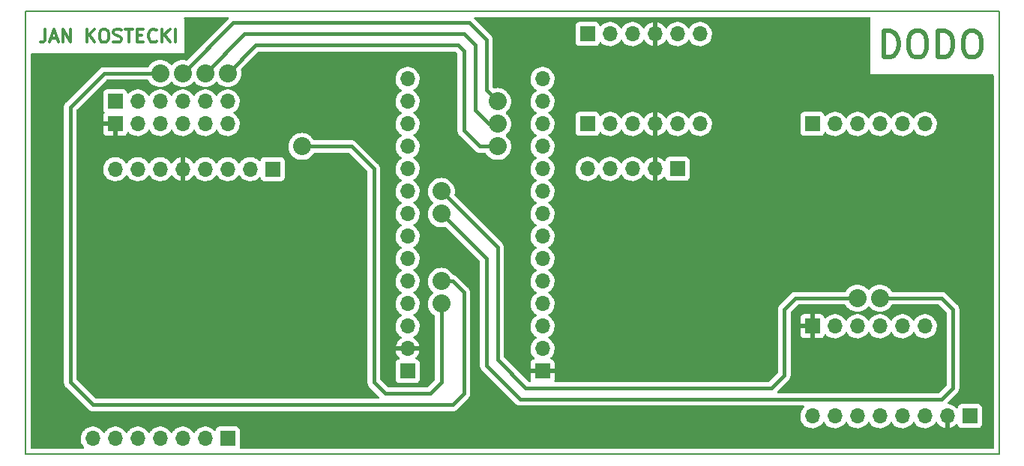
<source format=gtl>
G04 #@! TF.GenerationSoftware,KiCad,Pcbnew,(6.0.2)*
G04 #@! TF.CreationDate,2022-11-22T12:47:53+01:00*
G04 #@! TF.ProjectId,plytka,706c7974-6b61-42e6-9b69-6361645f7063,rev?*
G04 #@! TF.SameCoordinates,Original*
G04 #@! TF.FileFunction,Copper,L1,Top*
G04 #@! TF.FilePolarity,Positive*
%FSLAX46Y46*%
G04 Gerber Fmt 4.6, Leading zero omitted, Abs format (unit mm)*
G04 Created by KiCad (PCBNEW (6.0.2)) date 2022-11-22 12:47:53*
%MOMM*%
%LPD*%
G01*
G04 APERTURE LIST*
G04 #@! TA.AperFunction,NonConductor*
%ADD10C,0.200000*%
G04 #@! TD*
%ADD11C,0.300000*%
G04 #@! TA.AperFunction,NonConductor*
%ADD12C,0.300000*%
G04 #@! TD*
%ADD13C,0.500000*%
G04 #@! TA.AperFunction,NonConductor*
%ADD14C,0.500000*%
G04 #@! TD*
G04 #@! TA.AperFunction,ComponentPad*
%ADD15R,1.700000X1.700000*%
G04 #@! TD*
G04 #@! TA.AperFunction,ComponentPad*
%ADD16O,1.700000X1.700000*%
G04 #@! TD*
G04 #@! TA.AperFunction,ViaPad*
%ADD17C,2.032000*%
G04 #@! TD*
G04 #@! TA.AperFunction,Conductor*
%ADD18C,0.700000*%
G04 #@! TD*
G04 #@! TA.AperFunction,Conductor*
%ADD19C,0.400000*%
G04 #@! TD*
G04 APERTURE END LIST*
D10*
X0Y0D02*
X110000000Y0D01*
X110000000Y0D02*
X110000000Y-50000000D01*
X110000000Y-50000000D02*
X0Y-50000000D01*
X0Y-50000000D02*
X0Y0D01*
D11*
D12*
X2255142Y-1972571D02*
X2255142Y-3044000D01*
X2183714Y-3258285D01*
X2040857Y-3401142D01*
X1826571Y-3472571D01*
X1683714Y-3472571D01*
X2898000Y-3044000D02*
X3612285Y-3044000D01*
X2755142Y-3472571D02*
X3255142Y-1972571D01*
X3755142Y-3472571D01*
X4255142Y-3472571D02*
X4255142Y-1972571D01*
X5112285Y-3472571D01*
X5112285Y-1972571D01*
X6969428Y-3472571D02*
X6969428Y-1972571D01*
X7826571Y-3472571D02*
X7183714Y-2615428D01*
X7826571Y-1972571D02*
X6969428Y-2829714D01*
X8755142Y-1972571D02*
X9040857Y-1972571D01*
X9183714Y-2044000D01*
X9326571Y-2186857D01*
X9398000Y-2472571D01*
X9398000Y-2972571D01*
X9326571Y-3258285D01*
X9183714Y-3401142D01*
X9040857Y-3472571D01*
X8755142Y-3472571D01*
X8612285Y-3401142D01*
X8469428Y-3258285D01*
X8398000Y-2972571D01*
X8398000Y-2472571D01*
X8469428Y-2186857D01*
X8612285Y-2044000D01*
X8755142Y-1972571D01*
X9969428Y-3401142D02*
X10183714Y-3472571D01*
X10540857Y-3472571D01*
X10683714Y-3401142D01*
X10755142Y-3329714D01*
X10826571Y-3186857D01*
X10826571Y-3044000D01*
X10755142Y-2901142D01*
X10683714Y-2829714D01*
X10540857Y-2758285D01*
X10255142Y-2686857D01*
X10112285Y-2615428D01*
X10040857Y-2544000D01*
X9969428Y-2401142D01*
X9969428Y-2258285D01*
X10040857Y-2115428D01*
X10112285Y-2044000D01*
X10255142Y-1972571D01*
X10612285Y-1972571D01*
X10826571Y-2044000D01*
X11255142Y-1972571D02*
X12112285Y-1972571D01*
X11683714Y-3472571D02*
X11683714Y-1972571D01*
X12612285Y-2686857D02*
X13112285Y-2686857D01*
X13326571Y-3472571D02*
X12612285Y-3472571D01*
X12612285Y-1972571D01*
X13326571Y-1972571D01*
X14826571Y-3329714D02*
X14755142Y-3401142D01*
X14540857Y-3472571D01*
X14397999Y-3472571D01*
X14183714Y-3401142D01*
X14040857Y-3258285D01*
X13969428Y-3115428D01*
X13897999Y-2829714D01*
X13897999Y-2615428D01*
X13969428Y-2329714D01*
X14040857Y-2186857D01*
X14183714Y-2044000D01*
X14397999Y-1972571D01*
X14540857Y-1972571D01*
X14755142Y-2044000D01*
X14826571Y-2115428D01*
X15469428Y-3472571D02*
X15469428Y-1972571D01*
X16326571Y-3472571D02*
X15683714Y-2615428D01*
X16326571Y-1972571D02*
X15469428Y-2829714D01*
X16969428Y-3472571D02*
X16969428Y-1972571D01*
D13*
D14*
X96933428Y-5167142D02*
X96933428Y-2167142D01*
X97647714Y-2167142D01*
X98076285Y-2310000D01*
X98362000Y-2595714D01*
X98504857Y-2881428D01*
X98647714Y-3452857D01*
X98647714Y-3881428D01*
X98504857Y-4452857D01*
X98362000Y-4738571D01*
X98076285Y-5024285D01*
X97647714Y-5167142D01*
X96933428Y-5167142D01*
X100504857Y-2167142D02*
X101076285Y-2167142D01*
X101362000Y-2310000D01*
X101647714Y-2595714D01*
X101790571Y-3167142D01*
X101790571Y-4167142D01*
X101647714Y-4738571D01*
X101362000Y-5024285D01*
X101076285Y-5167142D01*
X100504857Y-5167142D01*
X100219142Y-5024285D01*
X99933428Y-4738571D01*
X99790571Y-4167142D01*
X99790571Y-3167142D01*
X99933428Y-2595714D01*
X100219142Y-2310000D01*
X100504857Y-2167142D01*
X103076285Y-5167142D02*
X103076285Y-2167142D01*
X103790571Y-2167142D01*
X104219142Y-2310000D01*
X104504857Y-2595714D01*
X104647714Y-2881428D01*
X104790571Y-3452857D01*
X104790571Y-3881428D01*
X104647714Y-4452857D01*
X104504857Y-4738571D01*
X104219142Y-5024285D01*
X103790571Y-5167142D01*
X103076285Y-5167142D01*
X106647714Y-2167142D02*
X107219142Y-2167142D01*
X107504857Y-2310000D01*
X107790571Y-2595714D01*
X107933428Y-3167142D01*
X107933428Y-4167142D01*
X107790571Y-4738571D01*
X107504857Y-5024285D01*
X107219142Y-5167142D01*
X106647714Y-5167142D01*
X106362000Y-5024285D01*
X106076285Y-4738571D01*
X105933428Y-4167142D01*
X105933428Y-3167142D01*
X106076285Y-2595714D01*
X106362000Y-2310000D01*
X106647714Y-2167142D01*
D15*
X63500000Y-2540000D03*
D16*
X66040000Y-2540000D03*
X68580000Y-2540000D03*
X71120000Y-2540000D03*
X73660000Y-2540000D03*
X76200000Y-2540000D03*
D15*
X58420000Y-40640000D03*
D16*
X58420000Y-38100000D03*
X58420000Y-35560000D03*
X58420000Y-33020000D03*
X58420000Y-30480000D03*
X58420000Y-27940000D03*
X58420000Y-25400000D03*
X58420000Y-22860000D03*
X58420000Y-20320000D03*
X58420000Y-17780000D03*
X58420000Y-15240000D03*
X58420000Y-12700000D03*
X58420000Y-10160000D03*
X58420000Y-7620000D03*
D15*
X88900000Y-12700000D03*
D16*
X91440000Y-12700000D03*
X93980000Y-12700000D03*
X96520000Y-12700000D03*
X99060000Y-12700000D03*
X101600000Y-12700000D03*
D15*
X43180000Y-40640000D03*
D16*
X43180000Y-38100000D03*
X43180000Y-35560000D03*
X43180000Y-33020000D03*
X43180000Y-30480000D03*
X43180000Y-27940000D03*
X43180000Y-25400000D03*
X43180000Y-22860000D03*
X43180000Y-20320000D03*
X43180000Y-17780000D03*
X43180000Y-15240000D03*
X43180000Y-12700000D03*
X43180000Y-10160000D03*
X43180000Y-7620000D03*
D15*
X10160000Y-12700000D03*
D16*
X12700000Y-12700000D03*
X15240000Y-12700000D03*
X17780000Y-12700000D03*
X20320000Y-12700000D03*
X22860000Y-12700000D03*
D15*
X106680000Y-45720000D03*
D16*
X104140000Y-45720000D03*
X101600000Y-45720000D03*
X99060000Y-45720000D03*
X96520000Y-45720000D03*
X93980000Y-45720000D03*
X91440000Y-45720000D03*
X88900000Y-45720000D03*
D15*
X73660000Y-17780000D03*
D16*
X71120000Y-17780000D03*
X68580000Y-17780000D03*
X66040000Y-17780000D03*
X63500000Y-17780000D03*
D15*
X10160000Y-10160000D03*
D16*
X12700000Y-10160000D03*
X15240000Y-10160000D03*
X17780000Y-10160000D03*
X20320000Y-10160000D03*
X22860000Y-10160000D03*
D15*
X22860000Y-48260000D03*
D16*
X20320000Y-48260000D03*
X17780000Y-48260000D03*
X15240000Y-48260000D03*
X12700000Y-48260000D03*
X10160000Y-48260000D03*
X7620000Y-48260000D03*
D15*
X27940000Y-17805000D03*
D16*
X25400000Y-17805000D03*
X22860000Y-17805000D03*
X20320000Y-17805000D03*
X17780000Y-17805000D03*
X15240000Y-17805000D03*
X12700000Y-17805000D03*
X10160000Y-17805000D03*
D15*
X88900000Y-35560000D03*
D16*
X91440000Y-35560000D03*
X93980000Y-35560000D03*
X96520000Y-35560000D03*
X99060000Y-35560000D03*
X101600000Y-35560000D03*
D15*
X63500000Y-12700000D03*
D16*
X66040000Y-12700000D03*
X68580000Y-12700000D03*
X71120000Y-12700000D03*
X73660000Y-12700000D03*
X76200000Y-12700000D03*
D17*
X61595000Y-40640000D03*
X71120000Y-5715000D03*
X19050000Y-15240000D03*
X81915000Y-28575000D03*
X46990000Y-20320000D03*
X93980000Y-32385000D03*
X96520000Y-32385000D03*
X46990000Y-22860000D03*
X22860000Y-6985000D03*
X53340000Y-15240000D03*
X20320000Y-6985000D03*
X53340000Y-12700000D03*
X17780000Y-6985000D03*
X53340000Y-10160000D03*
X46990000Y-33020000D03*
X31242000Y-15240000D03*
X46990000Y-30480000D03*
X15240000Y-6985000D03*
D18*
X81915000Y-38100000D02*
X79375000Y-40640000D01*
X81915000Y-8255000D02*
X81915000Y-38100000D01*
X46355000Y-5715000D02*
X47625000Y-6985000D01*
X79375000Y-40640000D02*
X61595000Y-40640000D01*
X48895000Y-18415000D02*
X55245000Y-18415000D01*
X79375000Y-5715000D02*
X81915000Y-8255000D01*
X55880000Y-6350000D02*
X56515000Y-5715000D01*
X26670000Y-6985000D02*
X27940000Y-5715000D01*
X55880000Y-17780000D02*
X55880000Y-6350000D01*
X19050000Y-15240000D02*
X25400000Y-15240000D01*
X56515000Y-5715000D02*
X71120000Y-5715000D01*
X55245000Y-18415000D02*
X55880000Y-17780000D01*
X25400000Y-15240000D02*
X26670000Y-13970000D01*
X47625000Y-6985000D02*
X47625000Y-17145000D01*
X27940000Y-5715000D02*
X46355000Y-5715000D01*
X47625000Y-17145000D02*
X48895000Y-18415000D01*
X26670000Y-13970000D02*
X26670000Y-6985000D01*
X71120000Y-5715000D02*
X79375000Y-5715000D01*
D19*
X86995000Y-32385000D02*
X93980000Y-32385000D01*
X46990000Y-20320000D02*
X53340000Y-26670000D01*
X85725000Y-41116250D02*
X85725000Y-33655000D01*
X53340000Y-26670000D02*
X53340000Y-39370000D01*
X84296250Y-42545000D02*
X85725000Y-41116250D01*
X53340000Y-39370000D02*
X56515000Y-42545000D01*
X85725000Y-33655000D02*
X86995000Y-32385000D01*
X56515000Y-42545000D02*
X84296250Y-42545000D01*
X104775000Y-42545000D02*
X103505000Y-43815000D01*
X103505000Y-32385000D02*
X104775000Y-33655000D01*
X103505000Y-43815000D02*
X55880000Y-43815000D01*
X104775000Y-33655000D02*
X104775000Y-42545000D01*
X55880000Y-43815000D02*
X52070000Y-40005000D01*
X52070000Y-40005000D02*
X52070000Y-27940000D01*
X52070000Y-27940000D02*
X46990000Y-22860000D01*
X96520000Y-32385000D02*
X103505000Y-32385000D01*
X22860000Y-6985000D02*
X26035000Y-3810000D01*
X51308000Y-15240000D02*
X53340000Y-15240000D01*
X49530000Y-4445000D02*
X49530000Y-13462000D01*
X26035000Y-3810000D02*
X48895000Y-3810000D01*
X48895000Y-3810000D02*
X49530000Y-4445000D01*
X49530000Y-13462000D02*
X51308000Y-15240000D01*
X49530000Y-2540000D02*
X24765000Y-2540000D01*
X52324000Y-12700000D02*
X50800000Y-11176000D01*
X50800000Y-11176000D02*
X50800000Y-3810000D01*
X53340000Y-12700000D02*
X52324000Y-12700000D01*
X24765000Y-2540000D02*
X20320000Y-6985000D01*
X50800000Y-3810000D02*
X49530000Y-2540000D01*
X23495000Y-1270000D02*
X17780000Y-6985000D01*
X52070000Y-8890000D02*
X52070000Y-3175000D01*
X52070000Y-3175000D02*
X50165000Y-1270000D01*
X50165000Y-1270000D02*
X23495000Y-1270000D01*
X53340000Y-10160000D02*
X52070000Y-8890000D01*
X40640000Y-43180000D02*
X45720000Y-43180000D01*
X39370000Y-17780000D02*
X39370000Y-41910000D01*
X36830000Y-15240000D02*
X39370000Y-17780000D01*
X46990000Y-41910000D02*
X46990000Y-33020000D01*
X45720000Y-43180000D02*
X46990000Y-41910000D01*
X39370000Y-41910000D02*
X40640000Y-43180000D01*
X31242000Y-15240000D02*
X36830000Y-15240000D01*
X48260000Y-30480000D02*
X49530000Y-31750000D01*
X5080000Y-10795000D02*
X8890000Y-6985000D01*
X5080000Y-41910000D02*
X5080000Y-10795000D01*
X7620000Y-44450000D02*
X5080000Y-41910000D01*
X46990000Y-30480000D02*
X48260000Y-30480000D01*
X8890000Y-6985000D02*
X15240000Y-6985000D01*
X49530000Y-31750000D02*
X49530000Y-43180000D01*
X49530000Y-43180000D02*
X48260000Y-44450000D01*
X48260000Y-44450000D02*
X7620000Y-44450000D01*
G04 #@! TA.AperFunction,Conductor*
G36*
X22918960Y-628002D02*
G01*
X22965453Y-681658D01*
X22975557Y-751932D01*
X22946063Y-816512D01*
X22939934Y-823095D01*
X20608414Y-3154616D01*
X18286197Y-5476833D01*
X18223885Y-5510859D01*
X18167690Y-5510257D01*
X18095282Y-5492873D01*
X18024035Y-5475768D01*
X18024029Y-5475767D01*
X18019222Y-5474613D01*
X17780000Y-5455786D01*
X17540778Y-5474613D01*
X17535971Y-5475767D01*
X17535965Y-5475768D01*
X17389803Y-5510859D01*
X17307447Y-5530631D01*
X17302876Y-5532524D01*
X17302874Y-5532525D01*
X17090323Y-5620566D01*
X17090321Y-5620567D01*
X17085751Y-5622460D01*
X16881151Y-5747840D01*
X16698682Y-5903682D01*
X16605809Y-6012423D01*
X16546361Y-6051230D01*
X16475366Y-6051738D01*
X16414191Y-6012423D01*
X16321318Y-5903682D01*
X16138849Y-5747840D01*
X15934249Y-5622460D01*
X15929679Y-5620567D01*
X15929677Y-5620566D01*
X15717126Y-5532525D01*
X15717124Y-5532524D01*
X15712553Y-5530631D01*
X15630197Y-5510859D01*
X15484035Y-5475768D01*
X15484029Y-5475767D01*
X15479222Y-5474613D01*
X15240000Y-5455786D01*
X15000778Y-5474613D01*
X14995971Y-5475767D01*
X14995965Y-5475768D01*
X14849803Y-5510859D01*
X14767447Y-5530631D01*
X14762876Y-5532524D01*
X14762874Y-5532525D01*
X14550323Y-5620566D01*
X14550321Y-5620567D01*
X14545751Y-5622460D01*
X14341151Y-5747840D01*
X14158682Y-5903682D01*
X14002840Y-6086151D01*
X13970000Y-6139741D01*
X13923062Y-6216336D01*
X13870414Y-6263967D01*
X13815630Y-6276500D01*
X8918927Y-6276500D01*
X8910358Y-6276208D01*
X8860225Y-6272790D01*
X8860221Y-6272790D01*
X8852648Y-6272274D01*
X8789681Y-6283264D01*
X8783169Y-6284224D01*
X8719758Y-6291898D01*
X8712657Y-6294581D01*
X8710048Y-6295222D01*
X8693728Y-6299687D01*
X8691195Y-6300452D01*
X8683717Y-6301757D01*
X8625190Y-6327448D01*
X8619108Y-6329930D01*
X8598753Y-6337622D01*
X8566449Y-6349828D01*
X8566447Y-6349829D01*
X8559344Y-6352513D01*
X8553085Y-6356814D01*
X8550720Y-6358051D01*
X8535948Y-6366273D01*
X8533656Y-6367628D01*
X8526695Y-6370684D01*
X8520668Y-6375309D01*
X8520664Y-6375311D01*
X8475987Y-6409593D01*
X8470662Y-6413462D01*
X8418019Y-6449643D01*
X8412967Y-6455313D01*
X8412966Y-6455314D01*
X8376573Y-6496161D01*
X8371592Y-6501437D01*
X4599480Y-10273550D01*
X4593215Y-10279404D01*
X4549615Y-10317439D01*
X4512872Y-10369719D01*
X4508939Y-10375014D01*
X4469524Y-10425282D01*
X4466401Y-10432198D01*
X4465017Y-10434484D01*
X4456643Y-10449165D01*
X4455378Y-10451525D01*
X4451010Y-10457739D01*
X4448250Y-10464818D01*
X4448249Y-10464820D01*
X4427798Y-10517275D01*
X4425247Y-10523344D01*
X4398955Y-10581573D01*
X4397571Y-10589040D01*
X4396770Y-10591595D01*
X4392141Y-10607848D01*
X4391478Y-10610428D01*
X4388718Y-10617509D01*
X4382275Y-10666453D01*
X4380379Y-10680852D01*
X4379348Y-10687359D01*
X4367704Y-10750186D01*
X4368141Y-10757766D01*
X4368141Y-10757767D01*
X4371291Y-10812392D01*
X4371500Y-10819646D01*
X4371500Y-41881088D01*
X4371208Y-41889658D01*
X4367275Y-41947352D01*
X4368580Y-41954829D01*
X4368580Y-41954830D01*
X4378261Y-42010299D01*
X4379223Y-42016821D01*
X4386898Y-42080242D01*
X4389581Y-42087343D01*
X4390222Y-42089952D01*
X4394685Y-42106262D01*
X4395450Y-42108798D01*
X4396757Y-42116284D01*
X4402933Y-42130352D01*
X4422442Y-42174795D01*
X4424933Y-42180899D01*
X4447513Y-42240656D01*
X4451817Y-42246919D01*
X4453054Y-42249285D01*
X4461299Y-42264097D01*
X4462632Y-42266351D01*
X4465685Y-42273305D01*
X4470307Y-42279328D01*
X4504579Y-42323991D01*
X4508459Y-42329332D01*
X4540339Y-42375720D01*
X4540344Y-42375725D01*
X4544643Y-42381981D01*
X4550313Y-42387032D01*
X4550314Y-42387034D01*
X4591170Y-42423435D01*
X4596446Y-42428416D01*
X7098557Y-44930528D01*
X7104411Y-44936793D01*
X7142439Y-44980385D01*
X7194729Y-45017136D01*
X7199971Y-45021028D01*
X7250282Y-45060476D01*
X7257201Y-45063600D01*
X7259493Y-45064988D01*
X7274165Y-45073357D01*
X7276525Y-45074622D01*
X7282739Y-45078990D01*
X7289818Y-45081750D01*
X7289820Y-45081751D01*
X7342275Y-45102202D01*
X7348344Y-45104753D01*
X7406573Y-45131045D01*
X7414046Y-45132430D01*
X7416612Y-45133234D01*
X7432835Y-45137855D01*
X7435427Y-45138520D01*
X7442509Y-45141282D01*
X7450044Y-45142274D01*
X7505861Y-45149622D01*
X7512377Y-45150654D01*
X7550770Y-45157770D01*
X7575186Y-45162295D01*
X7582766Y-45161858D01*
X7582767Y-45161858D01*
X7637380Y-45158709D01*
X7644633Y-45158500D01*
X48231088Y-45158500D01*
X48239658Y-45158792D01*
X48289776Y-45162209D01*
X48289780Y-45162209D01*
X48297352Y-45162725D01*
X48304829Y-45161420D01*
X48304830Y-45161420D01*
X48331308Y-45156799D01*
X48360303Y-45151738D01*
X48366821Y-45150777D01*
X48430242Y-45143102D01*
X48437343Y-45140419D01*
X48439952Y-45139778D01*
X48456262Y-45135315D01*
X48458798Y-45134550D01*
X48466284Y-45133243D01*
X48524800Y-45107556D01*
X48530904Y-45105065D01*
X48583548Y-45085173D01*
X48583549Y-45085172D01*
X48590656Y-45082487D01*
X48596919Y-45078183D01*
X48599285Y-45076946D01*
X48614097Y-45068701D01*
X48616351Y-45067368D01*
X48623305Y-45064315D01*
X48674002Y-45025413D01*
X48679332Y-45021541D01*
X48725720Y-44989661D01*
X48725725Y-44989656D01*
X48731981Y-44985357D01*
X48773436Y-44938829D01*
X48778416Y-44933554D01*
X50010528Y-43701443D01*
X50016793Y-43695589D01*
X50054664Y-43662552D01*
X50054665Y-43662551D01*
X50060385Y-43657561D01*
X50097136Y-43605271D01*
X50101028Y-43600029D01*
X50140476Y-43549718D01*
X50143600Y-43542799D01*
X50144988Y-43540507D01*
X50153357Y-43525835D01*
X50154622Y-43523475D01*
X50158990Y-43517261D01*
X50182203Y-43457723D01*
X50184759Y-43451642D01*
X50207918Y-43400352D01*
X50211045Y-43393427D01*
X50212430Y-43385954D01*
X50213234Y-43383388D01*
X50217855Y-43367165D01*
X50218520Y-43364573D01*
X50221282Y-43357491D01*
X50229622Y-43294139D01*
X50230654Y-43287623D01*
X50240911Y-43232281D01*
X50242295Y-43224814D01*
X50238709Y-43162620D01*
X50238500Y-43155367D01*
X50238500Y-31778912D01*
X50238792Y-31770342D01*
X50242209Y-31720224D01*
X50242209Y-31720220D01*
X50242725Y-31712648D01*
X50240827Y-31701770D01*
X50231740Y-31649708D01*
X50230777Y-31643182D01*
X50224015Y-31587304D01*
X50223102Y-31579758D01*
X50220416Y-31572650D01*
X50219779Y-31570056D01*
X50215318Y-31553750D01*
X50214548Y-31551199D01*
X50213242Y-31543716D01*
X50210190Y-31536763D01*
X50187561Y-31485212D01*
X50185069Y-31479105D01*
X50165173Y-31426452D01*
X50165173Y-31426451D01*
X50162487Y-31419344D01*
X50158184Y-31413083D01*
X50156947Y-31410717D01*
X50148720Y-31395937D01*
X50147369Y-31393652D01*
X50144315Y-31386695D01*
X50139695Y-31380675D01*
X50139692Y-31380669D01*
X50105421Y-31336009D01*
X50101541Y-31330668D01*
X50069661Y-31284280D01*
X50069656Y-31284275D01*
X50065357Y-31278019D01*
X50018829Y-31236564D01*
X50013554Y-31231584D01*
X48781450Y-29999480D01*
X48775596Y-29993215D01*
X48775201Y-29992762D01*
X48737561Y-29949615D01*
X48685280Y-29912871D01*
X48679986Y-29908939D01*
X48635693Y-29874209D01*
X48629718Y-29869524D01*
X48622802Y-29866401D01*
X48620516Y-29865017D01*
X48605835Y-29856643D01*
X48603475Y-29855378D01*
X48597261Y-29851010D01*
X48590182Y-29848250D01*
X48590180Y-29848249D01*
X48537725Y-29827798D01*
X48531656Y-29825247D01*
X48473427Y-29798955D01*
X48465960Y-29797571D01*
X48463405Y-29796770D01*
X48447152Y-29792141D01*
X48444573Y-29791479D01*
X48437491Y-29788718D01*
X48406645Y-29784657D01*
X48341719Y-29755934D01*
X48315661Y-29725570D01*
X48229749Y-29585376D01*
X48227160Y-29581151D01*
X48071318Y-29398682D01*
X47888849Y-29242840D01*
X47684249Y-29117460D01*
X47679679Y-29115567D01*
X47679677Y-29115566D01*
X47467126Y-29027525D01*
X47467124Y-29027524D01*
X47462553Y-29025631D01*
X47380963Y-29006043D01*
X47234035Y-28970768D01*
X47234029Y-28970767D01*
X47229222Y-28969613D01*
X46990000Y-28950786D01*
X46750778Y-28969613D01*
X46745971Y-28970767D01*
X46745965Y-28970768D01*
X46599037Y-29006043D01*
X46517447Y-29025631D01*
X46512876Y-29027524D01*
X46512874Y-29027525D01*
X46300323Y-29115566D01*
X46300321Y-29115567D01*
X46295751Y-29117460D01*
X46091151Y-29242840D01*
X45908682Y-29398682D01*
X45752840Y-29581151D01*
X45627460Y-29785751D01*
X45625567Y-29790321D01*
X45625566Y-29790323D01*
X45557215Y-29955338D01*
X45535631Y-30007447D01*
X45516043Y-30089037D01*
X45480768Y-30235965D01*
X45480767Y-30235971D01*
X45479613Y-30240778D01*
X45460786Y-30480000D01*
X45479613Y-30719222D01*
X45480767Y-30724029D01*
X45480768Y-30724035D01*
X45512399Y-30855786D01*
X45535631Y-30952553D01*
X45537524Y-30957124D01*
X45537525Y-30957126D01*
X45615449Y-31145251D01*
X45627460Y-31174249D01*
X45752840Y-31378849D01*
X45756057Y-31382616D01*
X45756058Y-31382617D01*
X45819792Y-31457240D01*
X45908682Y-31561318D01*
X46017423Y-31654191D01*
X46056230Y-31713639D01*
X46056738Y-31784634D01*
X46017423Y-31845809D01*
X45908682Y-31938682D01*
X45752840Y-32121151D01*
X45627460Y-32325751D01*
X45625567Y-32330321D01*
X45625566Y-32330323D01*
X45604745Y-32380590D01*
X45535631Y-32547447D01*
X45516043Y-32629037D01*
X45480768Y-32775965D01*
X45480767Y-32775971D01*
X45479613Y-32780778D01*
X45460786Y-33020000D01*
X45479613Y-33259222D01*
X45480767Y-33264029D01*
X45480768Y-33264035D01*
X45509595Y-33384105D01*
X45535631Y-33492553D01*
X45537524Y-33497124D01*
X45537525Y-33497126D01*
X45589316Y-33622160D01*
X45627460Y-33714249D01*
X45752840Y-33918849D01*
X45756057Y-33922616D01*
X45756058Y-33922617D01*
X45819792Y-33997240D01*
X45908682Y-34101318D01*
X45912444Y-34104531D01*
X46081993Y-34249338D01*
X46091151Y-34257160D01*
X46221336Y-34336938D01*
X46268967Y-34389586D01*
X46281500Y-34444370D01*
X46281500Y-41564340D01*
X46261498Y-41632461D01*
X46244595Y-41653435D01*
X45463435Y-42434595D01*
X45401123Y-42468621D01*
X45374340Y-42471500D01*
X40985660Y-42471500D01*
X40917539Y-42451498D01*
X40896565Y-42434595D01*
X40115405Y-41653435D01*
X40081379Y-41591123D01*
X40078500Y-41564340D01*
X40078500Y-41538134D01*
X41821500Y-41538134D01*
X41828255Y-41600316D01*
X41879385Y-41736705D01*
X41966739Y-41853261D01*
X42083295Y-41940615D01*
X42219684Y-41991745D01*
X42281866Y-41998500D01*
X44078134Y-41998500D01*
X44140316Y-41991745D01*
X44276705Y-41940615D01*
X44393261Y-41853261D01*
X44480615Y-41736705D01*
X44531745Y-41600316D01*
X44538500Y-41538134D01*
X44538500Y-39741866D01*
X44531745Y-39679684D01*
X44480615Y-39543295D01*
X44393261Y-39426739D01*
X44276705Y-39339385D01*
X44157687Y-39294767D01*
X44100923Y-39252125D01*
X44076223Y-39185564D01*
X44091430Y-39116215D01*
X44112977Y-39087535D01*
X44214052Y-38986812D01*
X44220730Y-38978965D01*
X44345003Y-38806020D01*
X44350313Y-38797183D01*
X44444670Y-38606267D01*
X44448469Y-38596672D01*
X44510377Y-38392910D01*
X44512555Y-38382837D01*
X44513986Y-38371962D01*
X44511775Y-38357778D01*
X44498617Y-38354000D01*
X41863225Y-38354000D01*
X41849694Y-38357973D01*
X41848257Y-38367966D01*
X41878565Y-38502446D01*
X41881645Y-38512275D01*
X41961770Y-38709603D01*
X41966413Y-38718794D01*
X42077694Y-38900388D01*
X42083777Y-38908699D01*
X42223213Y-39069667D01*
X42230577Y-39076879D01*
X42235522Y-39080985D01*
X42275156Y-39139889D01*
X42276653Y-39210870D01*
X42239537Y-39271392D01*
X42199264Y-39295910D01*
X42091705Y-39336232D01*
X42091704Y-39336233D01*
X42083295Y-39339385D01*
X41966739Y-39426739D01*
X41879385Y-39543295D01*
X41828255Y-39679684D01*
X41821500Y-39741866D01*
X41821500Y-41538134D01*
X40078500Y-41538134D01*
X40078500Y-35526695D01*
X41817251Y-35526695D01*
X41817548Y-35531848D01*
X41817548Y-35531851D01*
X41823011Y-35626590D01*
X41830110Y-35749715D01*
X41831247Y-35754761D01*
X41831248Y-35754767D01*
X41845606Y-35818475D01*
X41879222Y-35967639D01*
X41963266Y-36174616D01*
X42014019Y-36257438D01*
X42077291Y-36360688D01*
X42079987Y-36365088D01*
X42226250Y-36533938D01*
X42398126Y-36676632D01*
X42471445Y-36719476D01*
X42471955Y-36719774D01*
X42520679Y-36771412D01*
X42533750Y-36841195D01*
X42507019Y-36906967D01*
X42466562Y-36940327D01*
X42458457Y-36944546D01*
X42449738Y-36950036D01*
X42279433Y-37077905D01*
X42271726Y-37084748D01*
X42124590Y-37238717D01*
X42118104Y-37246727D01*
X41998098Y-37422649D01*
X41993000Y-37431623D01*
X41903338Y-37624783D01*
X41899775Y-37634470D01*
X41844389Y-37834183D01*
X41845912Y-37842607D01*
X41858292Y-37846000D01*
X44498344Y-37846000D01*
X44511875Y-37842027D01*
X44513180Y-37832947D01*
X44471214Y-37665875D01*
X44467894Y-37656124D01*
X44382972Y-37460814D01*
X44378105Y-37451739D01*
X44262426Y-37272926D01*
X44256136Y-37264757D01*
X44112806Y-37107240D01*
X44105273Y-37100215D01*
X43938139Y-36968222D01*
X43929556Y-36962520D01*
X43892602Y-36942120D01*
X43842631Y-36891687D01*
X43827859Y-36822245D01*
X43852975Y-36755839D01*
X43880327Y-36729232D01*
X43903797Y-36712491D01*
X44059860Y-36601173D01*
X44218096Y-36443489D01*
X44277594Y-36360689D01*
X44345435Y-36266277D01*
X44348453Y-36262077D01*
X44369320Y-36219857D01*
X44445136Y-36066453D01*
X44445137Y-36066451D01*
X44447430Y-36061811D01*
X44512370Y-35848069D01*
X44541529Y-35626590D01*
X44543156Y-35560000D01*
X44524852Y-35337361D01*
X44470431Y-35120702D01*
X44381354Y-34915840D01*
X44260014Y-34728277D01*
X44109670Y-34563051D01*
X44105619Y-34559852D01*
X44105615Y-34559848D01*
X43938414Y-34427800D01*
X43938410Y-34427798D01*
X43934359Y-34424598D01*
X43893053Y-34401796D01*
X43843084Y-34351364D01*
X43828312Y-34281921D01*
X43853428Y-34215516D01*
X43880780Y-34188909D01*
X43924603Y-34157650D01*
X44059860Y-34061173D01*
X44218096Y-33903489D01*
X44277594Y-33820689D01*
X44345435Y-33726277D01*
X44348453Y-33722077D01*
X44354582Y-33709677D01*
X44445136Y-33526453D01*
X44445137Y-33526451D01*
X44447430Y-33521811D01*
X44512370Y-33308069D01*
X44541529Y-33086590D01*
X44543156Y-33020000D01*
X44524852Y-32797361D01*
X44470431Y-32580702D01*
X44381354Y-32375840D01*
X44260014Y-32188277D01*
X44109670Y-32023051D01*
X44105619Y-32019852D01*
X44105615Y-32019848D01*
X43938414Y-31887800D01*
X43938410Y-31887798D01*
X43934359Y-31884598D01*
X43893053Y-31861796D01*
X43843084Y-31811364D01*
X43828312Y-31741921D01*
X43853428Y-31675516D01*
X43880780Y-31648909D01*
X43926446Y-31616336D01*
X44059860Y-31521173D01*
X44098976Y-31482194D01*
X44162045Y-31419344D01*
X44218096Y-31363489D01*
X44261072Y-31303682D01*
X44345435Y-31186277D01*
X44348453Y-31182077D01*
X44354582Y-31169677D01*
X44445136Y-30986453D01*
X44445137Y-30986451D01*
X44447430Y-30981811D01*
X44512370Y-30768069D01*
X44541529Y-30546590D01*
X44543156Y-30480000D01*
X44524852Y-30257361D01*
X44470431Y-30040702D01*
X44381354Y-29835840D01*
X44341906Y-29774862D01*
X44262822Y-29652617D01*
X44262820Y-29652614D01*
X44260014Y-29648277D01*
X44109670Y-29483051D01*
X44105619Y-29479852D01*
X44105615Y-29479848D01*
X43938414Y-29347800D01*
X43938410Y-29347798D01*
X43934359Y-29344598D01*
X43893053Y-29321796D01*
X43843084Y-29271364D01*
X43828312Y-29201921D01*
X43853428Y-29135516D01*
X43880780Y-29108909D01*
X43924603Y-29077650D01*
X44059860Y-28981173D01*
X44070302Y-28970768D01*
X44214435Y-28827137D01*
X44218096Y-28823489D01*
X44277594Y-28740689D01*
X44345435Y-28646277D01*
X44348453Y-28642077D01*
X44447430Y-28441811D01*
X44479900Y-28334940D01*
X44510865Y-28233023D01*
X44510865Y-28233021D01*
X44512370Y-28228069D01*
X44541529Y-28006590D01*
X44543156Y-27940000D01*
X44524852Y-27717361D01*
X44470431Y-27500702D01*
X44381354Y-27295840D01*
X44260014Y-27108277D01*
X44109670Y-26943051D01*
X44105619Y-26939852D01*
X44105615Y-26939848D01*
X43938414Y-26807800D01*
X43938410Y-26807798D01*
X43934359Y-26804598D01*
X43893053Y-26781796D01*
X43843084Y-26731364D01*
X43828312Y-26661921D01*
X43853428Y-26595516D01*
X43880780Y-26568909D01*
X43924603Y-26537650D01*
X44059860Y-26441173D01*
X44098986Y-26402184D01*
X44170705Y-26330715D01*
X44218096Y-26283489D01*
X44277594Y-26200689D01*
X44345435Y-26106277D01*
X44348453Y-26102077D01*
X44447430Y-25901811D01*
X44512370Y-25688069D01*
X44541529Y-25466590D01*
X44543156Y-25400000D01*
X44524852Y-25177361D01*
X44470431Y-24960702D01*
X44381354Y-24755840D01*
X44260014Y-24568277D01*
X44109670Y-24403051D01*
X44105619Y-24399852D01*
X44105615Y-24399848D01*
X43938414Y-24267800D01*
X43938410Y-24267798D01*
X43934359Y-24264598D01*
X43893053Y-24241796D01*
X43843084Y-24191364D01*
X43828312Y-24121921D01*
X43853428Y-24055516D01*
X43880780Y-24028909D01*
X43924603Y-23997650D01*
X44059860Y-23901173D01*
X44218096Y-23743489D01*
X44277594Y-23660689D01*
X44345435Y-23566277D01*
X44348453Y-23562077D01*
X44354582Y-23549677D01*
X44445136Y-23366453D01*
X44445137Y-23366451D01*
X44447430Y-23361811D01*
X44512370Y-23148069D01*
X44541529Y-22926590D01*
X44543156Y-22860000D01*
X45460786Y-22860000D01*
X45479613Y-23099222D01*
X45480767Y-23104029D01*
X45480768Y-23104035D01*
X45515257Y-23247688D01*
X45535631Y-23332553D01*
X45627460Y-23554249D01*
X45752840Y-23758849D01*
X45756057Y-23762616D01*
X45756058Y-23762617D01*
X45819792Y-23837240D01*
X45908682Y-23941318D01*
X45912444Y-23944531D01*
X46081993Y-24089338D01*
X46091151Y-24097160D01*
X46295751Y-24222540D01*
X46300321Y-24224433D01*
X46300323Y-24224434D01*
X46512874Y-24312475D01*
X46517447Y-24314369D01*
X46599037Y-24333957D01*
X46745965Y-24369232D01*
X46745971Y-24369233D01*
X46750778Y-24370387D01*
X46990000Y-24389214D01*
X47229222Y-24370387D01*
X47234029Y-24369233D01*
X47234035Y-24369232D01*
X47305282Y-24352127D01*
X47377690Y-24334743D01*
X47448595Y-24338290D01*
X47496197Y-24368167D01*
X51324595Y-28196565D01*
X51358621Y-28258877D01*
X51361500Y-28285660D01*
X51361500Y-39976088D01*
X51361208Y-39984658D01*
X51357275Y-40042352D01*
X51358580Y-40049829D01*
X51358580Y-40049830D01*
X51368261Y-40105299D01*
X51369223Y-40111821D01*
X51376898Y-40175242D01*
X51379581Y-40182343D01*
X51380222Y-40184952D01*
X51384685Y-40201262D01*
X51385450Y-40203798D01*
X51386757Y-40211284D01*
X51389811Y-40218241D01*
X51412442Y-40269795D01*
X51414933Y-40275899D01*
X51437513Y-40335656D01*
X51441817Y-40341919D01*
X51443054Y-40344285D01*
X51451299Y-40359097D01*
X51452632Y-40361351D01*
X51455685Y-40368305D01*
X51467057Y-40383124D01*
X51494579Y-40418991D01*
X51498459Y-40424332D01*
X51530339Y-40470720D01*
X51530344Y-40470725D01*
X51534643Y-40476981D01*
X51540313Y-40482032D01*
X51540314Y-40482034D01*
X51581170Y-40518435D01*
X51586446Y-40523416D01*
X55358550Y-44295520D01*
X55364404Y-44301785D01*
X55402439Y-44345385D01*
X55408657Y-44349755D01*
X55454697Y-44382112D01*
X55459993Y-44386045D01*
X55510282Y-44425477D01*
X55517204Y-44428602D01*
X55519452Y-44429964D01*
X55534185Y-44438368D01*
X55536524Y-44439622D01*
X55542739Y-44443990D01*
X55549815Y-44446749D01*
X55549819Y-44446751D01*
X55602269Y-44467200D01*
X55608334Y-44469749D01*
X55666573Y-44496045D01*
X55674038Y-44497429D01*
X55676582Y-44498226D01*
X55692848Y-44502859D01*
X55695428Y-44503521D01*
X55702509Y-44506282D01*
X55710042Y-44507274D01*
X55710043Y-44507274D01*
X55742699Y-44511573D01*
X55765857Y-44514622D01*
X55772355Y-44515650D01*
X55835187Y-44527296D01*
X55842767Y-44526859D01*
X55842768Y-44526859D01*
X55897398Y-44523709D01*
X55904651Y-44523500D01*
X87869549Y-44523500D01*
X87937670Y-44543502D01*
X87984163Y-44597158D01*
X87994267Y-44667432D01*
X87960643Y-44736551D01*
X87840629Y-44862138D01*
X87837720Y-44866403D01*
X87837714Y-44866411D01*
X87791912Y-44933554D01*
X87714743Y-45046680D01*
X87677034Y-45127918D01*
X87661077Y-45162295D01*
X87620688Y-45249305D01*
X87560989Y-45464570D01*
X87537251Y-45686695D01*
X87550110Y-45909715D01*
X87551247Y-45914761D01*
X87551248Y-45914767D01*
X87572275Y-46008069D01*
X87599222Y-46127639D01*
X87683266Y-46334616D01*
X87734942Y-46418944D01*
X87797291Y-46520688D01*
X87799987Y-46525088D01*
X87946250Y-46693938D01*
X88118126Y-46836632D01*
X88311000Y-46949338D01*
X88519692Y-47029030D01*
X88524760Y-47030061D01*
X88524763Y-47030062D01*
X88606734Y-47046739D01*
X88738597Y-47073567D01*
X88743772Y-47073757D01*
X88743774Y-47073757D01*
X88956673Y-47081564D01*
X88956677Y-47081564D01*
X88961837Y-47081753D01*
X88966957Y-47081097D01*
X88966959Y-47081097D01*
X89178288Y-47054025D01*
X89178289Y-47054025D01*
X89183416Y-47053368D01*
X89188366Y-47051883D01*
X89392429Y-46990661D01*
X89392434Y-46990659D01*
X89397384Y-46989174D01*
X89597994Y-46890896D01*
X89779860Y-46761173D01*
X89938096Y-46603489D01*
X89997594Y-46520689D01*
X90068453Y-46422077D01*
X90069776Y-46423028D01*
X90116645Y-46379857D01*
X90186580Y-46367625D01*
X90252026Y-46395144D01*
X90279875Y-46426994D01*
X90339987Y-46525088D01*
X90486250Y-46693938D01*
X90658126Y-46836632D01*
X90851000Y-46949338D01*
X91059692Y-47029030D01*
X91064760Y-47030061D01*
X91064763Y-47030062D01*
X91146734Y-47046739D01*
X91278597Y-47073567D01*
X91283772Y-47073757D01*
X91283774Y-47073757D01*
X91496673Y-47081564D01*
X91496677Y-47081564D01*
X91501837Y-47081753D01*
X91506957Y-47081097D01*
X91506959Y-47081097D01*
X91718288Y-47054025D01*
X91718289Y-47054025D01*
X91723416Y-47053368D01*
X91728366Y-47051883D01*
X91932429Y-46990661D01*
X91932434Y-46990659D01*
X91937384Y-46989174D01*
X92137994Y-46890896D01*
X92319860Y-46761173D01*
X92478096Y-46603489D01*
X92537594Y-46520689D01*
X92608453Y-46422077D01*
X92609776Y-46423028D01*
X92656645Y-46379857D01*
X92726580Y-46367625D01*
X92792026Y-46395144D01*
X92819875Y-46426994D01*
X92879987Y-46525088D01*
X93026250Y-46693938D01*
X93198126Y-46836632D01*
X93391000Y-46949338D01*
X93599692Y-47029030D01*
X93604760Y-47030061D01*
X93604763Y-47030062D01*
X93686734Y-47046739D01*
X93818597Y-47073567D01*
X93823772Y-47073757D01*
X93823774Y-47073757D01*
X94036673Y-47081564D01*
X94036677Y-47081564D01*
X94041837Y-47081753D01*
X94046957Y-47081097D01*
X94046959Y-47081097D01*
X94258288Y-47054025D01*
X94258289Y-47054025D01*
X94263416Y-47053368D01*
X94268366Y-47051883D01*
X94472429Y-46990661D01*
X94472434Y-46990659D01*
X94477384Y-46989174D01*
X94677994Y-46890896D01*
X94859860Y-46761173D01*
X95018096Y-46603489D01*
X95077594Y-46520689D01*
X95148453Y-46422077D01*
X95149776Y-46423028D01*
X95196645Y-46379857D01*
X95266580Y-46367625D01*
X95332026Y-46395144D01*
X95359875Y-46426994D01*
X95419987Y-46525088D01*
X95566250Y-46693938D01*
X95738126Y-46836632D01*
X95931000Y-46949338D01*
X96139692Y-47029030D01*
X96144760Y-47030061D01*
X96144763Y-47030062D01*
X96226734Y-47046739D01*
X96358597Y-47073567D01*
X96363772Y-47073757D01*
X96363774Y-47073757D01*
X96576673Y-47081564D01*
X96576677Y-47081564D01*
X96581837Y-47081753D01*
X96586957Y-47081097D01*
X96586959Y-47081097D01*
X96798288Y-47054025D01*
X96798289Y-47054025D01*
X96803416Y-47053368D01*
X96808366Y-47051883D01*
X97012429Y-46990661D01*
X97012434Y-46990659D01*
X97017384Y-46989174D01*
X97217994Y-46890896D01*
X97399860Y-46761173D01*
X97558096Y-46603489D01*
X97617594Y-46520689D01*
X97688453Y-46422077D01*
X97689776Y-46423028D01*
X97736645Y-46379857D01*
X97806580Y-46367625D01*
X97872026Y-46395144D01*
X97899875Y-46426994D01*
X97959987Y-46525088D01*
X98106250Y-46693938D01*
X98278126Y-46836632D01*
X98471000Y-46949338D01*
X98679692Y-47029030D01*
X98684760Y-47030061D01*
X98684763Y-47030062D01*
X98766734Y-47046739D01*
X98898597Y-47073567D01*
X98903772Y-47073757D01*
X98903774Y-47073757D01*
X99116673Y-47081564D01*
X99116677Y-47081564D01*
X99121837Y-47081753D01*
X99126957Y-47081097D01*
X99126959Y-47081097D01*
X99338288Y-47054025D01*
X99338289Y-47054025D01*
X99343416Y-47053368D01*
X99348366Y-47051883D01*
X99552429Y-46990661D01*
X99552434Y-46990659D01*
X99557384Y-46989174D01*
X99757994Y-46890896D01*
X99939860Y-46761173D01*
X100098096Y-46603489D01*
X100157594Y-46520689D01*
X100228453Y-46422077D01*
X100229776Y-46423028D01*
X100276645Y-46379857D01*
X100346580Y-46367625D01*
X100412026Y-46395144D01*
X100439875Y-46426994D01*
X100499987Y-46525088D01*
X100646250Y-46693938D01*
X100818126Y-46836632D01*
X101011000Y-46949338D01*
X101219692Y-47029030D01*
X101224760Y-47030061D01*
X101224763Y-47030062D01*
X101306734Y-47046739D01*
X101438597Y-47073567D01*
X101443772Y-47073757D01*
X101443774Y-47073757D01*
X101656673Y-47081564D01*
X101656677Y-47081564D01*
X101661837Y-47081753D01*
X101666957Y-47081097D01*
X101666959Y-47081097D01*
X101878288Y-47054025D01*
X101878289Y-47054025D01*
X101883416Y-47053368D01*
X101888366Y-47051883D01*
X102092429Y-46990661D01*
X102092434Y-46990659D01*
X102097384Y-46989174D01*
X102297994Y-46890896D01*
X102479860Y-46761173D01*
X102638096Y-46603489D01*
X102697594Y-46520689D01*
X102768453Y-46422077D01*
X102769640Y-46422930D01*
X102816960Y-46379362D01*
X102886897Y-46367145D01*
X102952338Y-46394678D01*
X102980166Y-46426511D01*
X103037694Y-46520388D01*
X103043777Y-46528699D01*
X103183213Y-46689667D01*
X103190580Y-46696883D01*
X103354434Y-46832916D01*
X103362881Y-46838831D01*
X103546756Y-46946279D01*
X103556042Y-46950729D01*
X103755001Y-47026703D01*
X103764899Y-47029579D01*
X103868250Y-47050606D01*
X103882299Y-47049410D01*
X103886000Y-47039065D01*
X103886000Y-45592000D01*
X103906002Y-45523879D01*
X103959658Y-45477386D01*
X104012000Y-45466000D01*
X104268000Y-45466000D01*
X104336121Y-45486002D01*
X104382614Y-45539658D01*
X104394000Y-45592000D01*
X104394000Y-47038517D01*
X104398064Y-47052359D01*
X104411478Y-47054393D01*
X104418184Y-47053534D01*
X104428262Y-47051392D01*
X104632255Y-46990191D01*
X104641842Y-46986433D01*
X104833095Y-46892739D01*
X104841945Y-46887464D01*
X105015328Y-46763792D01*
X105023193Y-46757145D01*
X105127897Y-46652805D01*
X105190268Y-46618889D01*
X105261075Y-46624077D01*
X105317837Y-46666723D01*
X105334819Y-46697826D01*
X105379385Y-46816705D01*
X105466739Y-46933261D01*
X105583295Y-47020615D01*
X105719684Y-47071745D01*
X105781866Y-47078500D01*
X107578134Y-47078500D01*
X107640316Y-47071745D01*
X107776705Y-47020615D01*
X107893261Y-46933261D01*
X107980615Y-46816705D01*
X108031745Y-46680316D01*
X108038500Y-46618134D01*
X108038500Y-44821866D01*
X108031745Y-44759684D01*
X107980615Y-44623295D01*
X107893261Y-44506739D01*
X107776705Y-44419385D01*
X107640316Y-44368255D01*
X107578134Y-44361500D01*
X105781866Y-44361500D01*
X105719684Y-44368255D01*
X105583295Y-44419385D01*
X105466739Y-44506739D01*
X105379385Y-44623295D01*
X105376233Y-44631703D01*
X105376232Y-44631705D01*
X105334722Y-44742433D01*
X105292081Y-44799198D01*
X105225519Y-44823898D01*
X105156170Y-44808691D01*
X105123546Y-44783004D01*
X105072799Y-44727234D01*
X105065273Y-44720215D01*
X104898139Y-44588222D01*
X104889552Y-44582517D01*
X104703117Y-44479599D01*
X104693705Y-44475369D01*
X104492959Y-44404280D01*
X104482989Y-44401646D01*
X104273327Y-44364301D01*
X104263071Y-44363331D01*
X104261298Y-44363309D01*
X104260611Y-44363098D01*
X104257914Y-44362843D01*
X104257967Y-44362286D01*
X104193427Y-44342473D01*
X104147595Y-44288252D01*
X104138354Y-44217859D01*
X104168636Y-44153645D01*
X104173747Y-44148223D01*
X104654129Y-43667842D01*
X105255528Y-43066443D01*
X105261793Y-43060589D01*
X105299664Y-43027552D01*
X105299665Y-43027551D01*
X105305385Y-43022561D01*
X105342136Y-42970271D01*
X105346028Y-42965029D01*
X105385476Y-42914718D01*
X105388600Y-42907799D01*
X105389988Y-42905507D01*
X105398357Y-42890835D01*
X105399622Y-42888475D01*
X105403990Y-42882261D01*
X105427203Y-42822723D01*
X105429759Y-42816642D01*
X105452918Y-42765352D01*
X105456045Y-42758427D01*
X105457430Y-42750954D01*
X105458234Y-42748388D01*
X105462855Y-42732165D01*
X105463520Y-42729573D01*
X105466282Y-42722491D01*
X105474622Y-42659139D01*
X105475654Y-42652623D01*
X105485911Y-42597281D01*
X105487295Y-42589814D01*
X105483709Y-42527620D01*
X105483500Y-42520367D01*
X105483500Y-33683912D01*
X105483792Y-33675342D01*
X105487209Y-33625224D01*
X105487209Y-33625220D01*
X105487725Y-33617648D01*
X105476739Y-33554703D01*
X105475777Y-33548182D01*
X105468102Y-33484758D01*
X105465417Y-33477651D01*
X105464776Y-33475043D01*
X105460318Y-33458750D01*
X105459548Y-33456199D01*
X105458242Y-33448716D01*
X105455190Y-33441763D01*
X105432561Y-33390212D01*
X105430069Y-33384105D01*
X105410173Y-33331452D01*
X105410173Y-33331451D01*
X105407487Y-33324344D01*
X105403184Y-33318083D01*
X105401947Y-33315717D01*
X105393720Y-33300937D01*
X105392369Y-33298652D01*
X105389315Y-33291695D01*
X105384695Y-33285675D01*
X105384692Y-33285669D01*
X105350421Y-33241009D01*
X105346541Y-33235668D01*
X105314661Y-33189280D01*
X105314656Y-33189275D01*
X105310357Y-33183019D01*
X105304095Y-33177439D01*
X105263830Y-33141565D01*
X105258554Y-33136584D01*
X104026450Y-31904480D01*
X104020596Y-31898215D01*
X104006541Y-31882104D01*
X103982561Y-31854615D01*
X103930280Y-31817871D01*
X103924986Y-31813939D01*
X103880693Y-31779209D01*
X103874718Y-31774524D01*
X103867802Y-31771401D01*
X103865516Y-31770017D01*
X103850835Y-31761643D01*
X103848475Y-31760378D01*
X103842261Y-31756010D01*
X103835182Y-31753250D01*
X103835180Y-31753249D01*
X103782725Y-31732798D01*
X103776656Y-31730247D01*
X103718427Y-31703955D01*
X103710960Y-31702571D01*
X103708405Y-31701770D01*
X103692152Y-31697141D01*
X103689572Y-31696478D01*
X103682491Y-31693718D01*
X103674960Y-31692727D01*
X103674958Y-31692726D01*
X103645339Y-31688827D01*
X103619139Y-31685378D01*
X103612641Y-31684348D01*
X103549814Y-31672704D01*
X103542234Y-31673141D01*
X103542233Y-31673141D01*
X103487608Y-31676291D01*
X103480354Y-31676500D01*
X97944370Y-31676500D01*
X97876249Y-31656498D01*
X97836938Y-31616336D01*
X97808577Y-31570056D01*
X97757160Y-31486151D01*
X97753781Y-31482194D01*
X97604531Y-31307444D01*
X97601318Y-31303682D01*
X97565354Y-31272966D01*
X97422617Y-31151058D01*
X97422616Y-31151057D01*
X97418849Y-31147840D01*
X97214249Y-31022460D01*
X97209679Y-31020567D01*
X97209677Y-31020566D01*
X96997126Y-30932525D01*
X96997124Y-30932524D01*
X96992553Y-30930631D01*
X96910963Y-30911043D01*
X96764035Y-30875768D01*
X96764029Y-30875767D01*
X96759222Y-30874613D01*
X96520000Y-30855786D01*
X96280778Y-30874613D01*
X96275971Y-30875767D01*
X96275965Y-30875768D01*
X96129037Y-30911043D01*
X96047447Y-30930631D01*
X96042876Y-30932524D01*
X96042874Y-30932525D01*
X95830323Y-31020566D01*
X95830321Y-31020567D01*
X95825751Y-31022460D01*
X95621151Y-31147840D01*
X95617384Y-31151057D01*
X95617383Y-31151058D01*
X95474646Y-31272966D01*
X95438682Y-31303682D01*
X95345809Y-31412423D01*
X95286361Y-31451230D01*
X95215366Y-31451738D01*
X95154191Y-31412423D01*
X95061318Y-31303682D01*
X95025354Y-31272966D01*
X94882617Y-31151058D01*
X94882616Y-31151057D01*
X94878849Y-31147840D01*
X94674249Y-31022460D01*
X94669679Y-31020567D01*
X94669677Y-31020566D01*
X94457126Y-30932525D01*
X94457124Y-30932524D01*
X94452553Y-30930631D01*
X94370963Y-30911043D01*
X94224035Y-30875768D01*
X94224029Y-30875767D01*
X94219222Y-30874613D01*
X93980000Y-30855786D01*
X93740778Y-30874613D01*
X93735971Y-30875767D01*
X93735965Y-30875768D01*
X93589037Y-30911043D01*
X93507447Y-30930631D01*
X93502876Y-30932524D01*
X93502874Y-30932525D01*
X93290323Y-31020566D01*
X93290321Y-31020567D01*
X93285751Y-31022460D01*
X93081151Y-31147840D01*
X93077384Y-31151057D01*
X93077383Y-31151058D01*
X92934646Y-31272966D01*
X92898682Y-31303682D01*
X92895469Y-31307444D01*
X92746220Y-31482194D01*
X92742840Y-31486151D01*
X92691423Y-31570056D01*
X92663062Y-31616336D01*
X92610414Y-31663967D01*
X92555630Y-31676500D01*
X87023912Y-31676500D01*
X87015342Y-31676208D01*
X86965224Y-31672791D01*
X86965220Y-31672791D01*
X86957648Y-31672275D01*
X86950171Y-31673580D01*
X86950170Y-31673580D01*
X86933440Y-31676500D01*
X86894703Y-31683261D01*
X86888186Y-31684222D01*
X86824758Y-31691898D01*
X86817650Y-31694584D01*
X86815056Y-31695221D01*
X86798750Y-31699682D01*
X86796199Y-31700452D01*
X86788716Y-31701758D01*
X86781764Y-31704810D01*
X86781763Y-31704810D01*
X86730212Y-31727439D01*
X86724105Y-31729931D01*
X86673180Y-31749174D01*
X86664344Y-31752513D01*
X86658083Y-31756816D01*
X86655717Y-31758053D01*
X86640937Y-31766280D01*
X86638652Y-31767631D01*
X86631695Y-31770685D01*
X86625675Y-31775305D01*
X86625669Y-31775308D01*
X86594542Y-31799194D01*
X86580998Y-31809587D01*
X86575668Y-31813459D01*
X86529280Y-31845339D01*
X86529275Y-31845344D01*
X86523019Y-31849643D01*
X86517968Y-31855313D01*
X86517966Y-31855314D01*
X86481565Y-31896170D01*
X86476584Y-31901446D01*
X85244480Y-33133550D01*
X85238215Y-33139404D01*
X85194615Y-33177439D01*
X85157872Y-33229719D01*
X85153939Y-33235014D01*
X85114524Y-33285282D01*
X85111401Y-33292198D01*
X85110017Y-33294484D01*
X85101643Y-33309165D01*
X85100378Y-33311525D01*
X85096010Y-33317739D01*
X85093250Y-33324818D01*
X85093249Y-33324820D01*
X85072798Y-33377275D01*
X85070247Y-33383344D01*
X85043955Y-33441573D01*
X85042571Y-33449040D01*
X85041770Y-33451595D01*
X85037141Y-33467848D01*
X85036478Y-33470428D01*
X85033718Y-33477509D01*
X85027275Y-33526453D01*
X85025379Y-33540852D01*
X85024348Y-33547359D01*
X85012704Y-33610186D01*
X85013141Y-33617766D01*
X85013141Y-33617767D01*
X85016291Y-33672392D01*
X85016500Y-33679646D01*
X85016500Y-40770589D01*
X84996498Y-40838710D01*
X84979600Y-40859679D01*
X84039684Y-41799596D01*
X83977373Y-41833620D01*
X83950590Y-41836500D01*
X59864468Y-41836500D01*
X59796347Y-41816498D01*
X59749854Y-41762842D01*
X59739750Y-41692568D01*
X59746486Y-41666270D01*
X59768478Y-41607606D01*
X59772105Y-41592351D01*
X59777631Y-41541486D01*
X59778000Y-41534672D01*
X59778000Y-40912115D01*
X59773525Y-40896876D01*
X59772135Y-40895671D01*
X59764452Y-40894000D01*
X57080116Y-40894000D01*
X57064877Y-40898475D01*
X57063672Y-40899865D01*
X57062001Y-40907548D01*
X57062001Y-41534669D01*
X57062371Y-41541490D01*
X57067895Y-41592352D01*
X57071521Y-41607604D01*
X57093514Y-41666270D01*
X57098697Y-41737078D01*
X57064776Y-41799447D01*
X57002521Y-41833576D01*
X56975532Y-41836500D01*
X56860660Y-41836500D01*
X56792539Y-41816498D01*
X56771565Y-41799595D01*
X54085405Y-39113435D01*
X54051379Y-39051123D01*
X54048500Y-39024340D01*
X54048500Y-38066695D01*
X57057251Y-38066695D01*
X57057548Y-38071848D01*
X57057548Y-38071851D01*
X57063011Y-38166590D01*
X57070110Y-38289715D01*
X57071247Y-38294761D01*
X57071248Y-38294767D01*
X57084597Y-38354000D01*
X57119222Y-38507639D01*
X57203266Y-38714616D01*
X57319987Y-38905088D01*
X57466250Y-39073938D01*
X57470225Y-39077238D01*
X57470231Y-39077244D01*
X57475425Y-39081556D01*
X57515059Y-39140460D01*
X57516555Y-39211441D01*
X57479439Y-39271962D01*
X57439168Y-39296480D01*
X57331946Y-39336676D01*
X57316351Y-39345214D01*
X57214276Y-39421715D01*
X57201715Y-39434276D01*
X57125214Y-39536351D01*
X57116676Y-39551946D01*
X57071522Y-39672394D01*
X57067895Y-39687649D01*
X57062369Y-39738514D01*
X57062000Y-39745328D01*
X57062000Y-40367885D01*
X57066475Y-40383124D01*
X57067865Y-40384329D01*
X57075548Y-40386000D01*
X59759884Y-40386000D01*
X59775123Y-40381525D01*
X59776328Y-40380135D01*
X59777999Y-40372452D01*
X59777999Y-39745331D01*
X59777629Y-39738510D01*
X59772105Y-39687648D01*
X59768479Y-39672396D01*
X59723324Y-39551946D01*
X59714786Y-39536351D01*
X59638285Y-39434276D01*
X59625724Y-39421715D01*
X59523649Y-39345214D01*
X59508054Y-39336676D01*
X59397813Y-39295348D01*
X59341049Y-39252706D01*
X59316349Y-39186145D01*
X59331557Y-39116796D01*
X59353104Y-39088115D01*
X59454430Y-38987144D01*
X59454440Y-38987132D01*
X59458096Y-38983489D01*
X59517594Y-38900689D01*
X59585435Y-38806277D01*
X59588453Y-38802077D01*
X59687430Y-38601811D01*
X59752370Y-38388069D01*
X59781529Y-38166590D01*
X59783156Y-38100000D01*
X59764852Y-37877361D01*
X59710431Y-37660702D01*
X59621354Y-37455840D01*
X59500014Y-37268277D01*
X59349670Y-37103051D01*
X59345619Y-37099852D01*
X59345615Y-37099848D01*
X59178414Y-36967800D01*
X59178410Y-36967798D01*
X59174359Y-36964598D01*
X59133053Y-36941796D01*
X59083084Y-36891364D01*
X59068312Y-36821921D01*
X59093428Y-36755516D01*
X59120780Y-36728909D01*
X59164603Y-36697650D01*
X59299860Y-36601173D01*
X59458096Y-36443489D01*
X59517594Y-36360689D01*
X59585435Y-36266277D01*
X59588453Y-36262077D01*
X59609320Y-36219857D01*
X59685136Y-36066453D01*
X59685137Y-36066451D01*
X59687430Y-36061811D01*
X59752370Y-35848069D01*
X59781529Y-35626590D01*
X59783156Y-35560000D01*
X59764852Y-35337361D01*
X59710431Y-35120702D01*
X59621354Y-34915840D01*
X59500014Y-34728277D01*
X59349670Y-34563051D01*
X59345619Y-34559852D01*
X59345615Y-34559848D01*
X59178414Y-34427800D01*
X59178410Y-34427798D01*
X59174359Y-34424598D01*
X59133053Y-34401796D01*
X59083084Y-34351364D01*
X59068312Y-34281921D01*
X59093428Y-34215516D01*
X59120780Y-34188909D01*
X59164603Y-34157650D01*
X59299860Y-34061173D01*
X59458096Y-33903489D01*
X59517594Y-33820689D01*
X59585435Y-33726277D01*
X59588453Y-33722077D01*
X59594582Y-33709677D01*
X59685136Y-33526453D01*
X59685137Y-33526451D01*
X59687430Y-33521811D01*
X59752370Y-33308069D01*
X59781529Y-33086590D01*
X59783156Y-33020000D01*
X59764852Y-32797361D01*
X59710431Y-32580702D01*
X59621354Y-32375840D01*
X59500014Y-32188277D01*
X59349670Y-32023051D01*
X59345619Y-32019852D01*
X59345615Y-32019848D01*
X59178414Y-31887800D01*
X59178410Y-31887798D01*
X59174359Y-31884598D01*
X59133053Y-31861796D01*
X59083084Y-31811364D01*
X59068312Y-31741921D01*
X59093428Y-31675516D01*
X59120780Y-31648909D01*
X59166446Y-31616336D01*
X59299860Y-31521173D01*
X59338976Y-31482194D01*
X59402045Y-31419344D01*
X59458096Y-31363489D01*
X59501072Y-31303682D01*
X59585435Y-31186277D01*
X59588453Y-31182077D01*
X59594582Y-31169677D01*
X59685136Y-30986453D01*
X59685137Y-30986451D01*
X59687430Y-30981811D01*
X59752370Y-30768069D01*
X59781529Y-30546590D01*
X59783156Y-30480000D01*
X59764852Y-30257361D01*
X59710431Y-30040702D01*
X59621354Y-29835840D01*
X59581906Y-29774862D01*
X59502822Y-29652617D01*
X59502820Y-29652614D01*
X59500014Y-29648277D01*
X59349670Y-29483051D01*
X59345619Y-29479852D01*
X59345615Y-29479848D01*
X59178414Y-29347800D01*
X59178410Y-29347798D01*
X59174359Y-29344598D01*
X59133053Y-29321796D01*
X59083084Y-29271364D01*
X59068312Y-29201921D01*
X59093428Y-29135516D01*
X59120780Y-29108909D01*
X59164603Y-29077650D01*
X59299860Y-28981173D01*
X59310302Y-28970768D01*
X59454435Y-28827137D01*
X59458096Y-28823489D01*
X59517594Y-28740689D01*
X59585435Y-28646277D01*
X59588453Y-28642077D01*
X59687430Y-28441811D01*
X59719900Y-28334940D01*
X59750865Y-28233023D01*
X59750865Y-28233021D01*
X59752370Y-28228069D01*
X59781529Y-28006590D01*
X59783156Y-27940000D01*
X59764852Y-27717361D01*
X59710431Y-27500702D01*
X59621354Y-27295840D01*
X59500014Y-27108277D01*
X59349670Y-26943051D01*
X59345619Y-26939852D01*
X59345615Y-26939848D01*
X59178414Y-26807800D01*
X59178410Y-26807798D01*
X59174359Y-26804598D01*
X59133053Y-26781796D01*
X59083084Y-26731364D01*
X59068312Y-26661921D01*
X59093428Y-26595516D01*
X59120780Y-26568909D01*
X59164603Y-26537650D01*
X59299860Y-26441173D01*
X59338986Y-26402184D01*
X59410705Y-26330715D01*
X59458096Y-26283489D01*
X59517594Y-26200689D01*
X59585435Y-26106277D01*
X59588453Y-26102077D01*
X59687430Y-25901811D01*
X59752370Y-25688069D01*
X59781529Y-25466590D01*
X59783156Y-25400000D01*
X59764852Y-25177361D01*
X59710431Y-24960702D01*
X59621354Y-24755840D01*
X59500014Y-24568277D01*
X59349670Y-24403051D01*
X59345619Y-24399852D01*
X59345615Y-24399848D01*
X59178414Y-24267800D01*
X59178410Y-24267798D01*
X59174359Y-24264598D01*
X59133053Y-24241796D01*
X59083084Y-24191364D01*
X59068312Y-24121921D01*
X59093428Y-24055516D01*
X59120780Y-24028909D01*
X59164603Y-23997650D01*
X59299860Y-23901173D01*
X59458096Y-23743489D01*
X59517594Y-23660689D01*
X59585435Y-23566277D01*
X59588453Y-23562077D01*
X59594582Y-23549677D01*
X59685136Y-23366453D01*
X59685137Y-23366451D01*
X59687430Y-23361811D01*
X59752370Y-23148069D01*
X59781529Y-22926590D01*
X59783156Y-22860000D01*
X59764852Y-22637361D01*
X59710431Y-22420702D01*
X59621354Y-22215840D01*
X59500014Y-22028277D01*
X59349670Y-21863051D01*
X59345619Y-21859852D01*
X59345615Y-21859848D01*
X59178414Y-21727800D01*
X59178410Y-21727798D01*
X59174359Y-21724598D01*
X59133053Y-21701796D01*
X59083084Y-21651364D01*
X59068312Y-21581921D01*
X59093428Y-21515516D01*
X59120780Y-21488909D01*
X59164603Y-21457650D01*
X59299860Y-21361173D01*
X59458096Y-21203489D01*
X59517594Y-21120689D01*
X59585435Y-21026277D01*
X59588453Y-21022077D01*
X59594582Y-21009677D01*
X59685136Y-20826453D01*
X59685137Y-20826451D01*
X59687430Y-20821811D01*
X59752370Y-20608069D01*
X59781529Y-20386590D01*
X59783156Y-20320000D01*
X59764852Y-20097361D01*
X59710431Y-19880702D01*
X59621354Y-19675840D01*
X59500014Y-19488277D01*
X59349670Y-19323051D01*
X59345619Y-19319852D01*
X59345615Y-19319848D01*
X59178414Y-19187800D01*
X59178410Y-19187798D01*
X59174359Y-19184598D01*
X59133053Y-19161796D01*
X59083084Y-19111364D01*
X59068312Y-19041921D01*
X59093428Y-18975516D01*
X59120780Y-18948909D01*
X59176883Y-18908891D01*
X59299860Y-18821173D01*
X59310302Y-18810768D01*
X59443400Y-18678134D01*
X59458096Y-18663489D01*
X59493665Y-18613990D01*
X59585435Y-18486277D01*
X59588453Y-18482077D01*
X59597209Y-18464362D01*
X59685136Y-18286453D01*
X59685137Y-18286451D01*
X59687430Y-18281811D01*
X59734872Y-18125661D01*
X59750865Y-18073023D01*
X59750865Y-18073021D01*
X59752370Y-18068069D01*
X59781529Y-17846590D01*
X59782545Y-17805000D01*
X59783074Y-17783365D01*
X59783074Y-17783361D01*
X59783156Y-17780000D01*
X59780418Y-17746695D01*
X62137251Y-17746695D01*
X62137548Y-17751848D01*
X62137548Y-17751851D01*
X62143011Y-17846590D01*
X62150110Y-17969715D01*
X62151247Y-17974761D01*
X62151248Y-17974767D01*
X62165176Y-18036566D01*
X62199222Y-18187639D01*
X62283266Y-18394616D01*
X62326006Y-18464362D01*
X62397291Y-18580688D01*
X62399987Y-18585088D01*
X62546250Y-18753938D01*
X62718126Y-18896632D01*
X62911000Y-19009338D01*
X63119692Y-19089030D01*
X63124760Y-19090061D01*
X63124763Y-19090062D01*
X63201209Y-19105615D01*
X63338597Y-19133567D01*
X63343772Y-19133757D01*
X63343774Y-19133757D01*
X63556673Y-19141564D01*
X63556677Y-19141564D01*
X63561837Y-19141753D01*
X63566957Y-19141097D01*
X63566959Y-19141097D01*
X63778288Y-19114025D01*
X63778289Y-19114025D01*
X63783416Y-19113368D01*
X63788966Y-19111703D01*
X63992429Y-19050661D01*
X63992434Y-19050659D01*
X63997384Y-19049174D01*
X64197994Y-18950896D01*
X64379860Y-18821173D01*
X64390302Y-18810768D01*
X64523400Y-18678134D01*
X64538096Y-18663489D01*
X64573665Y-18613990D01*
X64668453Y-18482077D01*
X64669776Y-18483028D01*
X64716645Y-18439857D01*
X64786580Y-18427625D01*
X64852026Y-18455144D01*
X64879875Y-18486994D01*
X64939987Y-18585088D01*
X65086250Y-18753938D01*
X65258126Y-18896632D01*
X65451000Y-19009338D01*
X65659692Y-19089030D01*
X65664760Y-19090061D01*
X65664763Y-19090062D01*
X65741209Y-19105615D01*
X65878597Y-19133567D01*
X65883772Y-19133757D01*
X65883774Y-19133757D01*
X66096673Y-19141564D01*
X66096677Y-19141564D01*
X66101837Y-19141753D01*
X66106957Y-19141097D01*
X66106959Y-19141097D01*
X66318288Y-19114025D01*
X66318289Y-19114025D01*
X66323416Y-19113368D01*
X66328966Y-19111703D01*
X66532429Y-19050661D01*
X66532434Y-19050659D01*
X66537384Y-19049174D01*
X66737994Y-18950896D01*
X66919860Y-18821173D01*
X66930302Y-18810768D01*
X67063400Y-18678134D01*
X67078096Y-18663489D01*
X67113665Y-18613990D01*
X67208453Y-18482077D01*
X67209776Y-18483028D01*
X67256645Y-18439857D01*
X67326580Y-18427625D01*
X67392026Y-18455144D01*
X67419875Y-18486994D01*
X67479987Y-18585088D01*
X67626250Y-18753938D01*
X67798126Y-18896632D01*
X67991000Y-19009338D01*
X68199692Y-19089030D01*
X68204760Y-19090061D01*
X68204763Y-19090062D01*
X68281209Y-19105615D01*
X68418597Y-19133567D01*
X68423772Y-19133757D01*
X68423774Y-19133757D01*
X68636673Y-19141564D01*
X68636677Y-19141564D01*
X68641837Y-19141753D01*
X68646957Y-19141097D01*
X68646959Y-19141097D01*
X68858288Y-19114025D01*
X68858289Y-19114025D01*
X68863416Y-19113368D01*
X68868966Y-19111703D01*
X69072429Y-19050661D01*
X69072434Y-19050659D01*
X69077384Y-19049174D01*
X69277994Y-18950896D01*
X69459860Y-18821173D01*
X69470302Y-18810768D01*
X69603400Y-18678134D01*
X69618096Y-18663489D01*
X69653665Y-18613990D01*
X69748453Y-18482077D01*
X69749640Y-18482930D01*
X69796960Y-18439362D01*
X69866897Y-18427145D01*
X69932338Y-18454678D01*
X69960166Y-18486511D01*
X70017694Y-18580388D01*
X70023777Y-18588699D01*
X70163213Y-18749667D01*
X70170580Y-18756883D01*
X70334434Y-18892916D01*
X70342881Y-18898831D01*
X70526756Y-19006279D01*
X70536042Y-19010729D01*
X70735001Y-19086703D01*
X70744899Y-19089579D01*
X70848250Y-19110606D01*
X70862299Y-19109410D01*
X70866000Y-19099065D01*
X70866000Y-19098517D01*
X71374000Y-19098517D01*
X71378064Y-19112359D01*
X71391478Y-19114393D01*
X71398184Y-19113534D01*
X71408262Y-19111392D01*
X71612255Y-19050191D01*
X71621842Y-19046433D01*
X71813095Y-18952739D01*
X71821945Y-18947464D01*
X71995328Y-18823792D01*
X72003193Y-18817145D01*
X72107897Y-18712805D01*
X72170268Y-18678889D01*
X72241075Y-18684077D01*
X72297837Y-18726723D01*
X72314819Y-18757826D01*
X72324384Y-18783341D01*
X72359385Y-18876705D01*
X72446739Y-18993261D01*
X72563295Y-19080615D01*
X72699684Y-19131745D01*
X72761866Y-19138500D01*
X74558134Y-19138500D01*
X74620316Y-19131745D01*
X74756705Y-19080615D01*
X74873261Y-18993261D01*
X74960615Y-18876705D01*
X75011745Y-18740316D01*
X75018500Y-18678134D01*
X75018500Y-16881866D01*
X75011745Y-16819684D01*
X74960615Y-16683295D01*
X74873261Y-16566739D01*
X74756705Y-16479385D01*
X74620316Y-16428255D01*
X74558134Y-16421500D01*
X72761866Y-16421500D01*
X72699684Y-16428255D01*
X72563295Y-16479385D01*
X72446739Y-16566739D01*
X72359385Y-16683295D01*
X72356233Y-16691703D01*
X72356232Y-16691705D01*
X72314722Y-16802433D01*
X72272081Y-16859198D01*
X72205519Y-16883898D01*
X72136170Y-16868691D01*
X72103546Y-16843004D01*
X72052799Y-16787234D01*
X72045273Y-16780215D01*
X71878139Y-16648222D01*
X71869552Y-16642517D01*
X71683117Y-16539599D01*
X71673705Y-16535369D01*
X71472959Y-16464280D01*
X71462988Y-16461646D01*
X71391837Y-16448972D01*
X71378540Y-16450432D01*
X71374000Y-16464989D01*
X71374000Y-19098517D01*
X70866000Y-19098517D01*
X70866000Y-16463102D01*
X70862082Y-16449758D01*
X70847806Y-16447771D01*
X70809324Y-16453660D01*
X70799288Y-16456051D01*
X70596868Y-16522212D01*
X70587359Y-16526209D01*
X70398463Y-16624542D01*
X70389738Y-16630036D01*
X70219433Y-16757905D01*
X70211726Y-16764748D01*
X70064590Y-16918717D01*
X70058109Y-16926722D01*
X69953498Y-17080074D01*
X69898587Y-17125076D01*
X69828062Y-17133247D01*
X69764315Y-17101993D01*
X69743618Y-17077509D01*
X69662822Y-16952617D01*
X69662820Y-16952614D01*
X69660014Y-16948277D01*
X69509670Y-16783051D01*
X69505619Y-16779852D01*
X69505615Y-16779848D01*
X69338414Y-16647800D01*
X69338410Y-16647798D01*
X69334359Y-16644598D01*
X69298028Y-16624542D01*
X69258171Y-16602540D01*
X69138789Y-16536638D01*
X69133920Y-16534914D01*
X69133916Y-16534912D01*
X68933087Y-16463795D01*
X68933083Y-16463794D01*
X68928212Y-16462069D01*
X68923119Y-16461162D01*
X68923116Y-16461161D01*
X68713373Y-16423800D01*
X68713367Y-16423799D01*
X68708284Y-16422894D01*
X68634452Y-16421992D01*
X68490081Y-16420228D01*
X68490079Y-16420228D01*
X68484911Y-16420165D01*
X68264091Y-16453955D01*
X68051756Y-16523357D01*
X68006819Y-16546750D01*
X67904619Y-16599952D01*
X67853607Y-16626507D01*
X67849474Y-16629610D01*
X67849471Y-16629612D01*
X67754246Y-16701109D01*
X67674965Y-16760635D01*
X67649894Y-16786870D01*
X67538470Y-16903469D01*
X67520629Y-16922138D01*
X67413201Y-17079621D01*
X67358293Y-17124621D01*
X67287768Y-17132792D01*
X67224021Y-17101538D01*
X67203324Y-17077054D01*
X67122822Y-16952617D01*
X67122820Y-16952614D01*
X67120014Y-16948277D01*
X66969670Y-16783051D01*
X66965619Y-16779852D01*
X66965615Y-16779848D01*
X66798414Y-16647800D01*
X66798410Y-16647798D01*
X66794359Y-16644598D01*
X66758028Y-16624542D01*
X66718171Y-16602540D01*
X66598789Y-16536638D01*
X66593920Y-16534914D01*
X66593916Y-16534912D01*
X66393087Y-16463795D01*
X66393083Y-16463794D01*
X66388212Y-16462069D01*
X66383119Y-16461162D01*
X66383116Y-16461161D01*
X66173373Y-16423800D01*
X66173367Y-16423799D01*
X66168284Y-16422894D01*
X66094452Y-16421992D01*
X65950081Y-16420228D01*
X65950079Y-16420228D01*
X65944911Y-16420165D01*
X65724091Y-16453955D01*
X65511756Y-16523357D01*
X65466819Y-16546750D01*
X65364619Y-16599952D01*
X65313607Y-16626507D01*
X65309474Y-16629610D01*
X65309471Y-16629612D01*
X65214246Y-16701109D01*
X65134965Y-16760635D01*
X65109894Y-16786870D01*
X64998470Y-16903469D01*
X64980629Y-16922138D01*
X64873201Y-17079621D01*
X64818293Y-17124621D01*
X64747768Y-17132792D01*
X64684021Y-17101538D01*
X64663324Y-17077054D01*
X64582822Y-16952617D01*
X64582820Y-16952614D01*
X64580014Y-16948277D01*
X64429670Y-16783051D01*
X64425619Y-16779852D01*
X64425615Y-16779848D01*
X64258414Y-16647800D01*
X64258410Y-16647798D01*
X64254359Y-16644598D01*
X64218028Y-16624542D01*
X64178171Y-16602540D01*
X64058789Y-16536638D01*
X64053920Y-16534914D01*
X64053916Y-16534912D01*
X63853087Y-16463795D01*
X63853083Y-16463794D01*
X63848212Y-16462069D01*
X63843119Y-16461162D01*
X63843116Y-16461161D01*
X63633373Y-16423800D01*
X63633367Y-16423799D01*
X63628284Y-16422894D01*
X63554452Y-16421992D01*
X63410081Y-16420228D01*
X63410079Y-16420228D01*
X63404911Y-16420165D01*
X63184091Y-16453955D01*
X62971756Y-16523357D01*
X62926819Y-16546750D01*
X62824619Y-16599952D01*
X62773607Y-16626507D01*
X62769474Y-16629610D01*
X62769471Y-16629612D01*
X62674246Y-16701109D01*
X62594965Y-16760635D01*
X62569894Y-16786870D01*
X62458470Y-16903469D01*
X62440629Y-16922138D01*
X62437720Y-16926403D01*
X62437714Y-16926411D01*
X62405744Y-16973277D01*
X62314743Y-17106680D01*
X62220688Y-17309305D01*
X62160989Y-17524570D01*
X62137251Y-17746695D01*
X59780418Y-17746695D01*
X59764852Y-17557361D01*
X59710431Y-17340702D01*
X59621354Y-17135840D01*
X59518995Y-16977617D01*
X59502822Y-16952617D01*
X59502820Y-16952614D01*
X59500014Y-16948277D01*
X59349670Y-16783051D01*
X59345619Y-16779852D01*
X59345615Y-16779848D01*
X59178414Y-16647800D01*
X59178410Y-16647798D01*
X59174359Y-16644598D01*
X59133053Y-16621796D01*
X59083084Y-16571364D01*
X59068312Y-16501921D01*
X59093428Y-16435516D01*
X59120780Y-16408909D01*
X59164603Y-16377650D01*
X59299860Y-16281173D01*
X59458096Y-16123489D01*
X59517594Y-16040689D01*
X59585435Y-15946277D01*
X59588453Y-15942077D01*
X59594582Y-15929677D01*
X59685136Y-15746453D01*
X59685137Y-15746451D01*
X59687430Y-15741811D01*
X59752370Y-15528069D01*
X59781529Y-15306590D01*
X59783156Y-15240000D01*
X59764852Y-15017361D01*
X59710431Y-14800702D01*
X59621354Y-14595840D01*
X59500014Y-14408277D01*
X59349670Y-14243051D01*
X59345619Y-14239852D01*
X59345615Y-14239848D01*
X59178414Y-14107800D01*
X59178410Y-14107798D01*
X59174359Y-14104598D01*
X59133053Y-14081796D01*
X59083084Y-14031364D01*
X59068312Y-13961921D01*
X59093428Y-13895516D01*
X59120780Y-13868909D01*
X59173467Y-13831328D01*
X59299860Y-13741173D01*
X59310302Y-13730768D01*
X59418830Y-13622618D01*
X59443400Y-13598134D01*
X62141500Y-13598134D01*
X62148255Y-13660316D01*
X62199385Y-13796705D01*
X62286739Y-13913261D01*
X62403295Y-14000615D01*
X62539684Y-14051745D01*
X62601866Y-14058500D01*
X64398134Y-14058500D01*
X64460316Y-14051745D01*
X64596705Y-14000615D01*
X64713261Y-13913261D01*
X64800615Y-13796705D01*
X64822799Y-13737529D01*
X64844598Y-13679382D01*
X64887240Y-13622618D01*
X64953802Y-13597918D01*
X65023150Y-13613126D01*
X65057817Y-13641114D01*
X65086250Y-13673938D01*
X65258126Y-13816632D01*
X65451000Y-13929338D01*
X65455825Y-13931180D01*
X65455826Y-13931181D01*
X65476391Y-13939034D01*
X65659692Y-14009030D01*
X65664760Y-14010061D01*
X65664763Y-14010062D01*
X65759862Y-14029410D01*
X65878597Y-14053567D01*
X65883772Y-14053757D01*
X65883774Y-14053757D01*
X66096673Y-14061564D01*
X66096677Y-14061564D01*
X66101837Y-14061753D01*
X66106957Y-14061097D01*
X66106959Y-14061097D01*
X66318288Y-14034025D01*
X66318289Y-14034025D01*
X66323416Y-14033368D01*
X66328366Y-14031883D01*
X66532429Y-13970661D01*
X66532434Y-13970659D01*
X66537384Y-13969174D01*
X66737994Y-13870896D01*
X66919860Y-13741173D01*
X66930302Y-13730768D01*
X67038830Y-13622618D01*
X67078096Y-13583489D01*
X67093323Y-13562299D01*
X67208453Y-13402077D01*
X67209776Y-13403028D01*
X67256645Y-13359857D01*
X67326580Y-13347625D01*
X67392026Y-13375144D01*
X67419875Y-13406994D01*
X67479987Y-13505088D01*
X67626250Y-13673938D01*
X67798126Y-13816632D01*
X67991000Y-13929338D01*
X67995825Y-13931180D01*
X67995826Y-13931181D01*
X68016391Y-13939034D01*
X68199692Y-14009030D01*
X68204760Y-14010061D01*
X68204763Y-14010062D01*
X68299862Y-14029410D01*
X68418597Y-14053567D01*
X68423772Y-14053757D01*
X68423774Y-14053757D01*
X68636673Y-14061564D01*
X68636677Y-14061564D01*
X68641837Y-14061753D01*
X68646957Y-14061097D01*
X68646959Y-14061097D01*
X68858288Y-14034025D01*
X68858289Y-14034025D01*
X68863416Y-14033368D01*
X68868366Y-14031883D01*
X69072429Y-13970661D01*
X69072434Y-13970659D01*
X69077384Y-13969174D01*
X69277994Y-13870896D01*
X69459860Y-13741173D01*
X69470302Y-13730768D01*
X69578830Y-13622618D01*
X69618096Y-13583489D01*
X69633323Y-13562299D01*
X69748453Y-13402077D01*
X69749640Y-13402930D01*
X69796960Y-13359362D01*
X69866897Y-13347145D01*
X69932338Y-13374678D01*
X69960166Y-13406511D01*
X70017694Y-13500388D01*
X70023777Y-13508699D01*
X70163213Y-13669667D01*
X70170580Y-13676883D01*
X70334434Y-13812916D01*
X70342881Y-13818831D01*
X70526756Y-13926279D01*
X70536042Y-13930729D01*
X70735001Y-14006703D01*
X70744899Y-14009579D01*
X70848250Y-14030606D01*
X70862299Y-14029410D01*
X70866000Y-14019065D01*
X70866000Y-14018517D01*
X71374000Y-14018517D01*
X71378064Y-14032359D01*
X71391478Y-14034393D01*
X71398184Y-14033534D01*
X71408262Y-14031392D01*
X71612255Y-13970191D01*
X71621842Y-13966433D01*
X71813095Y-13872739D01*
X71821945Y-13867464D01*
X71995328Y-13743792D01*
X72003200Y-13737139D01*
X72154052Y-13586812D01*
X72160730Y-13578965D01*
X72288022Y-13401819D01*
X72289279Y-13402722D01*
X72336373Y-13359362D01*
X72406311Y-13347145D01*
X72471751Y-13374678D01*
X72499579Y-13406511D01*
X72559987Y-13505088D01*
X72706250Y-13673938D01*
X72878126Y-13816632D01*
X73071000Y-13929338D01*
X73075825Y-13931180D01*
X73075826Y-13931181D01*
X73096391Y-13939034D01*
X73279692Y-14009030D01*
X73284760Y-14010061D01*
X73284763Y-14010062D01*
X73379862Y-14029410D01*
X73498597Y-14053567D01*
X73503772Y-14053757D01*
X73503774Y-14053757D01*
X73716673Y-14061564D01*
X73716677Y-14061564D01*
X73721837Y-14061753D01*
X73726957Y-14061097D01*
X73726959Y-14061097D01*
X73938288Y-14034025D01*
X73938289Y-14034025D01*
X73943416Y-14033368D01*
X73948366Y-14031883D01*
X74152429Y-13970661D01*
X74152434Y-13970659D01*
X74157384Y-13969174D01*
X74357994Y-13870896D01*
X74539860Y-13741173D01*
X74550302Y-13730768D01*
X74658830Y-13622618D01*
X74698096Y-13583489D01*
X74713323Y-13562299D01*
X74828453Y-13402077D01*
X74829776Y-13403028D01*
X74876645Y-13359857D01*
X74946580Y-13347625D01*
X75012026Y-13375144D01*
X75039875Y-13406994D01*
X75099987Y-13505088D01*
X75246250Y-13673938D01*
X75418126Y-13816632D01*
X75611000Y-13929338D01*
X75615825Y-13931180D01*
X75615826Y-13931181D01*
X75636391Y-13939034D01*
X75819692Y-14009030D01*
X75824760Y-14010061D01*
X75824763Y-14010062D01*
X75919862Y-14029410D01*
X76038597Y-14053567D01*
X76043772Y-14053757D01*
X76043774Y-14053757D01*
X76256673Y-14061564D01*
X76256677Y-14061564D01*
X76261837Y-14061753D01*
X76266957Y-14061097D01*
X76266959Y-14061097D01*
X76478288Y-14034025D01*
X76478289Y-14034025D01*
X76483416Y-14033368D01*
X76488366Y-14031883D01*
X76692429Y-13970661D01*
X76692434Y-13970659D01*
X76697384Y-13969174D01*
X76897994Y-13870896D01*
X77079860Y-13741173D01*
X77090302Y-13730768D01*
X77198830Y-13622618D01*
X77223400Y-13598134D01*
X87541500Y-13598134D01*
X87548255Y-13660316D01*
X87599385Y-13796705D01*
X87686739Y-13913261D01*
X87803295Y-14000615D01*
X87939684Y-14051745D01*
X88001866Y-14058500D01*
X89798134Y-14058500D01*
X89860316Y-14051745D01*
X89996705Y-14000615D01*
X90113261Y-13913261D01*
X90200615Y-13796705D01*
X90222799Y-13737529D01*
X90244598Y-13679382D01*
X90287240Y-13622618D01*
X90353802Y-13597918D01*
X90423150Y-13613126D01*
X90457817Y-13641114D01*
X90486250Y-13673938D01*
X90658126Y-13816632D01*
X90851000Y-13929338D01*
X90855825Y-13931180D01*
X90855826Y-13931181D01*
X90876391Y-13939034D01*
X91059692Y-14009030D01*
X91064760Y-14010061D01*
X91064763Y-14010062D01*
X91159862Y-14029410D01*
X91278597Y-14053567D01*
X91283772Y-14053757D01*
X91283774Y-14053757D01*
X91496673Y-14061564D01*
X91496677Y-14061564D01*
X91501837Y-14061753D01*
X91506957Y-14061097D01*
X91506959Y-14061097D01*
X91718288Y-14034025D01*
X91718289Y-14034025D01*
X91723416Y-14033368D01*
X91728366Y-14031883D01*
X91932429Y-13970661D01*
X91932434Y-13970659D01*
X91937384Y-13969174D01*
X92137994Y-13870896D01*
X92319860Y-13741173D01*
X92330302Y-13730768D01*
X92438830Y-13622618D01*
X92478096Y-13583489D01*
X92493323Y-13562299D01*
X92608453Y-13402077D01*
X92609776Y-13403028D01*
X92656645Y-13359857D01*
X92726580Y-13347625D01*
X92792026Y-13375144D01*
X92819875Y-13406994D01*
X92879987Y-13505088D01*
X93026250Y-13673938D01*
X93198126Y-13816632D01*
X93391000Y-13929338D01*
X93395825Y-13931180D01*
X93395826Y-13931181D01*
X93416391Y-13939034D01*
X93599692Y-14009030D01*
X93604760Y-14010061D01*
X93604763Y-14010062D01*
X93699862Y-14029410D01*
X93818597Y-14053567D01*
X93823772Y-14053757D01*
X93823774Y-14053757D01*
X94036673Y-14061564D01*
X94036677Y-14061564D01*
X94041837Y-14061753D01*
X94046957Y-14061097D01*
X94046959Y-14061097D01*
X94258288Y-14034025D01*
X94258289Y-14034025D01*
X94263416Y-14033368D01*
X94268366Y-14031883D01*
X94472429Y-13970661D01*
X94472434Y-13970659D01*
X94477384Y-13969174D01*
X94677994Y-13870896D01*
X94859860Y-13741173D01*
X94870302Y-13730768D01*
X94978830Y-13622618D01*
X95018096Y-13583489D01*
X95033323Y-13562299D01*
X95148453Y-13402077D01*
X95149776Y-13403028D01*
X95196645Y-13359857D01*
X95266580Y-13347625D01*
X95332026Y-13375144D01*
X95359875Y-13406994D01*
X95419987Y-13505088D01*
X95566250Y-13673938D01*
X95738126Y-13816632D01*
X95931000Y-13929338D01*
X95935825Y-13931180D01*
X95935826Y-13931181D01*
X95956391Y-13939034D01*
X96139692Y-14009030D01*
X96144760Y-14010061D01*
X96144763Y-14010062D01*
X96239862Y-14029410D01*
X96358597Y-14053567D01*
X96363772Y-14053757D01*
X96363774Y-14053757D01*
X96576673Y-14061564D01*
X96576677Y-14061564D01*
X96581837Y-14061753D01*
X96586957Y-14061097D01*
X96586959Y-14061097D01*
X96798288Y-14034025D01*
X96798289Y-14034025D01*
X96803416Y-14033368D01*
X96808366Y-14031883D01*
X97012429Y-13970661D01*
X97012434Y-13970659D01*
X97017384Y-13969174D01*
X97217994Y-13870896D01*
X97399860Y-13741173D01*
X97410302Y-13730768D01*
X97518830Y-13622618D01*
X97558096Y-13583489D01*
X97573323Y-13562299D01*
X97688453Y-13402077D01*
X97689776Y-13403028D01*
X97736645Y-13359857D01*
X97806580Y-13347625D01*
X97872026Y-13375144D01*
X97899875Y-13406994D01*
X97959987Y-13505088D01*
X98106250Y-13673938D01*
X98278126Y-13816632D01*
X98471000Y-13929338D01*
X98475825Y-13931180D01*
X98475826Y-13931181D01*
X98496391Y-13939034D01*
X98679692Y-14009030D01*
X98684760Y-14010061D01*
X98684763Y-14010062D01*
X98779862Y-14029410D01*
X98898597Y-14053567D01*
X98903772Y-14053757D01*
X98903774Y-14053757D01*
X99116673Y-14061564D01*
X99116677Y-14061564D01*
X99121837Y-14061753D01*
X99126957Y-14061097D01*
X99126959Y-14061097D01*
X99338288Y-14034025D01*
X99338289Y-14034025D01*
X99343416Y-14033368D01*
X99348366Y-14031883D01*
X99552429Y-13970661D01*
X99552434Y-13970659D01*
X99557384Y-13969174D01*
X99757994Y-13870896D01*
X99939860Y-13741173D01*
X99950302Y-13730768D01*
X100058830Y-13622618D01*
X100098096Y-13583489D01*
X100113323Y-13562299D01*
X100228453Y-13402077D01*
X100229776Y-13403028D01*
X100276645Y-13359857D01*
X100346580Y-13347625D01*
X100412026Y-13375144D01*
X100439875Y-13406994D01*
X100499987Y-13505088D01*
X100646250Y-13673938D01*
X100818126Y-13816632D01*
X101011000Y-13929338D01*
X101015825Y-13931180D01*
X101015826Y-13931181D01*
X101036391Y-13939034D01*
X101219692Y-14009030D01*
X101224760Y-14010061D01*
X101224763Y-14010062D01*
X101319862Y-14029410D01*
X101438597Y-14053567D01*
X101443772Y-14053757D01*
X101443774Y-14053757D01*
X101656673Y-14061564D01*
X101656677Y-14061564D01*
X101661837Y-14061753D01*
X101666957Y-14061097D01*
X101666959Y-14061097D01*
X101878288Y-14034025D01*
X101878289Y-14034025D01*
X101883416Y-14033368D01*
X101888366Y-14031883D01*
X102092429Y-13970661D01*
X102092434Y-13970659D01*
X102097384Y-13969174D01*
X102297994Y-13870896D01*
X102479860Y-13741173D01*
X102490302Y-13730768D01*
X102598830Y-13622618D01*
X102638096Y-13583489D01*
X102653323Y-13562299D01*
X102765435Y-13406277D01*
X102768453Y-13402077D01*
X102774582Y-13389677D01*
X102865136Y-13206453D01*
X102865137Y-13206451D01*
X102867430Y-13201811D01*
X102932370Y-12988069D01*
X102961529Y-12766590D01*
X102963156Y-12700000D01*
X102944852Y-12477361D01*
X102890431Y-12260702D01*
X102801354Y-12055840D01*
X102680014Y-11868277D01*
X102529670Y-11703051D01*
X102525619Y-11699852D01*
X102525615Y-11699848D01*
X102358414Y-11567800D01*
X102358410Y-11567798D01*
X102354359Y-11564598D01*
X102318028Y-11544542D01*
X102270852Y-11518500D01*
X102158789Y-11456638D01*
X102153920Y-11454914D01*
X102153916Y-11454912D01*
X101953087Y-11383795D01*
X101953083Y-11383794D01*
X101948212Y-11382069D01*
X101943119Y-11381162D01*
X101943116Y-11381161D01*
X101733373Y-11343800D01*
X101733367Y-11343799D01*
X101728284Y-11342894D01*
X101654452Y-11341992D01*
X101510081Y-11340228D01*
X101510079Y-11340228D01*
X101504911Y-11340165D01*
X101284091Y-11373955D01*
X101071756Y-11443357D01*
X100873607Y-11546507D01*
X100869474Y-11549610D01*
X100869471Y-11549612D01*
X100772468Y-11622444D01*
X100694965Y-11680635D01*
X100691393Y-11684373D01*
X100583729Y-11797037D01*
X100540629Y-11842138D01*
X100433201Y-11999621D01*
X100378293Y-12044621D01*
X100307768Y-12052792D01*
X100244021Y-12021538D01*
X100223324Y-11997054D01*
X100142822Y-11872617D01*
X100142820Y-11872614D01*
X100140014Y-11868277D01*
X99989670Y-11703051D01*
X99985619Y-11699852D01*
X99985615Y-11699848D01*
X99818414Y-11567800D01*
X99818410Y-11567798D01*
X99814359Y-11564598D01*
X99778028Y-11544542D01*
X99730852Y-11518500D01*
X99618789Y-11456638D01*
X99613920Y-11454914D01*
X99613916Y-11454912D01*
X99413087Y-11383795D01*
X99413083Y-11383794D01*
X99408212Y-11382069D01*
X99403119Y-11381162D01*
X99403116Y-11381161D01*
X99193373Y-11343800D01*
X99193367Y-11343799D01*
X99188284Y-11342894D01*
X99114452Y-11341992D01*
X98970081Y-11340228D01*
X98970079Y-11340228D01*
X98964911Y-11340165D01*
X98744091Y-11373955D01*
X98531756Y-11443357D01*
X98333607Y-11546507D01*
X98329474Y-11549610D01*
X98329471Y-11549612D01*
X98232468Y-11622444D01*
X98154965Y-11680635D01*
X98151393Y-11684373D01*
X98043729Y-11797037D01*
X98000629Y-11842138D01*
X97893201Y-11999621D01*
X97838293Y-12044621D01*
X97767768Y-12052792D01*
X97704021Y-12021538D01*
X97683324Y-11997054D01*
X97602822Y-11872617D01*
X97602820Y-11872614D01*
X97600014Y-11868277D01*
X97449670Y-11703051D01*
X97445619Y-11699852D01*
X97445615Y-11699848D01*
X97278414Y-11567800D01*
X97278410Y-11567798D01*
X97274359Y-11564598D01*
X97238028Y-11544542D01*
X97190852Y-11518500D01*
X97078789Y-11456638D01*
X97073920Y-11454914D01*
X97073916Y-11454912D01*
X96873087Y-11383795D01*
X96873083Y-11383794D01*
X96868212Y-11382069D01*
X96863119Y-11381162D01*
X96863116Y-11381161D01*
X96653373Y-11343800D01*
X96653367Y-11343799D01*
X96648284Y-11342894D01*
X96574452Y-11341992D01*
X96430081Y-11340228D01*
X96430079Y-11340228D01*
X96424911Y-11340165D01*
X96204091Y-11373955D01*
X95991756Y-11443357D01*
X95793607Y-11546507D01*
X95789474Y-11549610D01*
X95789471Y-11549612D01*
X95692468Y-11622444D01*
X95614965Y-11680635D01*
X95611393Y-11684373D01*
X95503729Y-11797037D01*
X95460629Y-11842138D01*
X95353201Y-11999621D01*
X95298293Y-12044621D01*
X95227768Y-12052792D01*
X95164021Y-12021538D01*
X95143324Y-11997054D01*
X95062822Y-11872617D01*
X95062820Y-11872614D01*
X95060014Y-11868277D01*
X94909670Y-11703051D01*
X94905619Y-11699852D01*
X94905615Y-11699848D01*
X94738414Y-11567800D01*
X94738410Y-11567798D01*
X94734359Y-11564598D01*
X94698028Y-11544542D01*
X94650852Y-11518500D01*
X94538789Y-11456638D01*
X94533920Y-11454914D01*
X94533916Y-11454912D01*
X94333087Y-11383795D01*
X94333083Y-11383794D01*
X94328212Y-11382069D01*
X94323119Y-11381162D01*
X94323116Y-11381161D01*
X94113373Y-11343800D01*
X94113367Y-11343799D01*
X94108284Y-11342894D01*
X94034452Y-11341992D01*
X93890081Y-11340228D01*
X93890079Y-11340228D01*
X93884911Y-11340165D01*
X93664091Y-11373955D01*
X93451756Y-11443357D01*
X93253607Y-11546507D01*
X93249474Y-11549610D01*
X93249471Y-11549612D01*
X93152468Y-11622444D01*
X93074965Y-11680635D01*
X93071393Y-11684373D01*
X92963729Y-11797037D01*
X92920629Y-11842138D01*
X92813201Y-11999621D01*
X92758293Y-12044621D01*
X92687768Y-12052792D01*
X92624021Y-12021538D01*
X92603324Y-11997054D01*
X92522822Y-11872617D01*
X92522820Y-11872614D01*
X92520014Y-11868277D01*
X92369670Y-11703051D01*
X92365619Y-11699852D01*
X92365615Y-11699848D01*
X92198414Y-11567800D01*
X92198410Y-11567798D01*
X92194359Y-11564598D01*
X92158028Y-11544542D01*
X92110852Y-11518500D01*
X91998789Y-11456638D01*
X91993920Y-11454914D01*
X91993916Y-11454912D01*
X91793087Y-11383795D01*
X91793083Y-11383794D01*
X91788212Y-11382069D01*
X91783119Y-11381162D01*
X91783116Y-11381161D01*
X91573373Y-11343800D01*
X91573367Y-11343799D01*
X91568284Y-11342894D01*
X91494452Y-11341992D01*
X91350081Y-11340228D01*
X91350079Y-11340228D01*
X91344911Y-11340165D01*
X91124091Y-11373955D01*
X90911756Y-11443357D01*
X90713607Y-11546507D01*
X90709474Y-11549610D01*
X90709471Y-11549612D01*
X90612468Y-11622444D01*
X90534965Y-11680635D01*
X90478537Y-11739684D01*
X90454283Y-11765064D01*
X90392759Y-11800494D01*
X90321846Y-11797037D01*
X90264060Y-11755791D01*
X90245207Y-11722243D01*
X90203767Y-11611703D01*
X90200615Y-11603295D01*
X90113261Y-11486739D01*
X89996705Y-11399385D01*
X89860316Y-11348255D01*
X89798134Y-11341500D01*
X88001866Y-11341500D01*
X87939684Y-11348255D01*
X87803295Y-11399385D01*
X87686739Y-11486739D01*
X87599385Y-11603295D01*
X87548255Y-11739684D01*
X87541500Y-11801866D01*
X87541500Y-13598134D01*
X77223400Y-13598134D01*
X77238096Y-13583489D01*
X77253323Y-13562299D01*
X77365435Y-13406277D01*
X77368453Y-13402077D01*
X77374582Y-13389677D01*
X77465136Y-13206453D01*
X77465137Y-13206451D01*
X77467430Y-13201811D01*
X77532370Y-12988069D01*
X77561529Y-12766590D01*
X77563156Y-12700000D01*
X77544852Y-12477361D01*
X77490431Y-12260702D01*
X77401354Y-12055840D01*
X77280014Y-11868277D01*
X77129670Y-11703051D01*
X77125619Y-11699852D01*
X77125615Y-11699848D01*
X76958414Y-11567800D01*
X76958410Y-11567798D01*
X76954359Y-11564598D01*
X76918028Y-11544542D01*
X76870852Y-11518500D01*
X76758789Y-11456638D01*
X76753920Y-11454914D01*
X76753916Y-11454912D01*
X76553087Y-11383795D01*
X76553083Y-11383794D01*
X76548212Y-11382069D01*
X76543119Y-11381162D01*
X76543116Y-11381161D01*
X76333373Y-11343800D01*
X76333367Y-11343799D01*
X76328284Y-11342894D01*
X76254452Y-11341992D01*
X76110081Y-11340228D01*
X76110079Y-11340228D01*
X76104911Y-11340165D01*
X75884091Y-11373955D01*
X75671756Y-11443357D01*
X75473607Y-11546507D01*
X75469474Y-11549610D01*
X75469471Y-11549612D01*
X75372468Y-11622444D01*
X75294965Y-11680635D01*
X75291393Y-11684373D01*
X75183729Y-11797037D01*
X75140629Y-11842138D01*
X75033201Y-11999621D01*
X74978293Y-12044621D01*
X74907768Y-12052792D01*
X74844021Y-12021538D01*
X74823324Y-11997054D01*
X74742822Y-11872617D01*
X74742820Y-11872614D01*
X74740014Y-11868277D01*
X74589670Y-11703051D01*
X74585619Y-11699852D01*
X74585615Y-11699848D01*
X74418414Y-11567800D01*
X74418410Y-11567798D01*
X74414359Y-11564598D01*
X74378028Y-11544542D01*
X74330852Y-11518500D01*
X74218789Y-11456638D01*
X74213920Y-11454914D01*
X74213916Y-11454912D01*
X74013087Y-11383795D01*
X74013083Y-11383794D01*
X74008212Y-11382069D01*
X74003119Y-11381162D01*
X74003116Y-11381161D01*
X73793373Y-11343800D01*
X73793367Y-11343799D01*
X73788284Y-11342894D01*
X73714452Y-11341992D01*
X73570081Y-11340228D01*
X73570079Y-11340228D01*
X73564911Y-11340165D01*
X73344091Y-11373955D01*
X73131756Y-11443357D01*
X72933607Y-11546507D01*
X72929474Y-11549610D01*
X72929471Y-11549612D01*
X72832468Y-11622444D01*
X72754965Y-11680635D01*
X72751393Y-11684373D01*
X72643729Y-11797037D01*
X72600629Y-11842138D01*
X72493204Y-11999618D01*
X72492898Y-12000066D01*
X72437987Y-12045069D01*
X72367462Y-12053240D01*
X72303715Y-12021986D01*
X72283018Y-11997502D01*
X72202426Y-11872926D01*
X72196136Y-11864757D01*
X72052806Y-11707240D01*
X72045273Y-11700215D01*
X71878139Y-11568222D01*
X71869552Y-11562517D01*
X71683117Y-11459599D01*
X71673705Y-11455369D01*
X71472959Y-11384280D01*
X71462988Y-11381646D01*
X71391837Y-11368972D01*
X71378540Y-11370432D01*
X71374000Y-11384989D01*
X71374000Y-14018517D01*
X70866000Y-14018517D01*
X70866000Y-11383102D01*
X70862082Y-11369758D01*
X70847806Y-11367771D01*
X70809324Y-11373660D01*
X70799288Y-11376051D01*
X70596868Y-11442212D01*
X70587359Y-11446209D01*
X70398463Y-11544542D01*
X70389738Y-11550036D01*
X70219433Y-11677905D01*
X70211726Y-11684748D01*
X70064590Y-11838717D01*
X70058109Y-11846722D01*
X69953498Y-12000074D01*
X69898587Y-12045076D01*
X69828062Y-12053247D01*
X69764315Y-12021993D01*
X69743618Y-11997509D01*
X69662822Y-11872617D01*
X69662820Y-11872614D01*
X69660014Y-11868277D01*
X69509670Y-11703051D01*
X69505619Y-11699852D01*
X69505615Y-11699848D01*
X69338414Y-11567800D01*
X69338410Y-11567798D01*
X69334359Y-11564598D01*
X69298028Y-11544542D01*
X69250852Y-11518500D01*
X69138789Y-11456638D01*
X69133920Y-11454914D01*
X69133916Y-11454912D01*
X68933087Y-11383795D01*
X68933083Y-11383794D01*
X68928212Y-11382069D01*
X68923119Y-11381162D01*
X68923116Y-11381161D01*
X68713373Y-11343800D01*
X68713367Y-11343799D01*
X68708284Y-11342894D01*
X68634452Y-11341992D01*
X68490081Y-11340228D01*
X68490079Y-11340228D01*
X68484911Y-11340165D01*
X68264091Y-11373955D01*
X68051756Y-11443357D01*
X67853607Y-11546507D01*
X67849474Y-11549610D01*
X67849471Y-11549612D01*
X67752468Y-11622444D01*
X67674965Y-11680635D01*
X67671393Y-11684373D01*
X67563729Y-11797037D01*
X67520629Y-11842138D01*
X67413201Y-11999621D01*
X67358293Y-12044621D01*
X67287768Y-12052792D01*
X67224021Y-12021538D01*
X67203324Y-11997054D01*
X67122822Y-11872617D01*
X67122820Y-11872614D01*
X67120014Y-11868277D01*
X66969670Y-11703051D01*
X66965619Y-11699852D01*
X66965615Y-11699848D01*
X66798414Y-11567800D01*
X66798410Y-11567798D01*
X66794359Y-11564598D01*
X66758028Y-11544542D01*
X66710852Y-11518500D01*
X66598789Y-11456638D01*
X66593920Y-11454914D01*
X66593916Y-11454912D01*
X66393087Y-11383795D01*
X66393083Y-11383794D01*
X66388212Y-11382069D01*
X66383119Y-11381162D01*
X66383116Y-11381161D01*
X66173373Y-11343800D01*
X66173367Y-11343799D01*
X66168284Y-11342894D01*
X66094452Y-11341992D01*
X65950081Y-11340228D01*
X65950079Y-11340228D01*
X65944911Y-11340165D01*
X65724091Y-11373955D01*
X65511756Y-11443357D01*
X65313607Y-11546507D01*
X65309474Y-11549610D01*
X65309471Y-11549612D01*
X65212468Y-11622444D01*
X65134965Y-11680635D01*
X65078537Y-11739684D01*
X65054283Y-11765064D01*
X64992759Y-11800494D01*
X64921846Y-11797037D01*
X64864060Y-11755791D01*
X64845207Y-11722243D01*
X64803767Y-11611703D01*
X64800615Y-11603295D01*
X64713261Y-11486739D01*
X64596705Y-11399385D01*
X64460316Y-11348255D01*
X64398134Y-11341500D01*
X62601866Y-11341500D01*
X62539684Y-11348255D01*
X62403295Y-11399385D01*
X62286739Y-11486739D01*
X62199385Y-11603295D01*
X62148255Y-11739684D01*
X62141500Y-11801866D01*
X62141500Y-13598134D01*
X59443400Y-13598134D01*
X59458096Y-13583489D01*
X59473323Y-13562299D01*
X59585435Y-13406277D01*
X59588453Y-13402077D01*
X59594582Y-13389677D01*
X59685136Y-13206453D01*
X59685137Y-13206451D01*
X59687430Y-13201811D01*
X59752370Y-12988069D01*
X59781529Y-12766590D01*
X59783156Y-12700000D01*
X59764852Y-12477361D01*
X59710431Y-12260702D01*
X59621354Y-12055840D01*
X59500014Y-11868277D01*
X59349670Y-11703051D01*
X59345619Y-11699852D01*
X59345615Y-11699848D01*
X59178414Y-11567800D01*
X59178410Y-11567798D01*
X59174359Y-11564598D01*
X59133053Y-11541796D01*
X59083084Y-11491364D01*
X59068312Y-11421921D01*
X59093428Y-11355516D01*
X59120780Y-11328909D01*
X59164603Y-11297650D01*
X59299860Y-11201173D01*
X59458096Y-11043489D01*
X59517594Y-10960689D01*
X59585435Y-10866277D01*
X59588453Y-10862077D01*
X59590902Y-10857123D01*
X59685136Y-10666453D01*
X59685137Y-10666451D01*
X59687430Y-10661811D01*
X59752370Y-10448069D01*
X59781529Y-10226590D01*
X59783156Y-10160000D01*
X59764852Y-9937361D01*
X59710431Y-9720702D01*
X59621354Y-9515840D01*
X59500014Y-9328277D01*
X59349670Y-9163051D01*
X59345619Y-9159852D01*
X59345615Y-9159848D01*
X59178414Y-9027800D01*
X59178410Y-9027798D01*
X59174359Y-9024598D01*
X59133053Y-9001796D01*
X59083084Y-8951364D01*
X59068312Y-8881921D01*
X59093428Y-8815516D01*
X59120780Y-8788909D01*
X59164603Y-8757650D01*
X59299860Y-8661173D01*
X59310302Y-8650768D01*
X59454435Y-8507137D01*
X59458096Y-8503489D01*
X59517594Y-8420689D01*
X59585435Y-8326277D01*
X59588453Y-8322077D01*
X59687430Y-8121811D01*
X59752370Y-7908069D01*
X59781529Y-7686590D01*
X59781611Y-7683240D01*
X59783074Y-7623365D01*
X59783074Y-7623361D01*
X59783156Y-7620000D01*
X59764852Y-7397361D01*
X59710431Y-7180702D01*
X59621354Y-6975840D01*
X59500014Y-6788277D01*
X59349670Y-6623051D01*
X59345619Y-6619852D01*
X59345615Y-6619848D01*
X59178414Y-6487800D01*
X59178410Y-6487798D01*
X59174359Y-6484598D01*
X59163862Y-6478803D01*
X59038487Y-6409593D01*
X58978789Y-6376638D01*
X58973920Y-6374914D01*
X58973916Y-6374912D01*
X58773087Y-6303795D01*
X58773083Y-6303794D01*
X58768212Y-6302069D01*
X58763119Y-6301162D01*
X58763116Y-6301161D01*
X58553373Y-6263800D01*
X58553367Y-6263799D01*
X58548284Y-6262894D01*
X58474452Y-6261992D01*
X58330081Y-6260228D01*
X58330079Y-6260228D01*
X58324911Y-6260165D01*
X58104091Y-6293955D01*
X57891756Y-6363357D01*
X57861443Y-6379137D01*
X57715109Y-6455314D01*
X57693607Y-6466507D01*
X57689474Y-6469610D01*
X57689471Y-6469612D01*
X57519100Y-6597530D01*
X57514965Y-6600635D01*
X57360629Y-6762138D01*
X57234743Y-6946680D01*
X57140688Y-7149305D01*
X57080989Y-7364570D01*
X57057251Y-7586695D01*
X57057548Y-7591848D01*
X57057548Y-7591851D01*
X57065537Y-7730405D01*
X57070110Y-7809715D01*
X57071247Y-7814761D01*
X57071248Y-7814767D01*
X57085865Y-7879624D01*
X57119222Y-8027639D01*
X57203266Y-8234616D01*
X57319987Y-8425088D01*
X57466250Y-8593938D01*
X57638126Y-8736632D01*
X57708595Y-8777811D01*
X57711445Y-8779476D01*
X57760169Y-8831114D01*
X57773240Y-8900897D01*
X57746509Y-8966669D01*
X57706055Y-9000027D01*
X57693607Y-9006507D01*
X57689474Y-9009610D01*
X57689471Y-9009612D01*
X57592468Y-9082444D01*
X57514965Y-9140635D01*
X57511393Y-9144373D01*
X57403729Y-9257037D01*
X57360629Y-9302138D01*
X57234743Y-9486680D01*
X57140688Y-9689305D01*
X57080989Y-9904570D01*
X57057251Y-10126695D01*
X57057548Y-10131848D01*
X57057548Y-10131851D01*
X57063011Y-10226590D01*
X57070110Y-10349715D01*
X57071247Y-10354761D01*
X57071248Y-10354767D01*
X57085793Y-10419307D01*
X57119222Y-10567639D01*
X57203266Y-10774616D01*
X57249263Y-10849677D01*
X57317291Y-10960688D01*
X57319987Y-10965088D01*
X57466250Y-11133938D01*
X57638126Y-11276632D01*
X57708595Y-11317811D01*
X57711445Y-11319476D01*
X57760169Y-11371114D01*
X57773240Y-11440897D01*
X57746509Y-11506669D01*
X57706055Y-11540027D01*
X57693607Y-11546507D01*
X57689474Y-11549610D01*
X57689471Y-11549612D01*
X57592468Y-11622444D01*
X57514965Y-11680635D01*
X57511393Y-11684373D01*
X57403729Y-11797037D01*
X57360629Y-11842138D01*
X57234743Y-12026680D01*
X57140688Y-12229305D01*
X57080989Y-12444570D01*
X57057251Y-12666695D01*
X57057548Y-12671848D01*
X57057548Y-12671851D01*
X57063011Y-12766590D01*
X57070110Y-12889715D01*
X57071247Y-12894761D01*
X57071248Y-12894767D01*
X57085606Y-12958475D01*
X57119222Y-13107639D01*
X57203266Y-13314616D01*
X57249263Y-13389677D01*
X57317291Y-13500688D01*
X57319987Y-13505088D01*
X57466250Y-13673938D01*
X57638126Y-13816632D01*
X57708595Y-13857811D01*
X57711445Y-13859476D01*
X57760169Y-13911114D01*
X57773240Y-13980897D01*
X57746509Y-14046669D01*
X57706055Y-14080027D01*
X57693607Y-14086507D01*
X57689474Y-14089610D01*
X57689471Y-14089612D01*
X57592468Y-14162444D01*
X57514965Y-14220635D01*
X57360629Y-14382138D01*
X57234743Y-14566680D01*
X57214166Y-14611010D01*
X57145249Y-14759480D01*
X57140688Y-14769305D01*
X57080989Y-14984570D01*
X57057251Y-15206695D01*
X57057548Y-15211848D01*
X57057548Y-15211851D01*
X57063011Y-15306590D01*
X57070110Y-15429715D01*
X57071247Y-15434761D01*
X57071248Y-15434767D01*
X57091119Y-15522939D01*
X57119222Y-15647639D01*
X57157461Y-15741811D01*
X57199683Y-15845791D01*
X57203266Y-15854616D01*
X57319987Y-16045088D01*
X57466250Y-16213938D01*
X57638126Y-16356632D01*
X57708595Y-16397811D01*
X57711445Y-16399476D01*
X57760169Y-16451114D01*
X57773240Y-16520897D01*
X57746509Y-16586669D01*
X57706055Y-16620027D01*
X57693607Y-16626507D01*
X57689474Y-16629610D01*
X57689471Y-16629612D01*
X57594246Y-16701109D01*
X57514965Y-16760635D01*
X57489894Y-16786870D01*
X57378470Y-16903469D01*
X57360629Y-16922138D01*
X57357720Y-16926403D01*
X57357714Y-16926411D01*
X57325744Y-16973277D01*
X57234743Y-17106680D01*
X57140688Y-17309305D01*
X57080989Y-17524570D01*
X57057251Y-17746695D01*
X57057548Y-17751848D01*
X57057548Y-17751851D01*
X57063011Y-17846590D01*
X57070110Y-17969715D01*
X57071247Y-17974761D01*
X57071248Y-17974767D01*
X57085176Y-18036566D01*
X57119222Y-18187639D01*
X57203266Y-18394616D01*
X57246006Y-18464362D01*
X57317291Y-18580688D01*
X57319987Y-18585088D01*
X57466250Y-18753938D01*
X57638126Y-18896632D01*
X57675253Y-18918327D01*
X57711445Y-18939476D01*
X57760169Y-18991114D01*
X57773240Y-19060897D01*
X57746509Y-19126669D01*
X57706055Y-19160027D01*
X57693607Y-19166507D01*
X57689474Y-19169610D01*
X57689471Y-19169612D01*
X57592468Y-19242444D01*
X57514965Y-19300635D01*
X57360629Y-19462138D01*
X57234743Y-19646680D01*
X57140688Y-19849305D01*
X57080989Y-20064570D01*
X57057251Y-20286695D01*
X57057548Y-20291848D01*
X57057548Y-20291851D01*
X57063011Y-20386590D01*
X57070110Y-20509715D01*
X57071247Y-20514761D01*
X57071248Y-20514767D01*
X57091119Y-20602939D01*
X57119222Y-20727639D01*
X57203266Y-20934616D01*
X57319987Y-21125088D01*
X57466250Y-21293938D01*
X57638126Y-21436632D01*
X57708595Y-21477811D01*
X57711445Y-21479476D01*
X57760169Y-21531114D01*
X57773240Y-21600897D01*
X57746509Y-21666669D01*
X57706055Y-21700027D01*
X57693607Y-21706507D01*
X57689474Y-21709610D01*
X57689471Y-21709612D01*
X57592468Y-21782444D01*
X57514965Y-21840635D01*
X57360629Y-22002138D01*
X57234743Y-22186680D01*
X57140688Y-22389305D01*
X57080989Y-22604570D01*
X57057251Y-22826695D01*
X57057548Y-22831848D01*
X57057548Y-22831851D01*
X57063011Y-22926590D01*
X57070110Y-23049715D01*
X57071247Y-23054761D01*
X57071248Y-23054767D01*
X57091119Y-23142939D01*
X57119222Y-23267639D01*
X57203266Y-23474616D01*
X57319987Y-23665088D01*
X57466250Y-23833938D01*
X57638126Y-23976632D01*
X57708595Y-24017811D01*
X57711445Y-24019476D01*
X57760169Y-24071114D01*
X57773240Y-24140897D01*
X57746509Y-24206669D01*
X57706055Y-24240027D01*
X57693607Y-24246507D01*
X57689474Y-24249610D01*
X57689471Y-24249612D01*
X57530152Y-24369232D01*
X57514965Y-24380635D01*
X57360629Y-24542138D01*
X57234743Y-24726680D01*
X57140688Y-24929305D01*
X57080989Y-25144570D01*
X57057251Y-25366695D01*
X57057548Y-25371848D01*
X57057548Y-25371851D01*
X57063011Y-25466590D01*
X57070110Y-25589715D01*
X57071247Y-25594761D01*
X57071248Y-25594767D01*
X57091119Y-25682939D01*
X57119222Y-25807639D01*
X57203266Y-26014616D01*
X57205965Y-26019020D01*
X57312559Y-26192966D01*
X57319987Y-26205088D01*
X57466250Y-26373938D01*
X57638126Y-26516632D01*
X57708595Y-26557811D01*
X57711445Y-26559476D01*
X57760169Y-26611114D01*
X57773240Y-26680897D01*
X57746509Y-26746669D01*
X57706055Y-26780027D01*
X57693607Y-26786507D01*
X57689474Y-26789610D01*
X57689471Y-26789612D01*
X57665247Y-26807800D01*
X57514965Y-26920635D01*
X57360629Y-27082138D01*
X57234743Y-27266680D01*
X57140688Y-27469305D01*
X57080989Y-27684570D01*
X57057251Y-27906695D01*
X57057548Y-27911848D01*
X57057548Y-27911851D01*
X57063011Y-28006590D01*
X57070110Y-28129715D01*
X57071247Y-28134761D01*
X57071248Y-28134767D01*
X57095304Y-28241508D01*
X57119222Y-28347639D01*
X57203266Y-28554616D01*
X57319987Y-28745088D01*
X57466250Y-28913938D01*
X57638126Y-29056632D01*
X57708595Y-29097811D01*
X57711445Y-29099476D01*
X57760169Y-29151114D01*
X57773240Y-29220897D01*
X57746509Y-29286669D01*
X57706055Y-29320027D01*
X57693607Y-29326507D01*
X57689474Y-29329610D01*
X57689471Y-29329612D01*
X57592468Y-29402444D01*
X57514965Y-29460635D01*
X57360629Y-29622138D01*
X57234743Y-29806680D01*
X57214166Y-29851010D01*
X57145249Y-29999480D01*
X57140688Y-30009305D01*
X57080989Y-30224570D01*
X57057251Y-30446695D01*
X57057548Y-30451848D01*
X57057548Y-30451851D01*
X57063011Y-30546590D01*
X57070110Y-30669715D01*
X57071247Y-30674761D01*
X57071248Y-30674767D01*
X57091119Y-30762939D01*
X57119222Y-30887639D01*
X57203266Y-31094616D01*
X57205965Y-31099020D01*
X57312559Y-31272966D01*
X57319987Y-31285088D01*
X57466250Y-31453938D01*
X57638126Y-31596632D01*
X57708595Y-31637811D01*
X57711445Y-31639476D01*
X57760169Y-31691114D01*
X57773240Y-31760897D01*
X57746509Y-31826669D01*
X57706055Y-31860027D01*
X57693607Y-31866507D01*
X57689474Y-31869610D01*
X57689471Y-31869612D01*
X57592468Y-31942444D01*
X57514965Y-32000635D01*
X57360629Y-32162138D01*
X57234743Y-32346680D01*
X57140688Y-32549305D01*
X57080989Y-32764570D01*
X57057251Y-32986695D01*
X57057548Y-32991848D01*
X57057548Y-32991851D01*
X57066878Y-33153664D01*
X57070110Y-33209715D01*
X57071247Y-33214761D01*
X57071248Y-33214767D01*
X57085793Y-33279307D01*
X57119222Y-33427639D01*
X57157461Y-33521811D01*
X57193340Y-33610170D01*
X57203266Y-33634616D01*
X57319987Y-33825088D01*
X57466250Y-33993938D01*
X57638126Y-34136632D01*
X57708595Y-34177811D01*
X57711445Y-34179476D01*
X57760169Y-34231114D01*
X57773240Y-34300897D01*
X57746509Y-34366669D01*
X57706055Y-34400027D01*
X57693607Y-34406507D01*
X57689474Y-34409610D01*
X57689471Y-34409612D01*
X57606450Y-34471946D01*
X57514965Y-34540635D01*
X57360629Y-34702138D01*
X57234743Y-34886680D01*
X57140688Y-35089305D01*
X57080989Y-35304570D01*
X57057251Y-35526695D01*
X57057548Y-35531848D01*
X57057548Y-35531851D01*
X57063011Y-35626590D01*
X57070110Y-35749715D01*
X57071247Y-35754761D01*
X57071248Y-35754767D01*
X57085606Y-35818475D01*
X57119222Y-35967639D01*
X57203266Y-36174616D01*
X57254019Y-36257438D01*
X57317291Y-36360688D01*
X57319987Y-36365088D01*
X57466250Y-36533938D01*
X57638126Y-36676632D01*
X57708595Y-36717811D01*
X57711445Y-36719476D01*
X57760169Y-36771114D01*
X57773240Y-36840897D01*
X57746509Y-36906669D01*
X57706055Y-36940027D01*
X57693607Y-36946507D01*
X57689474Y-36949610D01*
X57689471Y-36949612D01*
X57665247Y-36967800D01*
X57514965Y-37080635D01*
X57360629Y-37242138D01*
X57357715Y-37246410D01*
X57357714Y-37246411D01*
X57345404Y-37264457D01*
X57234743Y-37426680D01*
X57140688Y-37629305D01*
X57080989Y-37844570D01*
X57057251Y-38066695D01*
X54048500Y-38066695D01*
X54048500Y-26698912D01*
X54048792Y-26690342D01*
X54052209Y-26640224D01*
X54052209Y-26640220D01*
X54052725Y-26632648D01*
X54041738Y-26569697D01*
X54040776Y-26563175D01*
X54033102Y-26499758D01*
X54030419Y-26492657D01*
X54029778Y-26490048D01*
X54025315Y-26473738D01*
X54024550Y-26471202D01*
X54023243Y-26463716D01*
X53997556Y-26405200D01*
X53995065Y-26399096D01*
X53975173Y-26346452D01*
X53975172Y-26346451D01*
X53972487Y-26339344D01*
X53968183Y-26333081D01*
X53966946Y-26330715D01*
X53958701Y-26315903D01*
X53957368Y-26313649D01*
X53954315Y-26306695D01*
X53915413Y-26255998D01*
X53911541Y-26250668D01*
X53879661Y-26204280D01*
X53879656Y-26204275D01*
X53875357Y-26198019D01*
X53828829Y-26156564D01*
X53823554Y-26151584D01*
X48498167Y-20826197D01*
X48464141Y-20763885D01*
X48464743Y-20707690D01*
X48488660Y-20608069D01*
X48499232Y-20564035D01*
X48499233Y-20564029D01*
X48500387Y-20559222D01*
X48519214Y-20320000D01*
X48500387Y-20080778D01*
X48499233Y-20075971D01*
X48499232Y-20075965D01*
X48463957Y-19929037D01*
X48444369Y-19847447D01*
X48375255Y-19680590D01*
X48354434Y-19630323D01*
X48354433Y-19630321D01*
X48352540Y-19625751D01*
X48227160Y-19421151D01*
X48071318Y-19238682D01*
X47984014Y-19164118D01*
X47892617Y-19086058D01*
X47892616Y-19086057D01*
X47888849Y-19082840D01*
X47684249Y-18957460D01*
X47679679Y-18955567D01*
X47679677Y-18955566D01*
X47467126Y-18867525D01*
X47467124Y-18867524D01*
X47462553Y-18865631D01*
X47364702Y-18842139D01*
X47234035Y-18810768D01*
X47234029Y-18810767D01*
X47229222Y-18809613D01*
X46990000Y-18790786D01*
X46750778Y-18809613D01*
X46745971Y-18810767D01*
X46745965Y-18810768D01*
X46615298Y-18842139D01*
X46517447Y-18865631D01*
X46512876Y-18867524D01*
X46512874Y-18867525D01*
X46300323Y-18955566D01*
X46300321Y-18955567D01*
X46295751Y-18957460D01*
X46091151Y-19082840D01*
X46087384Y-19086057D01*
X46087383Y-19086058D01*
X45995986Y-19164118D01*
X45908682Y-19238682D01*
X45752840Y-19421151D01*
X45627460Y-19625751D01*
X45625567Y-19630321D01*
X45625566Y-19630323D01*
X45604745Y-19680590D01*
X45535631Y-19847447D01*
X45516043Y-19929037D01*
X45480768Y-20075965D01*
X45480767Y-20075971D01*
X45479613Y-20080778D01*
X45460786Y-20320000D01*
X45479613Y-20559222D01*
X45480767Y-20564029D01*
X45480768Y-20564035D01*
X45515257Y-20707688D01*
X45535631Y-20792553D01*
X45627460Y-21014249D01*
X45752840Y-21218849D01*
X45756057Y-21222616D01*
X45756058Y-21222617D01*
X45819792Y-21297240D01*
X45908682Y-21401318D01*
X46017423Y-21494191D01*
X46056230Y-21553639D01*
X46056738Y-21624634D01*
X46017423Y-21685809D01*
X45908682Y-21778682D01*
X45752840Y-21961151D01*
X45627460Y-22165751D01*
X45625567Y-22170321D01*
X45625566Y-22170323D01*
X45604745Y-22220590D01*
X45535631Y-22387447D01*
X45516043Y-22469037D01*
X45480768Y-22615965D01*
X45480767Y-22615971D01*
X45479613Y-22620778D01*
X45460786Y-22860000D01*
X44543156Y-22860000D01*
X44524852Y-22637361D01*
X44470431Y-22420702D01*
X44381354Y-22215840D01*
X44260014Y-22028277D01*
X44109670Y-21863051D01*
X44105619Y-21859852D01*
X44105615Y-21859848D01*
X43938414Y-21727800D01*
X43938410Y-21727798D01*
X43934359Y-21724598D01*
X43893053Y-21701796D01*
X43843084Y-21651364D01*
X43828312Y-21581921D01*
X43853428Y-21515516D01*
X43880780Y-21488909D01*
X43924603Y-21457650D01*
X44059860Y-21361173D01*
X44218096Y-21203489D01*
X44277594Y-21120689D01*
X44345435Y-21026277D01*
X44348453Y-21022077D01*
X44354582Y-21009677D01*
X44445136Y-20826453D01*
X44445137Y-20826451D01*
X44447430Y-20821811D01*
X44512370Y-20608069D01*
X44541529Y-20386590D01*
X44543156Y-20320000D01*
X44524852Y-20097361D01*
X44470431Y-19880702D01*
X44381354Y-19675840D01*
X44260014Y-19488277D01*
X44109670Y-19323051D01*
X44105619Y-19319852D01*
X44105615Y-19319848D01*
X43938414Y-19187800D01*
X43938410Y-19187798D01*
X43934359Y-19184598D01*
X43893053Y-19161796D01*
X43843084Y-19111364D01*
X43828312Y-19041921D01*
X43853428Y-18975516D01*
X43880780Y-18948909D01*
X43936883Y-18908891D01*
X44059860Y-18821173D01*
X44070302Y-18810768D01*
X44203400Y-18678134D01*
X44218096Y-18663489D01*
X44253665Y-18613990D01*
X44345435Y-18486277D01*
X44348453Y-18482077D01*
X44357209Y-18464362D01*
X44445136Y-18286453D01*
X44445137Y-18286451D01*
X44447430Y-18281811D01*
X44494872Y-18125661D01*
X44510865Y-18073023D01*
X44510865Y-18073021D01*
X44512370Y-18068069D01*
X44541529Y-17846590D01*
X44542545Y-17805000D01*
X44543074Y-17783365D01*
X44543074Y-17783361D01*
X44543156Y-17780000D01*
X44524852Y-17557361D01*
X44470431Y-17340702D01*
X44381354Y-17135840D01*
X44278995Y-16977617D01*
X44262822Y-16952617D01*
X44262820Y-16952614D01*
X44260014Y-16948277D01*
X44109670Y-16783051D01*
X44105619Y-16779852D01*
X44105615Y-16779848D01*
X43938414Y-16647800D01*
X43938410Y-16647798D01*
X43934359Y-16644598D01*
X43893053Y-16621796D01*
X43843084Y-16571364D01*
X43828312Y-16501921D01*
X43853428Y-16435516D01*
X43880780Y-16408909D01*
X43924603Y-16377650D01*
X44059860Y-16281173D01*
X44218096Y-16123489D01*
X44277594Y-16040689D01*
X44345435Y-15946277D01*
X44348453Y-15942077D01*
X44354582Y-15929677D01*
X44445136Y-15746453D01*
X44445137Y-15746451D01*
X44447430Y-15741811D01*
X44512370Y-15528069D01*
X44541529Y-15306590D01*
X44543156Y-15240000D01*
X44524852Y-15017361D01*
X44470431Y-14800702D01*
X44381354Y-14595840D01*
X44260014Y-14408277D01*
X44109670Y-14243051D01*
X44105619Y-14239852D01*
X44105615Y-14239848D01*
X43938414Y-14107800D01*
X43938410Y-14107798D01*
X43934359Y-14104598D01*
X43893053Y-14081796D01*
X43843084Y-14031364D01*
X43828312Y-13961921D01*
X43853428Y-13895516D01*
X43880780Y-13868909D01*
X43933467Y-13831328D01*
X44059860Y-13741173D01*
X44070302Y-13730768D01*
X44178830Y-13622618D01*
X44218096Y-13583489D01*
X44233323Y-13562299D01*
X44345435Y-13406277D01*
X44348453Y-13402077D01*
X44354582Y-13389677D01*
X44445136Y-13206453D01*
X44445137Y-13206451D01*
X44447430Y-13201811D01*
X44512370Y-12988069D01*
X44541529Y-12766590D01*
X44543156Y-12700000D01*
X44524852Y-12477361D01*
X44470431Y-12260702D01*
X44381354Y-12055840D01*
X44260014Y-11868277D01*
X44109670Y-11703051D01*
X44105619Y-11699852D01*
X44105615Y-11699848D01*
X43938414Y-11567800D01*
X43938410Y-11567798D01*
X43934359Y-11564598D01*
X43893053Y-11541796D01*
X43843084Y-11491364D01*
X43828312Y-11421921D01*
X43853428Y-11355516D01*
X43880780Y-11328909D01*
X43924603Y-11297650D01*
X44059860Y-11201173D01*
X44218096Y-11043489D01*
X44277594Y-10960689D01*
X44345435Y-10866277D01*
X44348453Y-10862077D01*
X44350902Y-10857123D01*
X44445136Y-10666453D01*
X44445137Y-10666451D01*
X44447430Y-10661811D01*
X44512370Y-10448069D01*
X44541529Y-10226590D01*
X44543156Y-10160000D01*
X44524852Y-9937361D01*
X44470431Y-9720702D01*
X44381354Y-9515840D01*
X44260014Y-9328277D01*
X44109670Y-9163051D01*
X44105619Y-9159852D01*
X44105615Y-9159848D01*
X43938414Y-9027800D01*
X43938410Y-9027798D01*
X43934359Y-9024598D01*
X43893053Y-9001796D01*
X43843084Y-8951364D01*
X43828312Y-8881921D01*
X43853428Y-8815516D01*
X43880780Y-8788909D01*
X43924603Y-8757650D01*
X44059860Y-8661173D01*
X44070302Y-8650768D01*
X44214435Y-8507137D01*
X44218096Y-8503489D01*
X44277594Y-8420689D01*
X44345435Y-8326277D01*
X44348453Y-8322077D01*
X44447430Y-8121811D01*
X44512370Y-7908069D01*
X44541529Y-7686590D01*
X44541611Y-7683240D01*
X44543074Y-7623365D01*
X44543074Y-7623361D01*
X44543156Y-7620000D01*
X44524852Y-7397361D01*
X44470431Y-7180702D01*
X44381354Y-6975840D01*
X44260014Y-6788277D01*
X44109670Y-6623051D01*
X44105619Y-6619852D01*
X44105615Y-6619848D01*
X43938414Y-6487800D01*
X43938410Y-6487798D01*
X43934359Y-6484598D01*
X43923862Y-6478803D01*
X43798487Y-6409593D01*
X43738789Y-6376638D01*
X43733920Y-6374914D01*
X43733916Y-6374912D01*
X43533087Y-6303795D01*
X43533083Y-6303794D01*
X43528212Y-6302069D01*
X43523119Y-6301162D01*
X43523116Y-6301161D01*
X43313373Y-6263800D01*
X43313367Y-6263799D01*
X43308284Y-6262894D01*
X43234452Y-6261992D01*
X43090081Y-6260228D01*
X43090079Y-6260228D01*
X43084911Y-6260165D01*
X42864091Y-6293955D01*
X42651756Y-6363357D01*
X42621443Y-6379137D01*
X42475109Y-6455314D01*
X42453607Y-6466507D01*
X42449474Y-6469610D01*
X42449471Y-6469612D01*
X42279100Y-6597530D01*
X42274965Y-6600635D01*
X42120629Y-6762138D01*
X41994743Y-6946680D01*
X41900688Y-7149305D01*
X41840989Y-7364570D01*
X41817251Y-7586695D01*
X41817548Y-7591848D01*
X41817548Y-7591851D01*
X41825537Y-7730405D01*
X41830110Y-7809715D01*
X41831247Y-7814761D01*
X41831248Y-7814767D01*
X41845865Y-7879624D01*
X41879222Y-8027639D01*
X41963266Y-8234616D01*
X42079987Y-8425088D01*
X42226250Y-8593938D01*
X42398126Y-8736632D01*
X42468595Y-8777811D01*
X42471445Y-8779476D01*
X42520169Y-8831114D01*
X42533240Y-8900897D01*
X42506509Y-8966669D01*
X42466055Y-9000027D01*
X42453607Y-9006507D01*
X42449474Y-9009610D01*
X42449471Y-9009612D01*
X42352468Y-9082444D01*
X42274965Y-9140635D01*
X42271393Y-9144373D01*
X42163729Y-9257037D01*
X42120629Y-9302138D01*
X41994743Y-9486680D01*
X41900688Y-9689305D01*
X41840989Y-9904570D01*
X41817251Y-10126695D01*
X41817548Y-10131848D01*
X41817548Y-10131851D01*
X41823011Y-10226590D01*
X41830110Y-10349715D01*
X41831247Y-10354761D01*
X41831248Y-10354767D01*
X41845793Y-10419307D01*
X41879222Y-10567639D01*
X41963266Y-10774616D01*
X42009263Y-10849677D01*
X42077291Y-10960688D01*
X42079987Y-10965088D01*
X42226250Y-11133938D01*
X42398126Y-11276632D01*
X42468595Y-11317811D01*
X42471445Y-11319476D01*
X42520169Y-11371114D01*
X42533240Y-11440897D01*
X42506509Y-11506669D01*
X42466055Y-11540027D01*
X42453607Y-11546507D01*
X42449474Y-11549610D01*
X42449471Y-11549612D01*
X42352468Y-11622444D01*
X42274965Y-11680635D01*
X42271393Y-11684373D01*
X42163729Y-11797037D01*
X42120629Y-11842138D01*
X41994743Y-12026680D01*
X41900688Y-12229305D01*
X41840989Y-12444570D01*
X41817251Y-12666695D01*
X41817548Y-12671848D01*
X41817548Y-12671851D01*
X41823011Y-12766590D01*
X41830110Y-12889715D01*
X41831247Y-12894761D01*
X41831248Y-12894767D01*
X41845606Y-12958475D01*
X41879222Y-13107639D01*
X41963266Y-13314616D01*
X42009263Y-13389677D01*
X42077291Y-13500688D01*
X42079987Y-13505088D01*
X42226250Y-13673938D01*
X42398126Y-13816632D01*
X42468595Y-13857811D01*
X42471445Y-13859476D01*
X42520169Y-13911114D01*
X42533240Y-13980897D01*
X42506509Y-14046669D01*
X42466055Y-14080027D01*
X42453607Y-14086507D01*
X42449474Y-14089610D01*
X42449471Y-14089612D01*
X42352468Y-14162444D01*
X42274965Y-14220635D01*
X42120629Y-14382138D01*
X41994743Y-14566680D01*
X41974166Y-14611010D01*
X41905249Y-14759480D01*
X41900688Y-14769305D01*
X41840989Y-14984570D01*
X41817251Y-15206695D01*
X41817548Y-15211848D01*
X41817548Y-15211851D01*
X41823011Y-15306590D01*
X41830110Y-15429715D01*
X41831247Y-15434761D01*
X41831248Y-15434767D01*
X41851119Y-15522939D01*
X41879222Y-15647639D01*
X41917461Y-15741811D01*
X41959683Y-15845791D01*
X41963266Y-15854616D01*
X42079987Y-16045088D01*
X42226250Y-16213938D01*
X42398126Y-16356632D01*
X42468595Y-16397811D01*
X42471445Y-16399476D01*
X42520169Y-16451114D01*
X42533240Y-16520897D01*
X42506509Y-16586669D01*
X42466055Y-16620027D01*
X42453607Y-16626507D01*
X42449474Y-16629610D01*
X42449471Y-16629612D01*
X42354246Y-16701109D01*
X42274965Y-16760635D01*
X42249894Y-16786870D01*
X42138470Y-16903469D01*
X42120629Y-16922138D01*
X42117720Y-16926403D01*
X42117714Y-16926411D01*
X42085744Y-16973277D01*
X41994743Y-17106680D01*
X41900688Y-17309305D01*
X41840989Y-17524570D01*
X41817251Y-17746695D01*
X41817548Y-17751848D01*
X41817548Y-17751851D01*
X41823011Y-17846590D01*
X41830110Y-17969715D01*
X41831247Y-17974761D01*
X41831248Y-17974767D01*
X41845176Y-18036566D01*
X41879222Y-18187639D01*
X41963266Y-18394616D01*
X42006006Y-18464362D01*
X42077291Y-18580688D01*
X42079987Y-18585088D01*
X42226250Y-18753938D01*
X42398126Y-18896632D01*
X42435253Y-18918327D01*
X42471445Y-18939476D01*
X42520169Y-18991114D01*
X42533240Y-19060897D01*
X42506509Y-19126669D01*
X42466055Y-19160027D01*
X42453607Y-19166507D01*
X42449474Y-19169610D01*
X42449471Y-19169612D01*
X42352468Y-19242444D01*
X42274965Y-19300635D01*
X42120629Y-19462138D01*
X41994743Y-19646680D01*
X41900688Y-19849305D01*
X41840989Y-20064570D01*
X41817251Y-20286695D01*
X41817548Y-20291848D01*
X41817548Y-20291851D01*
X41823011Y-20386590D01*
X41830110Y-20509715D01*
X41831247Y-20514761D01*
X41831248Y-20514767D01*
X41851119Y-20602939D01*
X41879222Y-20727639D01*
X41963266Y-20934616D01*
X42079987Y-21125088D01*
X42226250Y-21293938D01*
X42398126Y-21436632D01*
X42468595Y-21477811D01*
X42471445Y-21479476D01*
X42520169Y-21531114D01*
X42533240Y-21600897D01*
X42506509Y-21666669D01*
X42466055Y-21700027D01*
X42453607Y-21706507D01*
X42449474Y-21709610D01*
X42449471Y-21709612D01*
X42352468Y-21782444D01*
X42274965Y-21840635D01*
X42120629Y-22002138D01*
X41994743Y-22186680D01*
X41900688Y-22389305D01*
X41840989Y-22604570D01*
X41817251Y-22826695D01*
X41817548Y-22831848D01*
X41817548Y-22831851D01*
X41823011Y-22926590D01*
X41830110Y-23049715D01*
X41831247Y-23054761D01*
X41831248Y-23054767D01*
X41851119Y-23142939D01*
X41879222Y-23267639D01*
X41963266Y-23474616D01*
X42079987Y-23665088D01*
X42226250Y-23833938D01*
X42398126Y-23976632D01*
X42468595Y-24017811D01*
X42471445Y-24019476D01*
X42520169Y-24071114D01*
X42533240Y-24140897D01*
X42506509Y-24206669D01*
X42466055Y-24240027D01*
X42453607Y-24246507D01*
X42449474Y-24249610D01*
X42449471Y-24249612D01*
X42290152Y-24369232D01*
X42274965Y-24380635D01*
X42120629Y-24542138D01*
X41994743Y-24726680D01*
X41900688Y-24929305D01*
X41840989Y-25144570D01*
X41817251Y-25366695D01*
X41817548Y-25371848D01*
X41817548Y-25371851D01*
X41823011Y-25466590D01*
X41830110Y-25589715D01*
X41831247Y-25594761D01*
X41831248Y-25594767D01*
X41851119Y-25682939D01*
X41879222Y-25807639D01*
X41963266Y-26014616D01*
X41965965Y-26019020D01*
X42072559Y-26192966D01*
X42079987Y-26205088D01*
X42226250Y-26373938D01*
X42398126Y-26516632D01*
X42468595Y-26557811D01*
X42471445Y-26559476D01*
X42520169Y-26611114D01*
X42533240Y-26680897D01*
X42506509Y-26746669D01*
X42466055Y-26780027D01*
X42453607Y-26786507D01*
X42449474Y-26789610D01*
X42449471Y-26789612D01*
X42425247Y-26807800D01*
X42274965Y-26920635D01*
X42120629Y-27082138D01*
X41994743Y-27266680D01*
X41900688Y-27469305D01*
X41840989Y-27684570D01*
X41817251Y-27906695D01*
X41817548Y-27911848D01*
X41817548Y-27911851D01*
X41823011Y-28006590D01*
X41830110Y-28129715D01*
X41831247Y-28134761D01*
X41831248Y-28134767D01*
X41855304Y-28241508D01*
X41879222Y-28347639D01*
X41963266Y-28554616D01*
X42079987Y-28745088D01*
X42226250Y-28913938D01*
X42398126Y-29056632D01*
X42468595Y-29097811D01*
X42471445Y-29099476D01*
X42520169Y-29151114D01*
X42533240Y-29220897D01*
X42506509Y-29286669D01*
X42466055Y-29320027D01*
X42453607Y-29326507D01*
X42449474Y-29329610D01*
X42449471Y-29329612D01*
X42352468Y-29402444D01*
X42274965Y-29460635D01*
X42120629Y-29622138D01*
X41994743Y-29806680D01*
X41974166Y-29851010D01*
X41905249Y-29999480D01*
X41900688Y-30009305D01*
X41840989Y-30224570D01*
X41817251Y-30446695D01*
X41817548Y-30451848D01*
X41817548Y-30451851D01*
X41823011Y-30546590D01*
X41830110Y-30669715D01*
X41831247Y-30674761D01*
X41831248Y-30674767D01*
X41851119Y-30762939D01*
X41879222Y-30887639D01*
X41963266Y-31094616D01*
X41965965Y-31099020D01*
X42072559Y-31272966D01*
X42079987Y-31285088D01*
X42226250Y-31453938D01*
X42398126Y-31596632D01*
X42468595Y-31637811D01*
X42471445Y-31639476D01*
X42520169Y-31691114D01*
X42533240Y-31760897D01*
X42506509Y-31826669D01*
X42466055Y-31860027D01*
X42453607Y-31866507D01*
X42449474Y-31869610D01*
X42449471Y-31869612D01*
X42352468Y-31942444D01*
X42274965Y-32000635D01*
X42120629Y-32162138D01*
X41994743Y-32346680D01*
X41900688Y-32549305D01*
X41840989Y-32764570D01*
X41817251Y-32986695D01*
X41817548Y-32991848D01*
X41817548Y-32991851D01*
X41826878Y-33153664D01*
X41830110Y-33209715D01*
X41831247Y-33214761D01*
X41831248Y-33214767D01*
X41845793Y-33279307D01*
X41879222Y-33427639D01*
X41917461Y-33521811D01*
X41953340Y-33610170D01*
X41963266Y-33634616D01*
X42079987Y-33825088D01*
X42226250Y-33993938D01*
X42398126Y-34136632D01*
X42468595Y-34177811D01*
X42471445Y-34179476D01*
X42520169Y-34231114D01*
X42533240Y-34300897D01*
X42506509Y-34366669D01*
X42466055Y-34400027D01*
X42453607Y-34406507D01*
X42449474Y-34409610D01*
X42449471Y-34409612D01*
X42366450Y-34471946D01*
X42274965Y-34540635D01*
X42120629Y-34702138D01*
X41994743Y-34886680D01*
X41900688Y-35089305D01*
X41840989Y-35304570D01*
X41817251Y-35526695D01*
X40078500Y-35526695D01*
X40078500Y-17808911D01*
X40078792Y-17800342D01*
X40082209Y-17750223D01*
X40082209Y-17750219D01*
X40082725Y-17742647D01*
X40071736Y-17679685D01*
X40070777Y-17673182D01*
X40064015Y-17617302D01*
X40063102Y-17609758D01*
X40060416Y-17602649D01*
X40059784Y-17600078D01*
X40055324Y-17583772D01*
X40054549Y-17581204D01*
X40053242Y-17573716D01*
X40027561Y-17515212D01*
X40025069Y-17509105D01*
X40005173Y-17456452D01*
X40005173Y-17456451D01*
X40002487Y-17449344D01*
X39998184Y-17443083D01*
X39996947Y-17440717D01*
X39988720Y-17425937D01*
X39987369Y-17423652D01*
X39984315Y-17416695D01*
X39979695Y-17410675D01*
X39979692Y-17410669D01*
X39945421Y-17366009D01*
X39941541Y-17360668D01*
X39909661Y-17314280D01*
X39909656Y-17314275D01*
X39905357Y-17308019D01*
X39858829Y-17266564D01*
X39853554Y-17261584D01*
X37351450Y-14759480D01*
X37345596Y-14753215D01*
X37345201Y-14752762D01*
X37307561Y-14709615D01*
X37255280Y-14672871D01*
X37249986Y-14668939D01*
X37205693Y-14634209D01*
X37199718Y-14629524D01*
X37192802Y-14626401D01*
X37190516Y-14625017D01*
X37175835Y-14616643D01*
X37173475Y-14615378D01*
X37167261Y-14611010D01*
X37160182Y-14608250D01*
X37160180Y-14608249D01*
X37107725Y-14587798D01*
X37101656Y-14585247D01*
X37043427Y-14558955D01*
X37035960Y-14557571D01*
X37033405Y-14556770D01*
X37017152Y-14552141D01*
X37014572Y-14551478D01*
X37007491Y-14548718D01*
X36999960Y-14547727D01*
X36999958Y-14547726D01*
X36970339Y-14543827D01*
X36944139Y-14540378D01*
X36937641Y-14539348D01*
X36874814Y-14527704D01*
X36867234Y-14528141D01*
X36867233Y-14528141D01*
X36812608Y-14531291D01*
X36805354Y-14531500D01*
X32666370Y-14531500D01*
X32598249Y-14511498D01*
X32558938Y-14471336D01*
X32479160Y-14341151D01*
X32323318Y-14158682D01*
X32205434Y-14058000D01*
X32144617Y-14006058D01*
X32144616Y-14006057D01*
X32140849Y-14002840D01*
X31936249Y-13877460D01*
X31931679Y-13875567D01*
X31931677Y-13875566D01*
X31719126Y-13787525D01*
X31719124Y-13787524D01*
X31714553Y-13785631D01*
X31632963Y-13766043D01*
X31486035Y-13730768D01*
X31486029Y-13730767D01*
X31481222Y-13729613D01*
X31242000Y-13710786D01*
X31002778Y-13729613D01*
X30997971Y-13730767D01*
X30997965Y-13730768D01*
X30851037Y-13766043D01*
X30769447Y-13785631D01*
X30764876Y-13787524D01*
X30764874Y-13787525D01*
X30552323Y-13875566D01*
X30552321Y-13875567D01*
X30547751Y-13877460D01*
X30343151Y-14002840D01*
X30339384Y-14006057D01*
X30339383Y-14006058D01*
X30278566Y-14058000D01*
X30160682Y-14158682D01*
X30004840Y-14341151D01*
X29879460Y-14545751D01*
X29877567Y-14550321D01*
X29877566Y-14550323D01*
X29809215Y-14715338D01*
X29787631Y-14767447D01*
X29768043Y-14849037D01*
X29732768Y-14995965D01*
X29732767Y-14995971D01*
X29731613Y-15000778D01*
X29712786Y-15240000D01*
X29731613Y-15479222D01*
X29732767Y-15484029D01*
X29732768Y-15484035D01*
X29768043Y-15630963D01*
X29787631Y-15712553D01*
X29789524Y-15717124D01*
X29789525Y-15717126D01*
X29863102Y-15894756D01*
X29879460Y-15934249D01*
X30004840Y-16138849D01*
X30008057Y-16142616D01*
X30008058Y-16142617D01*
X30071792Y-16217240D01*
X30160682Y-16321318D01*
X30164444Y-16324531D01*
X30333993Y-16469338D01*
X30343151Y-16477160D01*
X30547751Y-16602540D01*
X30552321Y-16604433D01*
X30552323Y-16604434D01*
X30764874Y-16692475D01*
X30769447Y-16694369D01*
X30827453Y-16708295D01*
X30997965Y-16749232D01*
X30997971Y-16749233D01*
X31002778Y-16750387D01*
X31242000Y-16769214D01*
X31481222Y-16750387D01*
X31486029Y-16749233D01*
X31486035Y-16749232D01*
X31656547Y-16708295D01*
X31714553Y-16694369D01*
X31719126Y-16692475D01*
X31931677Y-16604434D01*
X31931679Y-16604433D01*
X31936249Y-16602540D01*
X32140849Y-16477160D01*
X32150008Y-16469338D01*
X32319556Y-16324531D01*
X32323318Y-16321318D01*
X32412208Y-16217240D01*
X32475942Y-16142617D01*
X32475943Y-16142616D01*
X32479160Y-16138849D01*
X32558938Y-16008664D01*
X32611586Y-15961033D01*
X32666370Y-15948500D01*
X36484340Y-15948500D01*
X36552461Y-15968502D01*
X36573435Y-15985405D01*
X38624595Y-18036566D01*
X38658621Y-18098878D01*
X38661500Y-18125661D01*
X38661500Y-41881088D01*
X38661208Y-41889658D01*
X38657275Y-41947352D01*
X38658580Y-41954829D01*
X38658580Y-41954830D01*
X38668261Y-42010299D01*
X38669223Y-42016821D01*
X38676898Y-42080242D01*
X38679581Y-42087343D01*
X38680222Y-42089952D01*
X38684685Y-42106262D01*
X38685450Y-42108798D01*
X38686757Y-42116284D01*
X38692933Y-42130352D01*
X38712442Y-42174795D01*
X38714933Y-42180899D01*
X38737513Y-42240656D01*
X38741817Y-42246919D01*
X38743054Y-42249285D01*
X38751299Y-42264097D01*
X38752632Y-42266351D01*
X38755685Y-42273305D01*
X38760307Y-42279328D01*
X38794579Y-42323991D01*
X38798459Y-42329332D01*
X38830339Y-42375720D01*
X38830344Y-42375725D01*
X38834643Y-42381981D01*
X38840313Y-42387032D01*
X38840314Y-42387034D01*
X38881170Y-42423435D01*
X38886446Y-42428416D01*
X39984434Y-43526405D01*
X40018460Y-43588717D01*
X40013395Y-43659533D01*
X39970848Y-43716368D01*
X39904328Y-43741179D01*
X39895339Y-43741500D01*
X7965660Y-43741500D01*
X7897539Y-43721498D01*
X7876565Y-43704595D01*
X5825405Y-41653435D01*
X5791379Y-41591123D01*
X5788500Y-41564340D01*
X5788500Y-17771695D01*
X8797251Y-17771695D01*
X8797548Y-17776848D01*
X8797548Y-17776851D01*
X8808960Y-17974767D01*
X8810110Y-17994715D01*
X8811247Y-17999761D01*
X8811248Y-17999767D01*
X8825485Y-18062939D01*
X8859222Y-18212639D01*
X8943266Y-18419616D01*
X8980685Y-18480678D01*
X9057291Y-18605688D01*
X9059987Y-18610088D01*
X9206250Y-18778938D01*
X9378126Y-18921632D01*
X9571000Y-19034338D01*
X9575825Y-19036180D01*
X9575826Y-19036181D01*
X9616720Y-19051797D01*
X9779692Y-19114030D01*
X9784760Y-19115061D01*
X9784763Y-19115062D01*
X9879862Y-19134410D01*
X9998597Y-19158567D01*
X10003772Y-19158757D01*
X10003774Y-19158757D01*
X10216673Y-19166564D01*
X10216677Y-19166564D01*
X10221837Y-19166753D01*
X10226957Y-19166097D01*
X10226959Y-19166097D01*
X10438288Y-19139025D01*
X10438289Y-19139025D01*
X10443416Y-19138368D01*
X10448366Y-19136883D01*
X10652429Y-19075661D01*
X10652434Y-19075659D01*
X10657384Y-19074174D01*
X10857994Y-18975896D01*
X11039860Y-18846173D01*
X11062320Y-18823792D01*
X11138663Y-18747715D01*
X11198096Y-18688489D01*
X11257594Y-18605689D01*
X11328453Y-18507077D01*
X11329776Y-18508028D01*
X11376645Y-18464857D01*
X11446580Y-18452625D01*
X11512026Y-18480144D01*
X11539875Y-18511994D01*
X11599987Y-18610088D01*
X11746250Y-18778938D01*
X11918126Y-18921632D01*
X12111000Y-19034338D01*
X12115825Y-19036180D01*
X12115826Y-19036181D01*
X12156720Y-19051797D01*
X12319692Y-19114030D01*
X12324760Y-19115061D01*
X12324763Y-19115062D01*
X12419862Y-19134410D01*
X12538597Y-19158567D01*
X12543772Y-19158757D01*
X12543774Y-19158757D01*
X12756673Y-19166564D01*
X12756677Y-19166564D01*
X12761837Y-19166753D01*
X12766957Y-19166097D01*
X12766959Y-19166097D01*
X12978288Y-19139025D01*
X12978289Y-19139025D01*
X12983416Y-19138368D01*
X12988366Y-19136883D01*
X13192429Y-19075661D01*
X13192434Y-19075659D01*
X13197384Y-19074174D01*
X13397994Y-18975896D01*
X13579860Y-18846173D01*
X13602320Y-18823792D01*
X13678663Y-18747715D01*
X13738096Y-18688489D01*
X13797594Y-18605689D01*
X13868453Y-18507077D01*
X13869776Y-18508028D01*
X13916645Y-18464857D01*
X13986580Y-18452625D01*
X14052026Y-18480144D01*
X14079875Y-18511994D01*
X14139987Y-18610088D01*
X14286250Y-18778938D01*
X14458126Y-18921632D01*
X14651000Y-19034338D01*
X14655825Y-19036180D01*
X14655826Y-19036181D01*
X14696720Y-19051797D01*
X14859692Y-19114030D01*
X14864760Y-19115061D01*
X14864763Y-19115062D01*
X14959862Y-19134410D01*
X15078597Y-19158567D01*
X15083772Y-19158757D01*
X15083774Y-19158757D01*
X15296673Y-19166564D01*
X15296677Y-19166564D01*
X15301837Y-19166753D01*
X15306957Y-19166097D01*
X15306959Y-19166097D01*
X15518288Y-19139025D01*
X15518289Y-19139025D01*
X15523416Y-19138368D01*
X15528366Y-19136883D01*
X15732429Y-19075661D01*
X15732434Y-19075659D01*
X15737384Y-19074174D01*
X15937994Y-18975896D01*
X16119860Y-18846173D01*
X16142320Y-18823792D01*
X16218663Y-18747715D01*
X16278096Y-18688489D01*
X16337594Y-18605689D01*
X16408453Y-18507077D01*
X16409640Y-18507930D01*
X16456960Y-18464362D01*
X16526897Y-18452145D01*
X16592338Y-18479678D01*
X16620166Y-18511511D01*
X16677694Y-18605388D01*
X16683777Y-18613699D01*
X16823213Y-18774667D01*
X16830580Y-18781883D01*
X16994434Y-18917916D01*
X17002881Y-18923831D01*
X17186756Y-19031279D01*
X17196042Y-19035729D01*
X17395001Y-19111703D01*
X17404899Y-19114579D01*
X17508250Y-19135606D01*
X17522299Y-19134410D01*
X17526000Y-19124065D01*
X17526000Y-19123517D01*
X18034000Y-19123517D01*
X18038064Y-19137359D01*
X18051478Y-19139393D01*
X18058184Y-19138534D01*
X18068262Y-19136392D01*
X18272255Y-19075191D01*
X18281842Y-19071433D01*
X18473095Y-18977739D01*
X18481945Y-18972464D01*
X18655328Y-18848792D01*
X18663200Y-18842139D01*
X18814052Y-18691812D01*
X18820730Y-18683965D01*
X18948022Y-18506819D01*
X18949279Y-18507722D01*
X18996373Y-18464362D01*
X19066311Y-18452145D01*
X19131751Y-18479678D01*
X19159579Y-18511511D01*
X19219987Y-18610088D01*
X19366250Y-18778938D01*
X19538126Y-18921632D01*
X19731000Y-19034338D01*
X19735825Y-19036180D01*
X19735826Y-19036181D01*
X19776720Y-19051797D01*
X19939692Y-19114030D01*
X19944760Y-19115061D01*
X19944763Y-19115062D01*
X20039862Y-19134410D01*
X20158597Y-19158567D01*
X20163772Y-19158757D01*
X20163774Y-19158757D01*
X20376673Y-19166564D01*
X20376677Y-19166564D01*
X20381837Y-19166753D01*
X20386957Y-19166097D01*
X20386959Y-19166097D01*
X20598288Y-19139025D01*
X20598289Y-19139025D01*
X20603416Y-19138368D01*
X20608366Y-19136883D01*
X20812429Y-19075661D01*
X20812434Y-19075659D01*
X20817384Y-19074174D01*
X21017994Y-18975896D01*
X21199860Y-18846173D01*
X21222320Y-18823792D01*
X21298663Y-18747715D01*
X21358096Y-18688489D01*
X21417594Y-18605689D01*
X21488453Y-18507077D01*
X21489776Y-18508028D01*
X21536645Y-18464857D01*
X21606580Y-18452625D01*
X21672026Y-18480144D01*
X21699875Y-18511994D01*
X21759987Y-18610088D01*
X21906250Y-18778938D01*
X22078126Y-18921632D01*
X22271000Y-19034338D01*
X22275825Y-19036180D01*
X22275826Y-19036181D01*
X22316720Y-19051797D01*
X22479692Y-19114030D01*
X22484760Y-19115061D01*
X22484763Y-19115062D01*
X22579862Y-19134410D01*
X22698597Y-19158567D01*
X22703772Y-19158757D01*
X22703774Y-19158757D01*
X22916673Y-19166564D01*
X22916677Y-19166564D01*
X22921837Y-19166753D01*
X22926957Y-19166097D01*
X22926959Y-19166097D01*
X23138288Y-19139025D01*
X23138289Y-19139025D01*
X23143416Y-19138368D01*
X23148366Y-19136883D01*
X23352429Y-19075661D01*
X23352434Y-19075659D01*
X23357384Y-19074174D01*
X23557994Y-18975896D01*
X23739860Y-18846173D01*
X23762320Y-18823792D01*
X23838663Y-18747715D01*
X23898096Y-18688489D01*
X23957594Y-18605689D01*
X24028453Y-18507077D01*
X24029776Y-18508028D01*
X24076645Y-18464857D01*
X24146580Y-18452625D01*
X24212026Y-18480144D01*
X24239875Y-18511994D01*
X24299987Y-18610088D01*
X24446250Y-18778938D01*
X24618126Y-18921632D01*
X24811000Y-19034338D01*
X24815825Y-19036180D01*
X24815826Y-19036181D01*
X24856720Y-19051797D01*
X25019692Y-19114030D01*
X25024760Y-19115061D01*
X25024763Y-19115062D01*
X25119862Y-19134410D01*
X25238597Y-19158567D01*
X25243772Y-19158757D01*
X25243774Y-19158757D01*
X25456673Y-19166564D01*
X25456677Y-19166564D01*
X25461837Y-19166753D01*
X25466957Y-19166097D01*
X25466959Y-19166097D01*
X25678288Y-19139025D01*
X25678289Y-19139025D01*
X25683416Y-19138368D01*
X25688366Y-19136883D01*
X25892429Y-19075661D01*
X25892434Y-19075659D01*
X25897384Y-19074174D01*
X26097994Y-18975896D01*
X26279860Y-18846173D01*
X26388091Y-18738319D01*
X26450462Y-18704404D01*
X26521268Y-18709592D01*
X26578030Y-18752238D01*
X26595012Y-18783341D01*
X26604716Y-18809225D01*
X26639385Y-18901705D01*
X26726739Y-19018261D01*
X26843295Y-19105615D01*
X26979684Y-19156745D01*
X27041866Y-19163500D01*
X28838134Y-19163500D01*
X28900316Y-19156745D01*
X29036705Y-19105615D01*
X29153261Y-19018261D01*
X29240615Y-18901705D01*
X29291745Y-18765316D01*
X29298500Y-18703134D01*
X29298500Y-16906866D01*
X29291745Y-16844684D01*
X29240615Y-16708295D01*
X29153261Y-16591739D01*
X29036705Y-16504385D01*
X28900316Y-16453255D01*
X28838134Y-16446500D01*
X27041866Y-16446500D01*
X26979684Y-16453255D01*
X26843295Y-16504385D01*
X26726739Y-16591739D01*
X26639385Y-16708295D01*
X26636233Y-16716703D01*
X26594919Y-16826907D01*
X26552277Y-16883671D01*
X26485716Y-16908371D01*
X26416367Y-16893163D01*
X26383743Y-16867476D01*
X26333151Y-16811875D01*
X26333142Y-16811866D01*
X26329670Y-16808051D01*
X26325619Y-16804852D01*
X26325615Y-16804848D01*
X26158414Y-16672800D01*
X26158410Y-16672798D01*
X26154359Y-16669598D01*
X26118028Y-16649542D01*
X26032883Y-16602540D01*
X25958789Y-16561638D01*
X25953920Y-16559914D01*
X25953916Y-16559912D01*
X25753087Y-16488795D01*
X25753083Y-16488794D01*
X25748212Y-16487069D01*
X25743119Y-16486162D01*
X25743116Y-16486161D01*
X25533373Y-16448800D01*
X25533367Y-16448799D01*
X25528284Y-16447894D01*
X25454452Y-16446992D01*
X25310081Y-16445228D01*
X25310079Y-16445228D01*
X25304911Y-16445165D01*
X25084091Y-16478955D01*
X24871756Y-16548357D01*
X24836445Y-16566739D01*
X24690877Y-16642517D01*
X24673607Y-16651507D01*
X24669474Y-16654610D01*
X24669471Y-16654612D01*
X24499100Y-16782530D01*
X24494965Y-16785635D01*
X24469541Y-16812240D01*
X24364520Y-16922138D01*
X24340629Y-16947138D01*
X24233201Y-17104621D01*
X24178293Y-17149621D01*
X24107768Y-17157792D01*
X24044021Y-17126538D01*
X24023324Y-17102054D01*
X23942822Y-16977617D01*
X23942820Y-16977614D01*
X23940014Y-16973277D01*
X23789670Y-16808051D01*
X23785619Y-16804852D01*
X23785615Y-16804848D01*
X23618414Y-16672800D01*
X23618410Y-16672798D01*
X23614359Y-16669598D01*
X23578028Y-16649542D01*
X23492883Y-16602540D01*
X23418789Y-16561638D01*
X23413920Y-16559914D01*
X23413916Y-16559912D01*
X23213087Y-16488795D01*
X23213083Y-16488794D01*
X23208212Y-16487069D01*
X23203119Y-16486162D01*
X23203116Y-16486161D01*
X22993373Y-16448800D01*
X22993367Y-16448799D01*
X22988284Y-16447894D01*
X22914452Y-16446992D01*
X22770081Y-16445228D01*
X22770079Y-16445228D01*
X22764911Y-16445165D01*
X22544091Y-16478955D01*
X22331756Y-16548357D01*
X22296445Y-16566739D01*
X22150877Y-16642517D01*
X22133607Y-16651507D01*
X22129474Y-16654610D01*
X22129471Y-16654612D01*
X21959100Y-16782530D01*
X21954965Y-16785635D01*
X21929541Y-16812240D01*
X21824520Y-16922138D01*
X21800629Y-16947138D01*
X21693201Y-17104621D01*
X21638293Y-17149621D01*
X21567768Y-17157792D01*
X21504021Y-17126538D01*
X21483324Y-17102054D01*
X21402822Y-16977617D01*
X21402820Y-16977614D01*
X21400014Y-16973277D01*
X21249670Y-16808051D01*
X21245619Y-16804852D01*
X21245615Y-16804848D01*
X21078414Y-16672800D01*
X21078410Y-16672798D01*
X21074359Y-16669598D01*
X21038028Y-16649542D01*
X20952883Y-16602540D01*
X20878789Y-16561638D01*
X20873920Y-16559914D01*
X20873916Y-16559912D01*
X20673087Y-16488795D01*
X20673083Y-16488794D01*
X20668212Y-16487069D01*
X20663119Y-16486162D01*
X20663116Y-16486161D01*
X20453373Y-16448800D01*
X20453367Y-16448799D01*
X20448284Y-16447894D01*
X20374452Y-16446992D01*
X20230081Y-16445228D01*
X20230079Y-16445228D01*
X20224911Y-16445165D01*
X20004091Y-16478955D01*
X19791756Y-16548357D01*
X19756445Y-16566739D01*
X19610877Y-16642517D01*
X19593607Y-16651507D01*
X19589474Y-16654610D01*
X19589471Y-16654612D01*
X19419100Y-16782530D01*
X19414965Y-16785635D01*
X19389541Y-16812240D01*
X19284520Y-16922138D01*
X19260629Y-16947138D01*
X19153204Y-17104618D01*
X19152898Y-17105066D01*
X19097987Y-17150069D01*
X19027462Y-17158240D01*
X18963715Y-17126986D01*
X18943018Y-17102502D01*
X18862426Y-16977926D01*
X18856136Y-16969757D01*
X18712806Y-16812240D01*
X18705273Y-16805215D01*
X18538139Y-16673222D01*
X18529552Y-16667517D01*
X18343117Y-16564599D01*
X18333705Y-16560369D01*
X18132959Y-16489280D01*
X18122988Y-16486646D01*
X18051837Y-16473972D01*
X18038540Y-16475432D01*
X18034000Y-16489989D01*
X18034000Y-19123517D01*
X17526000Y-19123517D01*
X17526000Y-16488102D01*
X17522082Y-16474758D01*
X17507806Y-16472771D01*
X17469324Y-16478660D01*
X17459288Y-16481051D01*
X17256868Y-16547212D01*
X17247359Y-16551209D01*
X17058463Y-16649542D01*
X17049738Y-16655036D01*
X16879433Y-16782905D01*
X16871726Y-16789748D01*
X16724590Y-16943717D01*
X16718109Y-16951722D01*
X16613498Y-17105074D01*
X16558587Y-17150076D01*
X16488062Y-17158247D01*
X16424315Y-17126993D01*
X16403618Y-17102509D01*
X16322822Y-16977617D01*
X16322820Y-16977614D01*
X16320014Y-16973277D01*
X16169670Y-16808051D01*
X16165619Y-16804852D01*
X16165615Y-16804848D01*
X15998414Y-16672800D01*
X15998410Y-16672798D01*
X15994359Y-16669598D01*
X15958028Y-16649542D01*
X15872883Y-16602540D01*
X15798789Y-16561638D01*
X15793920Y-16559914D01*
X15793916Y-16559912D01*
X15593087Y-16488795D01*
X15593083Y-16488794D01*
X15588212Y-16487069D01*
X15583119Y-16486162D01*
X15583116Y-16486161D01*
X15373373Y-16448800D01*
X15373367Y-16448799D01*
X15368284Y-16447894D01*
X15294452Y-16446992D01*
X15150081Y-16445228D01*
X15150079Y-16445228D01*
X15144911Y-16445165D01*
X14924091Y-16478955D01*
X14711756Y-16548357D01*
X14676445Y-16566739D01*
X14530877Y-16642517D01*
X14513607Y-16651507D01*
X14509474Y-16654610D01*
X14509471Y-16654612D01*
X14339100Y-16782530D01*
X14334965Y-16785635D01*
X14309541Y-16812240D01*
X14204520Y-16922138D01*
X14180629Y-16947138D01*
X14073201Y-17104621D01*
X14018293Y-17149621D01*
X13947768Y-17157792D01*
X13884021Y-17126538D01*
X13863324Y-17102054D01*
X13782822Y-16977617D01*
X13782820Y-16977614D01*
X13780014Y-16973277D01*
X13629670Y-16808051D01*
X13625619Y-16804852D01*
X13625615Y-16804848D01*
X13458414Y-16672800D01*
X13458410Y-16672798D01*
X13454359Y-16669598D01*
X13418028Y-16649542D01*
X13332883Y-16602540D01*
X13258789Y-16561638D01*
X13253920Y-16559914D01*
X13253916Y-16559912D01*
X13053087Y-16488795D01*
X13053083Y-16488794D01*
X13048212Y-16487069D01*
X13043119Y-16486162D01*
X13043116Y-16486161D01*
X12833373Y-16448800D01*
X12833367Y-16448799D01*
X12828284Y-16447894D01*
X12754452Y-16446992D01*
X12610081Y-16445228D01*
X12610079Y-16445228D01*
X12604911Y-16445165D01*
X12384091Y-16478955D01*
X12171756Y-16548357D01*
X12136445Y-16566739D01*
X11990877Y-16642517D01*
X11973607Y-16651507D01*
X11969474Y-16654610D01*
X11969471Y-16654612D01*
X11799100Y-16782530D01*
X11794965Y-16785635D01*
X11769541Y-16812240D01*
X11664520Y-16922138D01*
X11640629Y-16947138D01*
X11533201Y-17104621D01*
X11478293Y-17149621D01*
X11407768Y-17157792D01*
X11344021Y-17126538D01*
X11323324Y-17102054D01*
X11242822Y-16977617D01*
X11242820Y-16977614D01*
X11240014Y-16973277D01*
X11089670Y-16808051D01*
X11085619Y-16804852D01*
X11085615Y-16804848D01*
X10918414Y-16672800D01*
X10918410Y-16672798D01*
X10914359Y-16669598D01*
X10878028Y-16649542D01*
X10792883Y-16602540D01*
X10718789Y-16561638D01*
X10713920Y-16559914D01*
X10713916Y-16559912D01*
X10513087Y-16488795D01*
X10513083Y-16488794D01*
X10508212Y-16487069D01*
X10503119Y-16486162D01*
X10503116Y-16486161D01*
X10293373Y-16448800D01*
X10293367Y-16448799D01*
X10288284Y-16447894D01*
X10214452Y-16446992D01*
X10070081Y-16445228D01*
X10070079Y-16445228D01*
X10064911Y-16445165D01*
X9844091Y-16478955D01*
X9631756Y-16548357D01*
X9596445Y-16566739D01*
X9450877Y-16642517D01*
X9433607Y-16651507D01*
X9429474Y-16654610D01*
X9429471Y-16654612D01*
X9259100Y-16782530D01*
X9254965Y-16785635D01*
X9229541Y-16812240D01*
X9124520Y-16922138D01*
X9100629Y-16947138D01*
X8974743Y-17131680D01*
X8927716Y-17232992D01*
X8892293Y-17309305D01*
X8880688Y-17334305D01*
X8820989Y-17549570D01*
X8797251Y-17771695D01*
X5788500Y-17771695D01*
X5788500Y-13594669D01*
X8802001Y-13594669D01*
X8802371Y-13601490D01*
X8807895Y-13652352D01*
X8811521Y-13667604D01*
X8856676Y-13788054D01*
X8865214Y-13803649D01*
X8941715Y-13905724D01*
X8954276Y-13918285D01*
X9056351Y-13994786D01*
X9071946Y-14003324D01*
X9192394Y-14048478D01*
X9207649Y-14052105D01*
X9258514Y-14057631D01*
X9265328Y-14058000D01*
X9887885Y-14058000D01*
X9903124Y-14053525D01*
X9904329Y-14052135D01*
X9906000Y-14044452D01*
X9906000Y-12972115D01*
X9901525Y-12956876D01*
X9900135Y-12955671D01*
X9892452Y-12954000D01*
X8820116Y-12954000D01*
X8804877Y-12958475D01*
X8803672Y-12959865D01*
X8802001Y-12967548D01*
X8802001Y-13594669D01*
X5788500Y-13594669D01*
X5788500Y-11140660D01*
X5808502Y-11072539D01*
X5820111Y-11058134D01*
X8801500Y-11058134D01*
X8808255Y-11120316D01*
X8859385Y-11256705D01*
X8876276Y-11279242D01*
X8932942Y-11354852D01*
X8957790Y-11421358D01*
X8942737Y-11490741D01*
X8932942Y-11505982D01*
X8865214Y-11596351D01*
X8856676Y-11611946D01*
X8811522Y-11732394D01*
X8807895Y-11747649D01*
X8802369Y-11798514D01*
X8802000Y-11805328D01*
X8802000Y-12427885D01*
X8806475Y-12443124D01*
X8807865Y-12444329D01*
X8815548Y-12446000D01*
X10288000Y-12446000D01*
X10356121Y-12466002D01*
X10402614Y-12519658D01*
X10414000Y-12572000D01*
X10414000Y-14039884D01*
X10418475Y-14055123D01*
X10419865Y-14056328D01*
X10427548Y-14057999D01*
X11054669Y-14057999D01*
X11061490Y-14057629D01*
X11112352Y-14052105D01*
X11127604Y-14048479D01*
X11248054Y-14003324D01*
X11263649Y-13994786D01*
X11365724Y-13918285D01*
X11378285Y-13905724D01*
X11454786Y-13803649D01*
X11463324Y-13788054D01*
X11504225Y-13678952D01*
X11546867Y-13622188D01*
X11613428Y-13597488D01*
X11682777Y-13612696D01*
X11717444Y-13640684D01*
X11742865Y-13670031D01*
X11742869Y-13670035D01*
X11746250Y-13673938D01*
X11918126Y-13816632D01*
X12111000Y-13929338D01*
X12115825Y-13931180D01*
X12115826Y-13931181D01*
X12136391Y-13939034D01*
X12319692Y-14009030D01*
X12324760Y-14010061D01*
X12324763Y-14010062D01*
X12419862Y-14029410D01*
X12538597Y-14053567D01*
X12543772Y-14053757D01*
X12543774Y-14053757D01*
X12756673Y-14061564D01*
X12756677Y-14061564D01*
X12761837Y-14061753D01*
X12766957Y-14061097D01*
X12766959Y-14061097D01*
X12978288Y-14034025D01*
X12978289Y-14034025D01*
X12983416Y-14033368D01*
X12988366Y-14031883D01*
X13192429Y-13970661D01*
X13192434Y-13970659D01*
X13197384Y-13969174D01*
X13397994Y-13870896D01*
X13579860Y-13741173D01*
X13590302Y-13730768D01*
X13698830Y-13622618D01*
X13738096Y-13583489D01*
X13753323Y-13562299D01*
X13868453Y-13402077D01*
X13869776Y-13403028D01*
X13916645Y-13359857D01*
X13986580Y-13347625D01*
X14052026Y-13375144D01*
X14079875Y-13406994D01*
X14139987Y-13505088D01*
X14286250Y-13673938D01*
X14458126Y-13816632D01*
X14651000Y-13929338D01*
X14655825Y-13931180D01*
X14655826Y-13931181D01*
X14676391Y-13939034D01*
X14859692Y-14009030D01*
X14864760Y-14010061D01*
X14864763Y-14010062D01*
X14959862Y-14029410D01*
X15078597Y-14053567D01*
X15083772Y-14053757D01*
X15083774Y-14053757D01*
X15296673Y-14061564D01*
X15296677Y-14061564D01*
X15301837Y-14061753D01*
X15306957Y-14061097D01*
X15306959Y-14061097D01*
X15518288Y-14034025D01*
X15518289Y-14034025D01*
X15523416Y-14033368D01*
X15528366Y-14031883D01*
X15732429Y-13970661D01*
X15732434Y-13970659D01*
X15737384Y-13969174D01*
X15937994Y-13870896D01*
X16119860Y-13741173D01*
X16130302Y-13730768D01*
X16238830Y-13622618D01*
X16278096Y-13583489D01*
X16293323Y-13562299D01*
X16408453Y-13402077D01*
X16409776Y-13403028D01*
X16456645Y-13359857D01*
X16526580Y-13347625D01*
X16592026Y-13375144D01*
X16619875Y-13406994D01*
X16679987Y-13505088D01*
X16826250Y-13673938D01*
X16998126Y-13816632D01*
X17191000Y-13929338D01*
X17195825Y-13931180D01*
X17195826Y-13931181D01*
X17216391Y-13939034D01*
X17399692Y-14009030D01*
X17404760Y-14010061D01*
X17404763Y-14010062D01*
X17499862Y-14029410D01*
X17618597Y-14053567D01*
X17623772Y-14053757D01*
X17623774Y-14053757D01*
X17836673Y-14061564D01*
X17836677Y-14061564D01*
X17841837Y-14061753D01*
X17846957Y-14061097D01*
X17846959Y-14061097D01*
X18058288Y-14034025D01*
X18058289Y-14034025D01*
X18063416Y-14033368D01*
X18068366Y-14031883D01*
X18272429Y-13970661D01*
X18272434Y-13970659D01*
X18277384Y-13969174D01*
X18477994Y-13870896D01*
X18659860Y-13741173D01*
X18670302Y-13730768D01*
X18778830Y-13622618D01*
X18818096Y-13583489D01*
X18833323Y-13562299D01*
X18948453Y-13402077D01*
X18949776Y-13403028D01*
X18996645Y-13359857D01*
X19066580Y-13347625D01*
X19132026Y-13375144D01*
X19159875Y-13406994D01*
X19219987Y-13505088D01*
X19366250Y-13673938D01*
X19538126Y-13816632D01*
X19731000Y-13929338D01*
X19735825Y-13931180D01*
X19735826Y-13931181D01*
X19756391Y-13939034D01*
X19939692Y-14009030D01*
X19944760Y-14010061D01*
X19944763Y-14010062D01*
X20039862Y-14029410D01*
X20158597Y-14053567D01*
X20163772Y-14053757D01*
X20163774Y-14053757D01*
X20376673Y-14061564D01*
X20376677Y-14061564D01*
X20381837Y-14061753D01*
X20386957Y-14061097D01*
X20386959Y-14061097D01*
X20598288Y-14034025D01*
X20598289Y-14034025D01*
X20603416Y-14033368D01*
X20608366Y-14031883D01*
X20812429Y-13970661D01*
X20812434Y-13970659D01*
X20817384Y-13969174D01*
X21017994Y-13870896D01*
X21199860Y-13741173D01*
X21210302Y-13730768D01*
X21318830Y-13622618D01*
X21358096Y-13583489D01*
X21373323Y-13562299D01*
X21488453Y-13402077D01*
X21489776Y-13403028D01*
X21536645Y-13359857D01*
X21606580Y-13347625D01*
X21672026Y-13375144D01*
X21699875Y-13406994D01*
X21759987Y-13505088D01*
X21906250Y-13673938D01*
X22078126Y-13816632D01*
X22271000Y-13929338D01*
X22275825Y-13931180D01*
X22275826Y-13931181D01*
X22296391Y-13939034D01*
X22479692Y-14009030D01*
X22484760Y-14010061D01*
X22484763Y-14010062D01*
X22579862Y-14029410D01*
X22698597Y-14053567D01*
X22703772Y-14053757D01*
X22703774Y-14053757D01*
X22916673Y-14061564D01*
X22916677Y-14061564D01*
X22921837Y-14061753D01*
X22926957Y-14061097D01*
X22926959Y-14061097D01*
X23138288Y-14034025D01*
X23138289Y-14034025D01*
X23143416Y-14033368D01*
X23148366Y-14031883D01*
X23352429Y-13970661D01*
X23352434Y-13970659D01*
X23357384Y-13969174D01*
X23557994Y-13870896D01*
X23739860Y-13741173D01*
X23750302Y-13730768D01*
X23858830Y-13622618D01*
X23898096Y-13583489D01*
X23913323Y-13562299D01*
X24025435Y-13406277D01*
X24028453Y-13402077D01*
X24034582Y-13389677D01*
X24125136Y-13206453D01*
X24125137Y-13206451D01*
X24127430Y-13201811D01*
X24192370Y-12988069D01*
X24221529Y-12766590D01*
X24223156Y-12700000D01*
X24204852Y-12477361D01*
X24150431Y-12260702D01*
X24061354Y-12055840D01*
X23940014Y-11868277D01*
X23789670Y-11703051D01*
X23785619Y-11699852D01*
X23785615Y-11699848D01*
X23618414Y-11567800D01*
X23618410Y-11567798D01*
X23614359Y-11564598D01*
X23573053Y-11541796D01*
X23523084Y-11491364D01*
X23508312Y-11421921D01*
X23533428Y-11355516D01*
X23560780Y-11328909D01*
X23604603Y-11297650D01*
X23739860Y-11201173D01*
X23898096Y-11043489D01*
X23957594Y-10960689D01*
X24025435Y-10866277D01*
X24028453Y-10862077D01*
X24030902Y-10857123D01*
X24125136Y-10666453D01*
X24125137Y-10666451D01*
X24127430Y-10661811D01*
X24192370Y-10448069D01*
X24221529Y-10226590D01*
X24223156Y-10160000D01*
X24204852Y-9937361D01*
X24150431Y-9720702D01*
X24061354Y-9515840D01*
X23940014Y-9328277D01*
X23789670Y-9163051D01*
X23785619Y-9159852D01*
X23785615Y-9159848D01*
X23618414Y-9027800D01*
X23618410Y-9027798D01*
X23614359Y-9024598D01*
X23418789Y-8916638D01*
X23413920Y-8914914D01*
X23413916Y-8914912D01*
X23213087Y-8843795D01*
X23213083Y-8843794D01*
X23208212Y-8842069D01*
X23203119Y-8841162D01*
X23203116Y-8841161D01*
X22993373Y-8803800D01*
X22993367Y-8803799D01*
X22988284Y-8802894D01*
X22914452Y-8801992D01*
X22770081Y-8800228D01*
X22770079Y-8800228D01*
X22764911Y-8800165D01*
X22544091Y-8833955D01*
X22331756Y-8903357D01*
X22133607Y-9006507D01*
X22129474Y-9009610D01*
X22129471Y-9009612D01*
X22032468Y-9082444D01*
X21954965Y-9140635D01*
X21951393Y-9144373D01*
X21843729Y-9257037D01*
X21800629Y-9302138D01*
X21693201Y-9459621D01*
X21638293Y-9504621D01*
X21567768Y-9512792D01*
X21504021Y-9481538D01*
X21483324Y-9457054D01*
X21402822Y-9332617D01*
X21402820Y-9332614D01*
X21400014Y-9328277D01*
X21249670Y-9163051D01*
X21245619Y-9159852D01*
X21245615Y-9159848D01*
X21078414Y-9027800D01*
X21078410Y-9027798D01*
X21074359Y-9024598D01*
X20878789Y-8916638D01*
X20873920Y-8914914D01*
X20873916Y-8914912D01*
X20673087Y-8843795D01*
X20673083Y-8843794D01*
X20668212Y-8842069D01*
X20663119Y-8841162D01*
X20663116Y-8841161D01*
X20453373Y-8803800D01*
X20453367Y-8803799D01*
X20448284Y-8802894D01*
X20374452Y-8801992D01*
X20230081Y-8800228D01*
X20230079Y-8800228D01*
X20224911Y-8800165D01*
X20004091Y-8833955D01*
X19791756Y-8903357D01*
X19593607Y-9006507D01*
X19589474Y-9009610D01*
X19589471Y-9009612D01*
X19492468Y-9082444D01*
X19414965Y-9140635D01*
X19411393Y-9144373D01*
X19303729Y-9257037D01*
X19260629Y-9302138D01*
X19153201Y-9459621D01*
X19098293Y-9504621D01*
X19027768Y-9512792D01*
X18964021Y-9481538D01*
X18943324Y-9457054D01*
X18862822Y-9332617D01*
X18862820Y-9332614D01*
X18860014Y-9328277D01*
X18709670Y-9163051D01*
X18705619Y-9159852D01*
X18705615Y-9159848D01*
X18538414Y-9027800D01*
X18538410Y-9027798D01*
X18534359Y-9024598D01*
X18338789Y-8916638D01*
X18333920Y-8914914D01*
X18333916Y-8914912D01*
X18133087Y-8843795D01*
X18133083Y-8843794D01*
X18128212Y-8842069D01*
X18123119Y-8841162D01*
X18123116Y-8841161D01*
X17913373Y-8803800D01*
X17913367Y-8803799D01*
X17908284Y-8802894D01*
X17834452Y-8801992D01*
X17690081Y-8800228D01*
X17690079Y-8800228D01*
X17684911Y-8800165D01*
X17464091Y-8833955D01*
X17251756Y-8903357D01*
X17053607Y-9006507D01*
X17049474Y-9009610D01*
X17049471Y-9009612D01*
X16952468Y-9082444D01*
X16874965Y-9140635D01*
X16871393Y-9144373D01*
X16763729Y-9257037D01*
X16720629Y-9302138D01*
X16613201Y-9459621D01*
X16558293Y-9504621D01*
X16487768Y-9512792D01*
X16424021Y-9481538D01*
X16403324Y-9457054D01*
X16322822Y-9332617D01*
X16322820Y-9332614D01*
X16320014Y-9328277D01*
X16169670Y-9163051D01*
X16165619Y-9159852D01*
X16165615Y-9159848D01*
X15998414Y-9027800D01*
X15998410Y-9027798D01*
X15994359Y-9024598D01*
X15798789Y-8916638D01*
X15793920Y-8914914D01*
X15793916Y-8914912D01*
X15593087Y-8843795D01*
X15593083Y-8843794D01*
X15588212Y-8842069D01*
X15583119Y-8841162D01*
X15583116Y-8841161D01*
X15373373Y-8803800D01*
X15373367Y-8803799D01*
X15368284Y-8802894D01*
X15294452Y-8801992D01*
X15150081Y-8800228D01*
X15150079Y-8800228D01*
X15144911Y-8800165D01*
X14924091Y-8833955D01*
X14711756Y-8903357D01*
X14513607Y-9006507D01*
X14509474Y-9009610D01*
X14509471Y-9009612D01*
X14412468Y-9082444D01*
X14334965Y-9140635D01*
X14331393Y-9144373D01*
X14223729Y-9257037D01*
X14180629Y-9302138D01*
X14073201Y-9459621D01*
X14018293Y-9504621D01*
X13947768Y-9512792D01*
X13884021Y-9481538D01*
X13863324Y-9457054D01*
X13782822Y-9332617D01*
X13782820Y-9332614D01*
X13780014Y-9328277D01*
X13629670Y-9163051D01*
X13625619Y-9159852D01*
X13625615Y-9159848D01*
X13458414Y-9027800D01*
X13458410Y-9027798D01*
X13454359Y-9024598D01*
X13258789Y-8916638D01*
X13253920Y-8914914D01*
X13253916Y-8914912D01*
X13053087Y-8843795D01*
X13053083Y-8843794D01*
X13048212Y-8842069D01*
X13043119Y-8841162D01*
X13043116Y-8841161D01*
X12833373Y-8803800D01*
X12833367Y-8803799D01*
X12828284Y-8802894D01*
X12754452Y-8801992D01*
X12610081Y-8800228D01*
X12610079Y-8800228D01*
X12604911Y-8800165D01*
X12384091Y-8833955D01*
X12171756Y-8903357D01*
X11973607Y-9006507D01*
X11969474Y-9009610D01*
X11969471Y-9009612D01*
X11872468Y-9082444D01*
X11794965Y-9140635D01*
X11738537Y-9199684D01*
X11714283Y-9225064D01*
X11652759Y-9260494D01*
X11581846Y-9257037D01*
X11524060Y-9215791D01*
X11505207Y-9182243D01*
X11463767Y-9071703D01*
X11460615Y-9063295D01*
X11373261Y-8946739D01*
X11256705Y-8859385D01*
X11120316Y-8808255D01*
X11058134Y-8801500D01*
X9261866Y-8801500D01*
X9199684Y-8808255D01*
X9063295Y-8859385D01*
X8946739Y-8946739D01*
X8859385Y-9063295D01*
X8808255Y-9199684D01*
X8801500Y-9261866D01*
X8801500Y-11058134D01*
X5820111Y-11058134D01*
X5825405Y-11051565D01*
X9146565Y-7730405D01*
X9208877Y-7696379D01*
X9235660Y-7693500D01*
X13815630Y-7693500D01*
X13883751Y-7713502D01*
X13923062Y-7753664D01*
X14002840Y-7883849D01*
X14158682Y-8066318D01*
X14341151Y-8222160D01*
X14545751Y-8347540D01*
X14550321Y-8349433D01*
X14550323Y-8349434D01*
X14762874Y-8437475D01*
X14767447Y-8439369D01*
X14849037Y-8458957D01*
X14995965Y-8494232D01*
X14995971Y-8494233D01*
X15000778Y-8495387D01*
X15240000Y-8514214D01*
X15479222Y-8495387D01*
X15484029Y-8494233D01*
X15484035Y-8494232D01*
X15630963Y-8458957D01*
X15712553Y-8439369D01*
X15717126Y-8437475D01*
X15929677Y-8349434D01*
X15929679Y-8349433D01*
X15934249Y-8347540D01*
X16138849Y-8222160D01*
X16321318Y-8066318D01*
X16414191Y-7957577D01*
X16473639Y-7918770D01*
X16544634Y-7918262D01*
X16605809Y-7957577D01*
X16698682Y-8066318D01*
X16881151Y-8222160D01*
X17085751Y-8347540D01*
X17090321Y-8349433D01*
X17090323Y-8349434D01*
X17302874Y-8437475D01*
X17307447Y-8439369D01*
X17389037Y-8458957D01*
X17535965Y-8494232D01*
X17535971Y-8494233D01*
X17540778Y-8495387D01*
X17780000Y-8514214D01*
X18019222Y-8495387D01*
X18024029Y-8494233D01*
X18024035Y-8494232D01*
X18170963Y-8458957D01*
X18252553Y-8439369D01*
X18257126Y-8437475D01*
X18469677Y-8349434D01*
X18469679Y-8349433D01*
X18474249Y-8347540D01*
X18678849Y-8222160D01*
X18861318Y-8066318D01*
X18954191Y-7957577D01*
X19013639Y-7918770D01*
X19084634Y-7918262D01*
X19145809Y-7957577D01*
X19238682Y-8066318D01*
X19421151Y-8222160D01*
X19625751Y-8347540D01*
X19630321Y-8349433D01*
X19630323Y-8349434D01*
X19842874Y-8437475D01*
X19847447Y-8439369D01*
X19929037Y-8458957D01*
X20075965Y-8494232D01*
X20075971Y-8494233D01*
X20080778Y-8495387D01*
X20320000Y-8514214D01*
X20559222Y-8495387D01*
X20564029Y-8494233D01*
X20564035Y-8494232D01*
X20710963Y-8458957D01*
X20792553Y-8439369D01*
X20797126Y-8437475D01*
X21009677Y-8349434D01*
X21009679Y-8349433D01*
X21014249Y-8347540D01*
X21218849Y-8222160D01*
X21401318Y-8066318D01*
X21494191Y-7957577D01*
X21553639Y-7918770D01*
X21624634Y-7918262D01*
X21685809Y-7957577D01*
X21778682Y-8066318D01*
X21961151Y-8222160D01*
X22165751Y-8347540D01*
X22170321Y-8349433D01*
X22170323Y-8349434D01*
X22382874Y-8437475D01*
X22387447Y-8439369D01*
X22469037Y-8458957D01*
X22615965Y-8494232D01*
X22615971Y-8494233D01*
X22620778Y-8495387D01*
X22860000Y-8514214D01*
X23099222Y-8495387D01*
X23104029Y-8494233D01*
X23104035Y-8494232D01*
X23250963Y-8458957D01*
X23332553Y-8439369D01*
X23337126Y-8437475D01*
X23549677Y-8349434D01*
X23549679Y-8349433D01*
X23554249Y-8347540D01*
X23758849Y-8222160D01*
X23941318Y-8066318D01*
X24097160Y-7883849D01*
X24222540Y-7679249D01*
X24314369Y-7457553D01*
X24337888Y-7359588D01*
X24369232Y-7229035D01*
X24369233Y-7229029D01*
X24370387Y-7224222D01*
X24389214Y-6985000D01*
X24370387Y-6745778D01*
X24334743Y-6597310D01*
X24338290Y-6526405D01*
X24368167Y-6478803D01*
X26291565Y-4555405D01*
X26353877Y-4521379D01*
X26380660Y-4518500D01*
X48549340Y-4518500D01*
X48617461Y-4538502D01*
X48638435Y-4555405D01*
X48784595Y-4701565D01*
X48818621Y-4763877D01*
X48821500Y-4790660D01*
X48821500Y-13433088D01*
X48821208Y-13441658D01*
X48817275Y-13499352D01*
X48818580Y-13506829D01*
X48818580Y-13506830D01*
X48828261Y-13562299D01*
X48829223Y-13568821D01*
X48836898Y-13632242D01*
X48839581Y-13639343D01*
X48840222Y-13641952D01*
X48844685Y-13658262D01*
X48845450Y-13660798D01*
X48846757Y-13668284D01*
X48850689Y-13677240D01*
X48872442Y-13726795D01*
X48874933Y-13732899D01*
X48897513Y-13792656D01*
X48901817Y-13798919D01*
X48903054Y-13801285D01*
X48911299Y-13816097D01*
X48912632Y-13818351D01*
X48915685Y-13825305D01*
X48954253Y-13875566D01*
X48954579Y-13875991D01*
X48958459Y-13881332D01*
X48990339Y-13927720D01*
X48990344Y-13927725D01*
X48994643Y-13933981D01*
X49000313Y-13939032D01*
X49000314Y-13939034D01*
X49041170Y-13975435D01*
X49046446Y-13980416D01*
X50786550Y-15720520D01*
X50792404Y-15726785D01*
X50830439Y-15770385D01*
X50836657Y-15774755D01*
X50882697Y-15807112D01*
X50887993Y-15811045D01*
X50938282Y-15850477D01*
X50945204Y-15853602D01*
X50947452Y-15854964D01*
X50962185Y-15863368D01*
X50964524Y-15864622D01*
X50970739Y-15868990D01*
X50977815Y-15871749D01*
X50977819Y-15871751D01*
X51030269Y-15892200D01*
X51036334Y-15894749D01*
X51094573Y-15921045D01*
X51102038Y-15922429D01*
X51104582Y-15923226D01*
X51120848Y-15927859D01*
X51123428Y-15928521D01*
X51130509Y-15931282D01*
X51138042Y-15932274D01*
X51138043Y-15932274D01*
X51153046Y-15934249D01*
X51193857Y-15939622D01*
X51200355Y-15940650D01*
X51263187Y-15952296D01*
X51270767Y-15951859D01*
X51270768Y-15951859D01*
X51325398Y-15948709D01*
X51332651Y-15948500D01*
X51915630Y-15948500D01*
X51983751Y-15968502D01*
X52023062Y-16008664D01*
X52102840Y-16138849D01*
X52106057Y-16142616D01*
X52106058Y-16142617D01*
X52169792Y-16217240D01*
X52258682Y-16321318D01*
X52262444Y-16324531D01*
X52431993Y-16469338D01*
X52441151Y-16477160D01*
X52645751Y-16602540D01*
X52650321Y-16604433D01*
X52650323Y-16604434D01*
X52862874Y-16692475D01*
X52867447Y-16694369D01*
X52925453Y-16708295D01*
X53095965Y-16749232D01*
X53095971Y-16749233D01*
X53100778Y-16750387D01*
X53340000Y-16769214D01*
X53579222Y-16750387D01*
X53584029Y-16749233D01*
X53584035Y-16749232D01*
X53754547Y-16708295D01*
X53812553Y-16694369D01*
X53817126Y-16692475D01*
X54029677Y-16604434D01*
X54029679Y-16604433D01*
X54034249Y-16602540D01*
X54238849Y-16477160D01*
X54248008Y-16469338D01*
X54417556Y-16324531D01*
X54421318Y-16321318D01*
X54510208Y-16217240D01*
X54573942Y-16142617D01*
X54573943Y-16142616D01*
X54577160Y-16138849D01*
X54702540Y-15934249D01*
X54718899Y-15894756D01*
X54792475Y-15717126D01*
X54792476Y-15717124D01*
X54794369Y-15712553D01*
X54813957Y-15630963D01*
X54849232Y-15484035D01*
X54849233Y-15484029D01*
X54850387Y-15479222D01*
X54869214Y-15240000D01*
X54850387Y-15000778D01*
X54849233Y-14995971D01*
X54849232Y-14995965D01*
X54813957Y-14849037D01*
X54794369Y-14767447D01*
X54772785Y-14715338D01*
X54704434Y-14550323D01*
X54704433Y-14550321D01*
X54702540Y-14545751D01*
X54577160Y-14341151D01*
X54421318Y-14158682D01*
X54312577Y-14065809D01*
X54273770Y-14006361D01*
X54273262Y-13935366D01*
X54312577Y-13874191D01*
X54421318Y-13781318D01*
X54511916Y-13675241D01*
X54573942Y-13602617D01*
X54573943Y-13602616D01*
X54577160Y-13598849D01*
X54702540Y-13394249D01*
X54742782Y-13297097D01*
X54792475Y-13177126D01*
X54792476Y-13177124D01*
X54794369Y-13172553D01*
X54813957Y-13090963D01*
X54849232Y-12944035D01*
X54849233Y-12944029D01*
X54850387Y-12939222D01*
X54869214Y-12700000D01*
X54850387Y-12460778D01*
X54849233Y-12455971D01*
X54849232Y-12455965D01*
X54813957Y-12309037D01*
X54794369Y-12227447D01*
X54725255Y-12060590D01*
X54704434Y-12010323D01*
X54704433Y-12010321D01*
X54702540Y-12005751D01*
X54577160Y-11801151D01*
X54518437Y-11732394D01*
X54424531Y-11622444D01*
X54421318Y-11618682D01*
X54312577Y-11525809D01*
X54273770Y-11466361D01*
X54273262Y-11395366D01*
X54312577Y-11334191D01*
X54421318Y-11241318D01*
X54510208Y-11137240D01*
X54573942Y-11062617D01*
X54573943Y-11062616D01*
X54577160Y-11058849D01*
X54702540Y-10854249D01*
X54712444Y-10830340D01*
X54792475Y-10637126D01*
X54792476Y-10637124D01*
X54794369Y-10632553D01*
X54813957Y-10550963D01*
X54849232Y-10404035D01*
X54849233Y-10404029D01*
X54850387Y-10399222D01*
X54869214Y-10160000D01*
X54850387Y-9920778D01*
X54849233Y-9915971D01*
X54849232Y-9915965D01*
X54813957Y-9769037D01*
X54794369Y-9687447D01*
X54725030Y-9520046D01*
X54704434Y-9470323D01*
X54704433Y-9470321D01*
X54702540Y-9465751D01*
X54577160Y-9261151D01*
X54421318Y-9078682D01*
X54272247Y-8951364D01*
X54242617Y-8926058D01*
X54242616Y-8926057D01*
X54238849Y-8922840D01*
X54034249Y-8797460D01*
X54029679Y-8795567D01*
X54029677Y-8795566D01*
X53817126Y-8707525D01*
X53817124Y-8707524D01*
X53812553Y-8705631D01*
X53730963Y-8686043D01*
X53584035Y-8650768D01*
X53584029Y-8650767D01*
X53579222Y-8649613D01*
X53340000Y-8630786D01*
X53100778Y-8649613D01*
X53095971Y-8650767D01*
X53095965Y-8650768D01*
X53040139Y-8664171D01*
X52952310Y-8685257D01*
X52881405Y-8681710D01*
X52833803Y-8651833D01*
X52815405Y-8633435D01*
X52781379Y-8571123D01*
X52778500Y-8544340D01*
X52778500Y-3438134D01*
X62141500Y-3438134D01*
X62148255Y-3500316D01*
X62199385Y-3636705D01*
X62286739Y-3753261D01*
X62403295Y-3840615D01*
X62539684Y-3891745D01*
X62601866Y-3898500D01*
X64398134Y-3898500D01*
X64460316Y-3891745D01*
X64596705Y-3840615D01*
X64713261Y-3753261D01*
X64800615Y-3636705D01*
X64822799Y-3577529D01*
X64844598Y-3519382D01*
X64887240Y-3462618D01*
X64953802Y-3437918D01*
X65023150Y-3453126D01*
X65057817Y-3481114D01*
X65086250Y-3513938D01*
X65258126Y-3656632D01*
X65451000Y-3769338D01*
X65659692Y-3849030D01*
X65664760Y-3850061D01*
X65664763Y-3850062D01*
X65759862Y-3869410D01*
X65878597Y-3893567D01*
X65883772Y-3893757D01*
X65883774Y-3893757D01*
X66096673Y-3901564D01*
X66096677Y-3901564D01*
X66101837Y-3901753D01*
X66106957Y-3901097D01*
X66106959Y-3901097D01*
X66318288Y-3874025D01*
X66318289Y-3874025D01*
X66323416Y-3873368D01*
X66328366Y-3871883D01*
X66532429Y-3810661D01*
X66532434Y-3810659D01*
X66537384Y-3809174D01*
X66737994Y-3710896D01*
X66919860Y-3581173D01*
X67078096Y-3423489D01*
X67208453Y-3242077D01*
X67209776Y-3243028D01*
X67256645Y-3199857D01*
X67326580Y-3187625D01*
X67392026Y-3215144D01*
X67419875Y-3246994D01*
X67479987Y-3345088D01*
X67626250Y-3513938D01*
X67798126Y-3656632D01*
X67991000Y-3769338D01*
X68199692Y-3849030D01*
X68204760Y-3850061D01*
X68204763Y-3850062D01*
X68299862Y-3869410D01*
X68418597Y-3893567D01*
X68423772Y-3893757D01*
X68423774Y-3893757D01*
X68636673Y-3901564D01*
X68636677Y-3901564D01*
X68641837Y-3901753D01*
X68646957Y-3901097D01*
X68646959Y-3901097D01*
X68858288Y-3874025D01*
X68858289Y-3874025D01*
X68863416Y-3873368D01*
X68868366Y-3871883D01*
X69072429Y-3810661D01*
X69072434Y-3810659D01*
X69077384Y-3809174D01*
X69277994Y-3710896D01*
X69459860Y-3581173D01*
X69618096Y-3423489D01*
X69748453Y-3242077D01*
X69749640Y-3242930D01*
X69796960Y-3199362D01*
X69866897Y-3187145D01*
X69932338Y-3214678D01*
X69960166Y-3246511D01*
X70017694Y-3340388D01*
X70023777Y-3348699D01*
X70163213Y-3509667D01*
X70170580Y-3516883D01*
X70334434Y-3652916D01*
X70342881Y-3658831D01*
X70526756Y-3766279D01*
X70536042Y-3770729D01*
X70735001Y-3846703D01*
X70744899Y-3849579D01*
X70848250Y-3870606D01*
X70862299Y-3869410D01*
X70866000Y-3859065D01*
X70866000Y-3858517D01*
X71374000Y-3858517D01*
X71378064Y-3872359D01*
X71391478Y-3874393D01*
X71398184Y-3873534D01*
X71408262Y-3871392D01*
X71612255Y-3810191D01*
X71621842Y-3806433D01*
X71813095Y-3712739D01*
X71821945Y-3707464D01*
X71995328Y-3583792D01*
X72003200Y-3577139D01*
X72154052Y-3426812D01*
X72160730Y-3418965D01*
X72288022Y-3241819D01*
X72289279Y-3242722D01*
X72336373Y-3199362D01*
X72406311Y-3187145D01*
X72471751Y-3214678D01*
X72499579Y-3246511D01*
X72559987Y-3345088D01*
X72706250Y-3513938D01*
X72878126Y-3656632D01*
X73071000Y-3769338D01*
X73279692Y-3849030D01*
X73284760Y-3850061D01*
X73284763Y-3850062D01*
X73379862Y-3869410D01*
X73498597Y-3893567D01*
X73503772Y-3893757D01*
X73503774Y-3893757D01*
X73716673Y-3901564D01*
X73716677Y-3901564D01*
X73721837Y-3901753D01*
X73726957Y-3901097D01*
X73726959Y-3901097D01*
X73938288Y-3874025D01*
X73938289Y-3874025D01*
X73943416Y-3873368D01*
X73948366Y-3871883D01*
X74152429Y-3810661D01*
X74152434Y-3810659D01*
X74157384Y-3809174D01*
X74357994Y-3710896D01*
X74539860Y-3581173D01*
X74698096Y-3423489D01*
X74828453Y-3242077D01*
X74829776Y-3243028D01*
X74876645Y-3199857D01*
X74946580Y-3187625D01*
X75012026Y-3215144D01*
X75039875Y-3246994D01*
X75099987Y-3345088D01*
X75246250Y-3513938D01*
X75418126Y-3656632D01*
X75611000Y-3769338D01*
X75819692Y-3849030D01*
X75824760Y-3850061D01*
X75824763Y-3850062D01*
X75919862Y-3869410D01*
X76038597Y-3893567D01*
X76043772Y-3893757D01*
X76043774Y-3893757D01*
X76256673Y-3901564D01*
X76256677Y-3901564D01*
X76261837Y-3901753D01*
X76266957Y-3901097D01*
X76266959Y-3901097D01*
X76478288Y-3874025D01*
X76478289Y-3874025D01*
X76483416Y-3873368D01*
X76488366Y-3871883D01*
X76692429Y-3810661D01*
X76692434Y-3810659D01*
X76697384Y-3809174D01*
X76897994Y-3710896D01*
X77079860Y-3581173D01*
X77238096Y-3423489D01*
X77368453Y-3242077D01*
X77381995Y-3214678D01*
X77465136Y-3046453D01*
X77465137Y-3046451D01*
X77467430Y-3041811D01*
X77509270Y-2904099D01*
X77530865Y-2833023D01*
X77530865Y-2833021D01*
X77532370Y-2828069D01*
X77561529Y-2606590D01*
X77563156Y-2540000D01*
X77544852Y-2317361D01*
X77490431Y-2100702D01*
X77401354Y-1895840D01*
X77280014Y-1708277D01*
X77129670Y-1543051D01*
X77125619Y-1539852D01*
X77125615Y-1539848D01*
X76958414Y-1407800D01*
X76958410Y-1407798D01*
X76954359Y-1404598D01*
X76918028Y-1384542D01*
X76902136Y-1375769D01*
X76758789Y-1296638D01*
X76753920Y-1294914D01*
X76753916Y-1294912D01*
X76553087Y-1223795D01*
X76553083Y-1223794D01*
X76548212Y-1222069D01*
X76543119Y-1221162D01*
X76543116Y-1221161D01*
X76333373Y-1183800D01*
X76333367Y-1183799D01*
X76328284Y-1182894D01*
X76254452Y-1181992D01*
X76110081Y-1180228D01*
X76110079Y-1180228D01*
X76104911Y-1180165D01*
X75884091Y-1213955D01*
X75671756Y-1283357D01*
X75473607Y-1386507D01*
X75469474Y-1389610D01*
X75469471Y-1389612D01*
X75299100Y-1517530D01*
X75294965Y-1520635D01*
X75291393Y-1524373D01*
X75183729Y-1637037D01*
X75140629Y-1682138D01*
X75033201Y-1839621D01*
X74978293Y-1884621D01*
X74907768Y-1892792D01*
X74844021Y-1861538D01*
X74823324Y-1837054D01*
X74742822Y-1712617D01*
X74742820Y-1712614D01*
X74740014Y-1708277D01*
X74589670Y-1543051D01*
X74585619Y-1539852D01*
X74585615Y-1539848D01*
X74418414Y-1407800D01*
X74418410Y-1407798D01*
X74414359Y-1404598D01*
X74378028Y-1384542D01*
X74362136Y-1375769D01*
X74218789Y-1296638D01*
X74213920Y-1294914D01*
X74213916Y-1294912D01*
X74013087Y-1223795D01*
X74013083Y-1223794D01*
X74008212Y-1222069D01*
X74003119Y-1221162D01*
X74003116Y-1221161D01*
X73793373Y-1183800D01*
X73793367Y-1183799D01*
X73788284Y-1182894D01*
X73714452Y-1181992D01*
X73570081Y-1180228D01*
X73570079Y-1180228D01*
X73564911Y-1180165D01*
X73344091Y-1213955D01*
X73131756Y-1283357D01*
X72933607Y-1386507D01*
X72929474Y-1389610D01*
X72929471Y-1389612D01*
X72759100Y-1517530D01*
X72754965Y-1520635D01*
X72751393Y-1524373D01*
X72643729Y-1637037D01*
X72600629Y-1682138D01*
X72493204Y-1839618D01*
X72492898Y-1840066D01*
X72437987Y-1885069D01*
X72367462Y-1893240D01*
X72303715Y-1861986D01*
X72283018Y-1837502D01*
X72202426Y-1712926D01*
X72196136Y-1704757D01*
X72052806Y-1547240D01*
X72045273Y-1540215D01*
X71878139Y-1408222D01*
X71869552Y-1402517D01*
X71683117Y-1299599D01*
X71673705Y-1295369D01*
X71472959Y-1224280D01*
X71462988Y-1221646D01*
X71391837Y-1208972D01*
X71378540Y-1210432D01*
X71374000Y-1224989D01*
X71374000Y-3858517D01*
X70866000Y-3858517D01*
X70866000Y-1223102D01*
X70862082Y-1209758D01*
X70847806Y-1207771D01*
X70809324Y-1213660D01*
X70799288Y-1216051D01*
X70596868Y-1282212D01*
X70587359Y-1286209D01*
X70398463Y-1384542D01*
X70389738Y-1390036D01*
X70219433Y-1517905D01*
X70211726Y-1524748D01*
X70064590Y-1678717D01*
X70058109Y-1686722D01*
X69953498Y-1840074D01*
X69898587Y-1885076D01*
X69828062Y-1893247D01*
X69764315Y-1861993D01*
X69743618Y-1837509D01*
X69662822Y-1712617D01*
X69662820Y-1712614D01*
X69660014Y-1708277D01*
X69509670Y-1543051D01*
X69505619Y-1539852D01*
X69505615Y-1539848D01*
X69338414Y-1407800D01*
X69338410Y-1407798D01*
X69334359Y-1404598D01*
X69298028Y-1384542D01*
X69282136Y-1375769D01*
X69138789Y-1296638D01*
X69133920Y-1294914D01*
X69133916Y-1294912D01*
X68933087Y-1223795D01*
X68933083Y-1223794D01*
X68928212Y-1222069D01*
X68923119Y-1221162D01*
X68923116Y-1221161D01*
X68713373Y-1183800D01*
X68713367Y-1183799D01*
X68708284Y-1182894D01*
X68634452Y-1181992D01*
X68490081Y-1180228D01*
X68490079Y-1180228D01*
X68484911Y-1180165D01*
X68264091Y-1213955D01*
X68051756Y-1283357D01*
X67853607Y-1386507D01*
X67849474Y-1389610D01*
X67849471Y-1389612D01*
X67679100Y-1517530D01*
X67674965Y-1520635D01*
X67671393Y-1524373D01*
X67563729Y-1637037D01*
X67520629Y-1682138D01*
X67413201Y-1839621D01*
X67358293Y-1884621D01*
X67287768Y-1892792D01*
X67224021Y-1861538D01*
X67203324Y-1837054D01*
X67122822Y-1712617D01*
X67122820Y-1712614D01*
X67120014Y-1708277D01*
X66969670Y-1543051D01*
X66965619Y-1539852D01*
X66965615Y-1539848D01*
X66798414Y-1407800D01*
X66798410Y-1407798D01*
X66794359Y-1404598D01*
X66758028Y-1384542D01*
X66742136Y-1375769D01*
X66598789Y-1296638D01*
X66593920Y-1294914D01*
X66593916Y-1294912D01*
X66393087Y-1223795D01*
X66393083Y-1223794D01*
X66388212Y-1222069D01*
X66383119Y-1221162D01*
X66383116Y-1221161D01*
X66173373Y-1183800D01*
X66173367Y-1183799D01*
X66168284Y-1182894D01*
X66094452Y-1181992D01*
X65950081Y-1180228D01*
X65950079Y-1180228D01*
X65944911Y-1180165D01*
X65724091Y-1213955D01*
X65511756Y-1283357D01*
X65313607Y-1386507D01*
X65309474Y-1389610D01*
X65309471Y-1389612D01*
X65139100Y-1517530D01*
X65134965Y-1520635D01*
X65078537Y-1579684D01*
X65054283Y-1605064D01*
X64992759Y-1640494D01*
X64921846Y-1637037D01*
X64864060Y-1595791D01*
X64845207Y-1562243D01*
X64803767Y-1451703D01*
X64800615Y-1443295D01*
X64713261Y-1326739D01*
X64596705Y-1239385D01*
X64460316Y-1188255D01*
X64398134Y-1181500D01*
X62601866Y-1181500D01*
X62539684Y-1188255D01*
X62403295Y-1239385D01*
X62286739Y-1326739D01*
X62199385Y-1443295D01*
X62148255Y-1579684D01*
X62141500Y-1641866D01*
X62141500Y-3438134D01*
X52778500Y-3438134D01*
X52778500Y-3203927D01*
X52778792Y-3195358D01*
X52782210Y-3145225D01*
X52782210Y-3145221D01*
X52782726Y-3137648D01*
X52771736Y-3074681D01*
X52770775Y-3068165D01*
X52763102Y-3004758D01*
X52760419Y-2997657D01*
X52759778Y-2995048D01*
X52755309Y-2978715D01*
X52754548Y-2976195D01*
X52753243Y-2968717D01*
X52743991Y-2947639D01*
X52727559Y-2910204D01*
X52725068Y-2904099D01*
X52705175Y-2851456D01*
X52705173Y-2851452D01*
X52702487Y-2844344D01*
X52698184Y-2838083D01*
X52696947Y-2835717D01*
X52688720Y-2820937D01*
X52687369Y-2818652D01*
X52684315Y-2811695D01*
X52679695Y-2805675D01*
X52679692Y-2805669D01*
X52645421Y-2761009D01*
X52641541Y-2755668D01*
X52609661Y-2709280D01*
X52609656Y-2709275D01*
X52605357Y-2703019D01*
X52558829Y-2661564D01*
X52553554Y-2656584D01*
X50720065Y-823095D01*
X50686039Y-760783D01*
X50691104Y-689968D01*
X50733651Y-633132D01*
X50800171Y-608321D01*
X50809160Y-608000D01*
X95335143Y-608000D01*
X95403264Y-628002D01*
X95449757Y-681658D01*
X95461143Y-734000D01*
X95461143Y-7108000D01*
X109262857Y-7108000D01*
X109262857Y-7112181D01*
X109301494Y-7112180D01*
X109361221Y-7150561D01*
X109390717Y-7215141D01*
X109392000Y-7233077D01*
X109392000Y-49266000D01*
X109371998Y-49334121D01*
X109318342Y-49380614D01*
X109266000Y-49392000D01*
X24329182Y-49392000D01*
X24261061Y-49371998D01*
X24214568Y-49318342D01*
X24204464Y-49248068D01*
X24207676Y-49235527D01*
X24207144Y-49235400D01*
X24208971Y-49227716D01*
X24211745Y-49220316D01*
X24218500Y-49158134D01*
X24218500Y-47361866D01*
X24211745Y-47299684D01*
X24160615Y-47163295D01*
X24073261Y-47046739D01*
X23956705Y-46959385D01*
X23820316Y-46908255D01*
X23758134Y-46901500D01*
X21961866Y-46901500D01*
X21899684Y-46908255D01*
X21763295Y-46959385D01*
X21646739Y-47046739D01*
X21559385Y-47163295D01*
X21556233Y-47171703D01*
X21514919Y-47281907D01*
X21472277Y-47338671D01*
X21405716Y-47363371D01*
X21336367Y-47348163D01*
X21303743Y-47322476D01*
X21253151Y-47266875D01*
X21253142Y-47266866D01*
X21249670Y-47263051D01*
X21245619Y-47259852D01*
X21245615Y-47259848D01*
X21078414Y-47127800D01*
X21078410Y-47127798D01*
X21074359Y-47124598D01*
X20878789Y-47016638D01*
X20873920Y-47014914D01*
X20873916Y-47014912D01*
X20673087Y-46943795D01*
X20673083Y-46943794D01*
X20668212Y-46942069D01*
X20663119Y-46941162D01*
X20663116Y-46941161D01*
X20453373Y-46903800D01*
X20453367Y-46903799D01*
X20448284Y-46902894D01*
X20374452Y-46901992D01*
X20230081Y-46900228D01*
X20230079Y-46900228D01*
X20224911Y-46900165D01*
X20004091Y-46933955D01*
X19791756Y-47003357D01*
X19593607Y-47106507D01*
X19589474Y-47109610D01*
X19589471Y-47109612D01*
X19419100Y-47237530D01*
X19414965Y-47240635D01*
X19375525Y-47281907D01*
X19321280Y-47338671D01*
X19260629Y-47402138D01*
X19153201Y-47559621D01*
X19098293Y-47604621D01*
X19027768Y-47612792D01*
X18964021Y-47581538D01*
X18943324Y-47557054D01*
X18862822Y-47432617D01*
X18862820Y-47432614D01*
X18860014Y-47428277D01*
X18709670Y-47263051D01*
X18705619Y-47259852D01*
X18705615Y-47259848D01*
X18538414Y-47127800D01*
X18538410Y-47127798D01*
X18534359Y-47124598D01*
X18338789Y-47016638D01*
X18333920Y-47014914D01*
X18333916Y-47014912D01*
X18133087Y-46943795D01*
X18133083Y-46943794D01*
X18128212Y-46942069D01*
X18123119Y-46941162D01*
X18123116Y-46941161D01*
X17913373Y-46903800D01*
X17913367Y-46903799D01*
X17908284Y-46902894D01*
X17834452Y-46901992D01*
X17690081Y-46900228D01*
X17690079Y-46900228D01*
X17684911Y-46900165D01*
X17464091Y-46933955D01*
X17251756Y-47003357D01*
X17053607Y-47106507D01*
X17049474Y-47109610D01*
X17049471Y-47109612D01*
X16879100Y-47237530D01*
X16874965Y-47240635D01*
X16835525Y-47281907D01*
X16781280Y-47338671D01*
X16720629Y-47402138D01*
X16613201Y-47559621D01*
X16558293Y-47604621D01*
X16487768Y-47612792D01*
X16424021Y-47581538D01*
X16403324Y-47557054D01*
X16322822Y-47432617D01*
X16322820Y-47432614D01*
X16320014Y-47428277D01*
X16169670Y-47263051D01*
X16165619Y-47259852D01*
X16165615Y-47259848D01*
X15998414Y-47127800D01*
X15998410Y-47127798D01*
X15994359Y-47124598D01*
X15798789Y-47016638D01*
X15793920Y-47014914D01*
X15793916Y-47014912D01*
X15593087Y-46943795D01*
X15593083Y-46943794D01*
X15588212Y-46942069D01*
X15583119Y-46941162D01*
X15583116Y-46941161D01*
X15373373Y-46903800D01*
X15373367Y-46903799D01*
X15368284Y-46902894D01*
X15294452Y-46901992D01*
X15150081Y-46900228D01*
X15150079Y-46900228D01*
X15144911Y-46900165D01*
X14924091Y-46933955D01*
X14711756Y-47003357D01*
X14513607Y-47106507D01*
X14509474Y-47109610D01*
X14509471Y-47109612D01*
X14339100Y-47237530D01*
X14334965Y-47240635D01*
X14295525Y-47281907D01*
X14241280Y-47338671D01*
X14180629Y-47402138D01*
X14073201Y-47559621D01*
X14018293Y-47604621D01*
X13947768Y-47612792D01*
X13884021Y-47581538D01*
X13863324Y-47557054D01*
X13782822Y-47432617D01*
X13782820Y-47432614D01*
X13780014Y-47428277D01*
X13629670Y-47263051D01*
X13625619Y-47259852D01*
X13625615Y-47259848D01*
X13458414Y-47127800D01*
X13458410Y-47127798D01*
X13454359Y-47124598D01*
X13258789Y-47016638D01*
X13253920Y-47014914D01*
X13253916Y-47014912D01*
X13053087Y-46943795D01*
X13053083Y-46943794D01*
X13048212Y-46942069D01*
X13043119Y-46941162D01*
X13043116Y-46941161D01*
X12833373Y-46903800D01*
X12833367Y-46903799D01*
X12828284Y-46902894D01*
X12754452Y-46901992D01*
X12610081Y-46900228D01*
X12610079Y-46900228D01*
X12604911Y-46900165D01*
X12384091Y-46933955D01*
X12171756Y-47003357D01*
X11973607Y-47106507D01*
X11969474Y-47109610D01*
X11969471Y-47109612D01*
X11799100Y-47237530D01*
X11794965Y-47240635D01*
X11755525Y-47281907D01*
X11701280Y-47338671D01*
X11640629Y-47402138D01*
X11533201Y-47559621D01*
X11478293Y-47604621D01*
X11407768Y-47612792D01*
X11344021Y-47581538D01*
X11323324Y-47557054D01*
X11242822Y-47432617D01*
X11242820Y-47432614D01*
X11240014Y-47428277D01*
X11089670Y-47263051D01*
X11085619Y-47259852D01*
X11085615Y-47259848D01*
X10918414Y-47127800D01*
X10918410Y-47127798D01*
X10914359Y-47124598D01*
X10718789Y-47016638D01*
X10713920Y-47014914D01*
X10713916Y-47014912D01*
X10513087Y-46943795D01*
X10513083Y-46943794D01*
X10508212Y-46942069D01*
X10503119Y-46941162D01*
X10503116Y-46941161D01*
X10293373Y-46903800D01*
X10293367Y-46903799D01*
X10288284Y-46902894D01*
X10214452Y-46901992D01*
X10070081Y-46900228D01*
X10070079Y-46900228D01*
X10064911Y-46900165D01*
X9844091Y-46933955D01*
X9631756Y-47003357D01*
X9433607Y-47106507D01*
X9429474Y-47109610D01*
X9429471Y-47109612D01*
X9259100Y-47237530D01*
X9254965Y-47240635D01*
X9215525Y-47281907D01*
X9161280Y-47338671D01*
X9100629Y-47402138D01*
X8993201Y-47559621D01*
X8938293Y-47604621D01*
X8867768Y-47612792D01*
X8804021Y-47581538D01*
X8783324Y-47557054D01*
X8702822Y-47432617D01*
X8702820Y-47432614D01*
X8700014Y-47428277D01*
X8549670Y-47263051D01*
X8545619Y-47259852D01*
X8545615Y-47259848D01*
X8378414Y-47127800D01*
X8378410Y-47127798D01*
X8374359Y-47124598D01*
X8178789Y-47016638D01*
X8173920Y-47014914D01*
X8173916Y-47014912D01*
X7973087Y-46943795D01*
X7973083Y-46943794D01*
X7968212Y-46942069D01*
X7963119Y-46941162D01*
X7963116Y-46941161D01*
X7753373Y-46903800D01*
X7753367Y-46903799D01*
X7748284Y-46902894D01*
X7674452Y-46901992D01*
X7530081Y-46900228D01*
X7530079Y-46900228D01*
X7524911Y-46900165D01*
X7304091Y-46933955D01*
X7091756Y-47003357D01*
X6893607Y-47106507D01*
X6889474Y-47109610D01*
X6889471Y-47109612D01*
X6719100Y-47237530D01*
X6714965Y-47240635D01*
X6675525Y-47281907D01*
X6621280Y-47338671D01*
X6560629Y-47402138D01*
X6434743Y-47586680D01*
X6340688Y-47789305D01*
X6280989Y-48004570D01*
X6257251Y-48226695D01*
X6270110Y-48449715D01*
X6271247Y-48454761D01*
X6271248Y-48454767D01*
X6295304Y-48561508D01*
X6319222Y-48667639D01*
X6403266Y-48874616D01*
X6440685Y-48935678D01*
X6517291Y-49060688D01*
X6519987Y-49065088D01*
X6597627Y-49154717D01*
X6622561Y-49183502D01*
X6652044Y-49248088D01*
X6641929Y-49318360D01*
X6595428Y-49372009D01*
X6527324Y-49392000D01*
X734000Y-49392000D01*
X665879Y-49371998D01*
X619386Y-49318342D01*
X608000Y-49266000D01*
X608000Y-4827376D01*
X628002Y-4759255D01*
X681658Y-4712762D01*
X751932Y-4702658D01*
X811429Y-4729831D01*
X811429Y-4734500D01*
X17984572Y-4734500D01*
X17984572Y-853500D01*
X17976778Y-853500D01*
X17969519Y-847210D01*
X17925358Y-823096D01*
X17891333Y-760784D01*
X17896397Y-689968D01*
X17938944Y-633132D01*
X18005464Y-608321D01*
X18014453Y-608000D01*
X22850839Y-608000D01*
X22918960Y-628002D01*
G37*
G04 #@! TD.AperFunction*
G04 #@! TA.AperFunction,Conductor*
G36*
X92623751Y-33113502D02*
G01*
X92663062Y-33153664D01*
X92742840Y-33283849D01*
X92746057Y-33287616D01*
X92746058Y-33287617D01*
X92772231Y-33318262D01*
X92898682Y-33466318D01*
X92902444Y-33469531D01*
X93058390Y-33602720D01*
X93081151Y-33622160D01*
X93285751Y-33747540D01*
X93290321Y-33749433D01*
X93290323Y-33749434D01*
X93502874Y-33837475D01*
X93507447Y-33839369D01*
X93589037Y-33858957D01*
X93735965Y-33894232D01*
X93735971Y-33894233D01*
X93740778Y-33895387D01*
X93980000Y-33914214D01*
X94219222Y-33895387D01*
X94224029Y-33894233D01*
X94224035Y-33894232D01*
X94370963Y-33858957D01*
X94452553Y-33839369D01*
X94457126Y-33837475D01*
X94669677Y-33749434D01*
X94669679Y-33749433D01*
X94674249Y-33747540D01*
X94878849Y-33622160D01*
X94901611Y-33602720D01*
X95057556Y-33469531D01*
X95061318Y-33466318D01*
X95154191Y-33357577D01*
X95213639Y-33318770D01*
X95284634Y-33318262D01*
X95345809Y-33357577D01*
X95438682Y-33466318D01*
X95442444Y-33469531D01*
X95598390Y-33602720D01*
X95621151Y-33622160D01*
X95825751Y-33747540D01*
X95830321Y-33749433D01*
X95830323Y-33749434D01*
X96042874Y-33837475D01*
X96047447Y-33839369D01*
X96129037Y-33858957D01*
X96275965Y-33894232D01*
X96275971Y-33894233D01*
X96280778Y-33895387D01*
X96520000Y-33914214D01*
X96759222Y-33895387D01*
X96764029Y-33894233D01*
X96764035Y-33894232D01*
X96910963Y-33858957D01*
X96992553Y-33839369D01*
X96997126Y-33837475D01*
X97209677Y-33749434D01*
X97209679Y-33749433D01*
X97214249Y-33747540D01*
X97418849Y-33622160D01*
X97441611Y-33602720D01*
X97597556Y-33469531D01*
X97601318Y-33466318D01*
X97727769Y-33318262D01*
X97753942Y-33287617D01*
X97753943Y-33287616D01*
X97757160Y-33283849D01*
X97836938Y-33153664D01*
X97889586Y-33106033D01*
X97944370Y-33093500D01*
X103159339Y-33093500D01*
X103227460Y-33113502D01*
X103248435Y-33130405D01*
X104029596Y-33911567D01*
X104063621Y-33973879D01*
X104066500Y-34000662D01*
X104066500Y-42199340D01*
X104046498Y-42267461D01*
X104029595Y-42288435D01*
X103248435Y-43069595D01*
X103186123Y-43103621D01*
X103159340Y-43106500D01*
X85040910Y-43106500D01*
X84972789Y-43086498D01*
X84926296Y-43032842D01*
X84916192Y-42962568D01*
X84945686Y-42897988D01*
X84951815Y-42891405D01*
X86205520Y-41637700D01*
X86211785Y-41631846D01*
X86229342Y-41616530D01*
X86255385Y-41593811D01*
X86292128Y-41541531D01*
X86296046Y-41536255D01*
X86330791Y-41491944D01*
X86335477Y-41485968D01*
X86338602Y-41479046D01*
X86339964Y-41476798D01*
X86348368Y-41462065D01*
X86349622Y-41459726D01*
X86353990Y-41453511D01*
X86356749Y-41446435D01*
X86356751Y-41446431D01*
X86377202Y-41393976D01*
X86379758Y-41387896D01*
X86402918Y-41336601D01*
X86406045Y-41329676D01*
X86407429Y-41322205D01*
X86408230Y-41319651D01*
X86412867Y-41303372D01*
X86413523Y-41300817D01*
X86416282Y-41293741D01*
X86424621Y-41230399D01*
X86425653Y-41223883D01*
X86435912Y-41168530D01*
X86437296Y-41161063D01*
X86433709Y-41098852D01*
X86433500Y-41091599D01*
X86433500Y-36454669D01*
X87542001Y-36454669D01*
X87542371Y-36461490D01*
X87547895Y-36512352D01*
X87551521Y-36527604D01*
X87596676Y-36648054D01*
X87605214Y-36663649D01*
X87681715Y-36765724D01*
X87694276Y-36778285D01*
X87796351Y-36854786D01*
X87811946Y-36863324D01*
X87932394Y-36908478D01*
X87947649Y-36912105D01*
X87998514Y-36917631D01*
X88005328Y-36918000D01*
X88627885Y-36918000D01*
X88643124Y-36913525D01*
X88644329Y-36912135D01*
X88646000Y-36904452D01*
X88646000Y-36899884D01*
X89154000Y-36899884D01*
X89158475Y-36915123D01*
X89159865Y-36916328D01*
X89167548Y-36917999D01*
X89794669Y-36917999D01*
X89801490Y-36917629D01*
X89852352Y-36912105D01*
X89867604Y-36908479D01*
X89988054Y-36863324D01*
X90003649Y-36854786D01*
X90105724Y-36778285D01*
X90118285Y-36765724D01*
X90194786Y-36663649D01*
X90203324Y-36648054D01*
X90244225Y-36538952D01*
X90286867Y-36482188D01*
X90353428Y-36457488D01*
X90422777Y-36472696D01*
X90457444Y-36500684D01*
X90482865Y-36530031D01*
X90482869Y-36530035D01*
X90486250Y-36533938D01*
X90658126Y-36676632D01*
X90851000Y-36789338D01*
X91059692Y-36869030D01*
X91064760Y-36870061D01*
X91064763Y-36870062D01*
X91169466Y-36891364D01*
X91278597Y-36913567D01*
X91283772Y-36913757D01*
X91283774Y-36913757D01*
X91496673Y-36921564D01*
X91496677Y-36921564D01*
X91501837Y-36921753D01*
X91506957Y-36921097D01*
X91506959Y-36921097D01*
X91718288Y-36894025D01*
X91718289Y-36894025D01*
X91723416Y-36893368D01*
X91730096Y-36891364D01*
X91932429Y-36830661D01*
X91932434Y-36830659D01*
X91937384Y-36829174D01*
X92137994Y-36730896D01*
X92319860Y-36601173D01*
X92478096Y-36443489D01*
X92537594Y-36360689D01*
X92608453Y-36262077D01*
X92609776Y-36263028D01*
X92656645Y-36219857D01*
X92726580Y-36207625D01*
X92792026Y-36235144D01*
X92819875Y-36266994D01*
X92879987Y-36365088D01*
X93026250Y-36533938D01*
X93198126Y-36676632D01*
X93391000Y-36789338D01*
X93599692Y-36869030D01*
X93604760Y-36870061D01*
X93604763Y-36870062D01*
X93709466Y-36891364D01*
X93818597Y-36913567D01*
X93823772Y-36913757D01*
X93823774Y-36913757D01*
X94036673Y-36921564D01*
X94036677Y-36921564D01*
X94041837Y-36921753D01*
X94046957Y-36921097D01*
X94046959Y-36921097D01*
X94258288Y-36894025D01*
X94258289Y-36894025D01*
X94263416Y-36893368D01*
X94270096Y-36891364D01*
X94472429Y-36830661D01*
X94472434Y-36830659D01*
X94477384Y-36829174D01*
X94677994Y-36730896D01*
X94859860Y-36601173D01*
X95018096Y-36443489D01*
X95077594Y-36360689D01*
X95148453Y-36262077D01*
X95149776Y-36263028D01*
X95196645Y-36219857D01*
X95266580Y-36207625D01*
X95332026Y-36235144D01*
X95359875Y-36266994D01*
X95419987Y-36365088D01*
X95566250Y-36533938D01*
X95738126Y-36676632D01*
X95931000Y-36789338D01*
X96139692Y-36869030D01*
X96144760Y-36870061D01*
X96144763Y-36870062D01*
X96249466Y-36891364D01*
X96358597Y-36913567D01*
X96363772Y-36913757D01*
X96363774Y-36913757D01*
X96576673Y-36921564D01*
X96576677Y-36921564D01*
X96581837Y-36921753D01*
X96586957Y-36921097D01*
X96586959Y-36921097D01*
X96798288Y-36894025D01*
X96798289Y-36894025D01*
X96803416Y-36893368D01*
X96810096Y-36891364D01*
X97012429Y-36830661D01*
X97012434Y-36830659D01*
X97017384Y-36829174D01*
X97217994Y-36730896D01*
X97399860Y-36601173D01*
X97558096Y-36443489D01*
X97617594Y-36360689D01*
X97688453Y-36262077D01*
X97689776Y-36263028D01*
X97736645Y-36219857D01*
X97806580Y-36207625D01*
X97872026Y-36235144D01*
X97899875Y-36266994D01*
X97959987Y-36365088D01*
X98106250Y-36533938D01*
X98278126Y-36676632D01*
X98471000Y-36789338D01*
X98679692Y-36869030D01*
X98684760Y-36870061D01*
X98684763Y-36870062D01*
X98789466Y-36891364D01*
X98898597Y-36913567D01*
X98903772Y-36913757D01*
X98903774Y-36913757D01*
X99116673Y-36921564D01*
X99116677Y-36921564D01*
X99121837Y-36921753D01*
X99126957Y-36921097D01*
X99126959Y-36921097D01*
X99338288Y-36894025D01*
X99338289Y-36894025D01*
X99343416Y-36893368D01*
X99350096Y-36891364D01*
X99552429Y-36830661D01*
X99552434Y-36830659D01*
X99557384Y-36829174D01*
X99757994Y-36730896D01*
X99939860Y-36601173D01*
X100098096Y-36443489D01*
X100157594Y-36360689D01*
X100228453Y-36262077D01*
X100229776Y-36263028D01*
X100276645Y-36219857D01*
X100346580Y-36207625D01*
X100412026Y-36235144D01*
X100439875Y-36266994D01*
X100499987Y-36365088D01*
X100646250Y-36533938D01*
X100818126Y-36676632D01*
X101011000Y-36789338D01*
X101219692Y-36869030D01*
X101224760Y-36870061D01*
X101224763Y-36870062D01*
X101329466Y-36891364D01*
X101438597Y-36913567D01*
X101443772Y-36913757D01*
X101443774Y-36913757D01*
X101656673Y-36921564D01*
X101656677Y-36921564D01*
X101661837Y-36921753D01*
X101666957Y-36921097D01*
X101666959Y-36921097D01*
X101878288Y-36894025D01*
X101878289Y-36894025D01*
X101883416Y-36893368D01*
X101890096Y-36891364D01*
X102092429Y-36830661D01*
X102092434Y-36830659D01*
X102097384Y-36829174D01*
X102297994Y-36730896D01*
X102479860Y-36601173D01*
X102638096Y-36443489D01*
X102697594Y-36360689D01*
X102765435Y-36266277D01*
X102768453Y-36262077D01*
X102789320Y-36219857D01*
X102865136Y-36066453D01*
X102865137Y-36066451D01*
X102867430Y-36061811D01*
X102932370Y-35848069D01*
X102961529Y-35626590D01*
X102963156Y-35560000D01*
X102944852Y-35337361D01*
X102890431Y-35120702D01*
X102801354Y-34915840D01*
X102680014Y-34728277D01*
X102529670Y-34563051D01*
X102525619Y-34559852D01*
X102525615Y-34559848D01*
X102358414Y-34427800D01*
X102358410Y-34427798D01*
X102354359Y-34424598D01*
X102158789Y-34316638D01*
X102153920Y-34314914D01*
X102153916Y-34314912D01*
X101953087Y-34243795D01*
X101953083Y-34243794D01*
X101948212Y-34242069D01*
X101943119Y-34241162D01*
X101943116Y-34241161D01*
X101733373Y-34203800D01*
X101733367Y-34203799D01*
X101728284Y-34202894D01*
X101654452Y-34201992D01*
X101510081Y-34200228D01*
X101510079Y-34200228D01*
X101504911Y-34200165D01*
X101284091Y-34233955D01*
X101071756Y-34303357D01*
X100873607Y-34406507D01*
X100869474Y-34409610D01*
X100869471Y-34409612D01*
X100786450Y-34471946D01*
X100694965Y-34540635D01*
X100540629Y-34702138D01*
X100433201Y-34859621D01*
X100378293Y-34904621D01*
X100307768Y-34912792D01*
X100244021Y-34881538D01*
X100223324Y-34857054D01*
X100142822Y-34732617D01*
X100142820Y-34732614D01*
X100140014Y-34728277D01*
X99989670Y-34563051D01*
X99985619Y-34559852D01*
X99985615Y-34559848D01*
X99818414Y-34427800D01*
X99818410Y-34427798D01*
X99814359Y-34424598D01*
X99618789Y-34316638D01*
X99613920Y-34314914D01*
X99613916Y-34314912D01*
X99413087Y-34243795D01*
X99413083Y-34243794D01*
X99408212Y-34242069D01*
X99403119Y-34241162D01*
X99403116Y-34241161D01*
X99193373Y-34203800D01*
X99193367Y-34203799D01*
X99188284Y-34202894D01*
X99114452Y-34201992D01*
X98970081Y-34200228D01*
X98970079Y-34200228D01*
X98964911Y-34200165D01*
X98744091Y-34233955D01*
X98531756Y-34303357D01*
X98333607Y-34406507D01*
X98329474Y-34409610D01*
X98329471Y-34409612D01*
X98246450Y-34471946D01*
X98154965Y-34540635D01*
X98000629Y-34702138D01*
X97893201Y-34859621D01*
X97838293Y-34904621D01*
X97767768Y-34912792D01*
X97704021Y-34881538D01*
X97683324Y-34857054D01*
X97602822Y-34732617D01*
X97602820Y-34732614D01*
X97600014Y-34728277D01*
X97449670Y-34563051D01*
X97445619Y-34559852D01*
X97445615Y-34559848D01*
X97278414Y-34427800D01*
X97278410Y-34427798D01*
X97274359Y-34424598D01*
X97078789Y-34316638D01*
X97073920Y-34314914D01*
X97073916Y-34314912D01*
X96873087Y-34243795D01*
X96873083Y-34243794D01*
X96868212Y-34242069D01*
X96863119Y-34241162D01*
X96863116Y-34241161D01*
X96653373Y-34203800D01*
X96653367Y-34203799D01*
X96648284Y-34202894D01*
X96574452Y-34201992D01*
X96430081Y-34200228D01*
X96430079Y-34200228D01*
X96424911Y-34200165D01*
X96204091Y-34233955D01*
X95991756Y-34303357D01*
X95793607Y-34406507D01*
X95789474Y-34409610D01*
X95789471Y-34409612D01*
X95706450Y-34471946D01*
X95614965Y-34540635D01*
X95460629Y-34702138D01*
X95353201Y-34859621D01*
X95298293Y-34904621D01*
X95227768Y-34912792D01*
X95164021Y-34881538D01*
X95143324Y-34857054D01*
X95062822Y-34732617D01*
X95062820Y-34732614D01*
X95060014Y-34728277D01*
X94909670Y-34563051D01*
X94905619Y-34559852D01*
X94905615Y-34559848D01*
X94738414Y-34427800D01*
X94738410Y-34427798D01*
X94734359Y-34424598D01*
X94538789Y-34316638D01*
X94533920Y-34314914D01*
X94533916Y-34314912D01*
X94333087Y-34243795D01*
X94333083Y-34243794D01*
X94328212Y-34242069D01*
X94323119Y-34241162D01*
X94323116Y-34241161D01*
X94113373Y-34203800D01*
X94113367Y-34203799D01*
X94108284Y-34202894D01*
X94034452Y-34201992D01*
X93890081Y-34200228D01*
X93890079Y-34200228D01*
X93884911Y-34200165D01*
X93664091Y-34233955D01*
X93451756Y-34303357D01*
X93253607Y-34406507D01*
X93249474Y-34409610D01*
X93249471Y-34409612D01*
X93166450Y-34471946D01*
X93074965Y-34540635D01*
X92920629Y-34702138D01*
X92813201Y-34859621D01*
X92758293Y-34904621D01*
X92687768Y-34912792D01*
X92624021Y-34881538D01*
X92603324Y-34857054D01*
X92522822Y-34732617D01*
X92522820Y-34732614D01*
X92520014Y-34728277D01*
X92369670Y-34563051D01*
X92365619Y-34559852D01*
X92365615Y-34559848D01*
X92198414Y-34427800D01*
X92198410Y-34427798D01*
X92194359Y-34424598D01*
X91998789Y-34316638D01*
X91993920Y-34314914D01*
X91993916Y-34314912D01*
X91793087Y-34243795D01*
X91793083Y-34243794D01*
X91788212Y-34242069D01*
X91783119Y-34241162D01*
X91783116Y-34241161D01*
X91573373Y-34203800D01*
X91573367Y-34203799D01*
X91568284Y-34202894D01*
X91494452Y-34201992D01*
X91350081Y-34200228D01*
X91350079Y-34200228D01*
X91344911Y-34200165D01*
X91124091Y-34233955D01*
X90911756Y-34303357D01*
X90713607Y-34406507D01*
X90709474Y-34409610D01*
X90709471Y-34409612D01*
X90626450Y-34471946D01*
X90534965Y-34540635D01*
X90531393Y-34544373D01*
X90453898Y-34625466D01*
X90392374Y-34660895D01*
X90321462Y-34657438D01*
X90263676Y-34616192D01*
X90244823Y-34582644D01*
X90203324Y-34471946D01*
X90194786Y-34456351D01*
X90118285Y-34354276D01*
X90105724Y-34341715D01*
X90003649Y-34265214D01*
X89988054Y-34256676D01*
X89867606Y-34211522D01*
X89852351Y-34207895D01*
X89801486Y-34202369D01*
X89794672Y-34202000D01*
X89172115Y-34202000D01*
X89156876Y-34206475D01*
X89155671Y-34207865D01*
X89154000Y-34215548D01*
X89154000Y-36899884D01*
X88646000Y-36899884D01*
X88646000Y-35832115D01*
X88641525Y-35816876D01*
X88640135Y-35815671D01*
X88632452Y-35814000D01*
X87560116Y-35814000D01*
X87544877Y-35818475D01*
X87543672Y-35819865D01*
X87542001Y-35827548D01*
X87542001Y-36454669D01*
X86433500Y-36454669D01*
X86433500Y-35287885D01*
X87542000Y-35287885D01*
X87546475Y-35303124D01*
X87547865Y-35304329D01*
X87555548Y-35306000D01*
X88627885Y-35306000D01*
X88643124Y-35301525D01*
X88644329Y-35300135D01*
X88646000Y-35292452D01*
X88646000Y-34220116D01*
X88641525Y-34204877D01*
X88640135Y-34203672D01*
X88632452Y-34202001D01*
X88005331Y-34202001D01*
X87998510Y-34202371D01*
X87947648Y-34207895D01*
X87932396Y-34211521D01*
X87811946Y-34256676D01*
X87796351Y-34265214D01*
X87694276Y-34341715D01*
X87681715Y-34354276D01*
X87605214Y-34456351D01*
X87596676Y-34471946D01*
X87551522Y-34592394D01*
X87547895Y-34607649D01*
X87542369Y-34658514D01*
X87542000Y-34665328D01*
X87542000Y-35287885D01*
X86433500Y-35287885D01*
X86433500Y-34000661D01*
X86453502Y-33932540D01*
X86470405Y-33911565D01*
X87251567Y-33130404D01*
X87313879Y-33096379D01*
X87340662Y-33093500D01*
X92555630Y-33093500D01*
X92623751Y-33113502D01*
G37*
G04 #@! TD.AperFunction*
M02*

</source>
